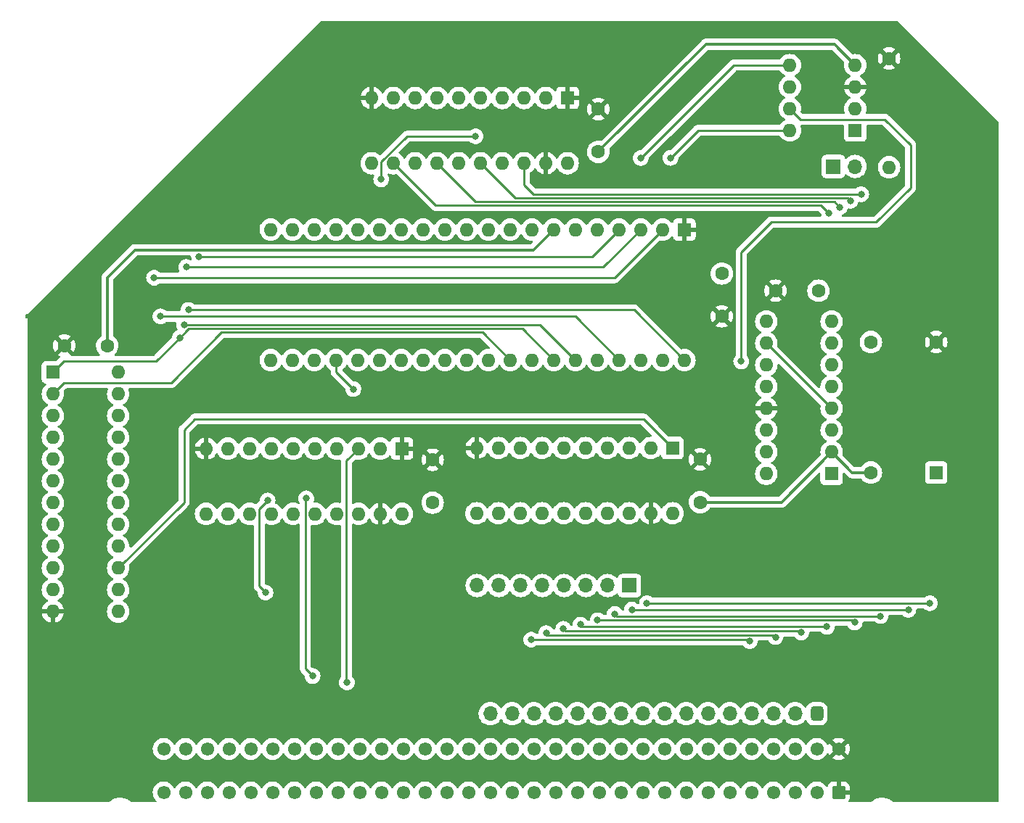
<source format=gbr>
%TF.GenerationSoftware,KiCad,Pcbnew,(6.0.7)*%
%TF.CreationDate,2023-04-20T17:26:34-06:00*%
%TF.ProjectId,boards,626f6172-6473-42e6-9b69-6361645f7063,rev?*%
%TF.SameCoordinates,Original*%
%TF.FileFunction,Copper,L2,Bot*%
%TF.FilePolarity,Positive*%
%FSLAX46Y46*%
G04 Gerber Fmt 4.6, Leading zero omitted, Abs format (unit mm)*
G04 Created by KiCad (PCBNEW (6.0.7)) date 2023-04-20 17:26:34*
%MOMM*%
%LPD*%
G01*
G04 APERTURE LIST*
G04 Aperture macros list*
%AMRoundRect*
0 Rectangle with rounded corners*
0 $1 Rounding radius*
0 $2 $3 $4 $5 $6 $7 $8 $9 X,Y pos of 4 corners*
0 Add a 4 corners polygon primitive as box body*
4,1,4,$2,$3,$4,$5,$6,$7,$8,$9,$2,$3,0*
0 Add four circle primitives for the rounded corners*
1,1,$1+$1,$2,$3*
1,1,$1+$1,$4,$5*
1,1,$1+$1,$6,$7*
1,1,$1+$1,$8,$9*
0 Add four rect primitives between the rounded corners*
20,1,$1+$1,$2,$3,$4,$5,0*
20,1,$1+$1,$4,$5,$6,$7,0*
20,1,$1+$1,$6,$7,$8,$9,0*
20,1,$1+$1,$8,$9,$2,$3,0*%
G04 Aperture macros list end*
%TA.AperFunction,ComponentPad*%
%ADD10R,1.600000X1.600000*%
%TD*%
%TA.AperFunction,ComponentPad*%
%ADD11O,1.600000X1.600000*%
%TD*%
%TA.AperFunction,ComponentPad*%
%ADD12R,1.700000X1.700000*%
%TD*%
%TA.AperFunction,ComponentPad*%
%ADD13O,1.700000X1.700000*%
%TD*%
%TA.AperFunction,ComponentPad*%
%ADD14C,1.600000*%
%TD*%
%TA.AperFunction,ComponentPad*%
%ADD15C,1.550000*%
%TD*%
%TA.AperFunction,ComponentPad*%
%ADD16RoundRect,0.249999X0.525001X0.525001X-0.525001X0.525001X-0.525001X-0.525001X0.525001X-0.525001X0*%
%TD*%
%TA.AperFunction,ComponentPad*%
%ADD17RoundRect,0.375000X-0.375000X0.475000X-0.375000X-0.475000X0.375000X-0.475000X0.375000X0.475000X0*%
%TD*%
%TA.AperFunction,ViaPad*%
%ADD18C,0.812800*%
%TD*%
%TA.AperFunction,Conductor*%
%ADD19C,0.254000*%
%TD*%
%TA.AperFunction,Conductor*%
%ADD20C,0.304800*%
%TD*%
G04 APERTURE END LIST*
D10*
%TO.P,U3,1,~{MR}*%
%TO.N,Net-(SW1-Pad1)*%
X291300000Y-117050000D03*
D11*
%TO.P,U3,2,VCC*%
%TO.N,VCC*%
X291300000Y-114510000D03*
%TO.P,U3,3,GND*%
%TO.N,GND*%
X291300000Y-111970000D03*
%TO.P,U3,4,PFI*%
%TO.N,VCC*%
X291300000Y-109430000D03*
%TO.P,U3,5,~{PFO}*%
%TO.N,/~{IRQ}*%
X283680000Y-109430000D03*
%TO.P,U3,6,WDI*%
%TO.N,Net-(U1-Pad16)*%
X283680000Y-111970000D03*
%TO.P,U3,7,~{RESET_(RESET})*%
%TO.N,/~{RES}*%
X283680000Y-114510000D03*
%TO.P,U3,8,~{WDO}*%
%TO.N,/~{NMI}*%
X283680000Y-117050000D03*
%TD*%
D12*
%TO.P,J1,1,Pin_1*%
%TO.N,Net-(J1-Pad1)*%
X264966646Y-170185468D03*
D13*
%TO.P,J1,2,Pin_2*%
%TO.N,Net-(J1-Pad2)*%
X262426646Y-170185468D03*
%TO.P,J1,3,Pin_3*%
%TO.N,Net-(J1-Pad3)*%
X259886646Y-170185468D03*
%TO.P,J1,4,Pin_4*%
%TO.N,Net-(J1-Pad4)*%
X257346646Y-170185468D03*
%TO.P,J1,5,Pin_5*%
%TO.N,Net-(J1-Pad5)*%
X254806646Y-170185468D03*
%TO.P,J1,6,Pin_6*%
%TO.N,Net-(J1-Pad6)*%
X252266646Y-170185468D03*
%TO.P,J1,7,Pin_7*%
%TO.N,Net-(J1-Pad7)*%
X249726646Y-170185468D03*
%TO.P,J1,8,Pin_8*%
%TO.N,Net-(J1-Pad8)*%
X247186646Y-170185468D03*
%TD*%
D10*
%TO.P,U6,1,C*%
%TO.N,Net-(U6-Pad1)*%
X288550000Y-157125000D03*
D11*
%TO.P,U6,2,~{S}*%
%TO.N,VCC*%
X288550000Y-154585000D03*
%TO.P,U6,3,~{R}*%
X288550000Y-152045000D03*
%TO.P,U6,4,J*%
%TO.N,/E*%
X288550000Y-149505000D03*
%TO.P,U6,5,VCC*%
%TO.N,VCC*%
X288550000Y-146965000D03*
%TO.P,U6,6,C*%
%TO.N,Net-(U6-Pad1)*%
X288550000Y-144425000D03*
%TO.P,U6,7,~{S}*%
%TO.N,VCC*%
X288550000Y-141885000D03*
%TO.P,U6,8,~{R}*%
X288550000Y-139345000D03*
%TO.P,U6,9,J*%
%TO.N,Net-(U6-Pad15)*%
X280930000Y-139345000D03*
%TO.P,U6,10,~{Q}*%
%TO.N,/E*%
X280930000Y-141885000D03*
%TO.P,U6,11,Q*%
%TO.N,Net-(U6-Pad11)*%
X280930000Y-144425000D03*
%TO.P,U6,12,K*%
%TO.N,/Q*%
X280930000Y-146965000D03*
%TO.P,U6,13,GND*%
%TO.N,GND*%
X280930000Y-149505000D03*
%TO.P,U6,14,~{Q}*%
%TO.N,/Q*%
X280930000Y-152045000D03*
%TO.P,U6,15,Q*%
%TO.N,Net-(U6-Pad15)*%
X280930000Y-154585000D03*
%TO.P,U6,16,K*%
%TO.N,Net-(U6-Pad11)*%
X280930000Y-157125000D03*
%TD*%
D10*
%TO.P,X1,1,EN*%
%TO.N,unconnected-(X1-Pad1)*%
X300750000Y-157000000D03*
D14*
%TO.P,X1,7,GND*%
%TO.N,GND*%
X300750000Y-141760000D03*
%TO.P,X1,8,OUT*%
%TO.N,Net-(U6-Pad1)*%
X293130000Y-141760000D03*
%TO.P,X1,14,Vcc*%
%TO.N,VCC*%
X293130000Y-157000000D03*
%TD*%
%TO.P,C4,2*%
%TO.N,GND*%
X282018362Y-135762588D03*
%TO.P,C4,1*%
%TO.N,VCC*%
X287018362Y-135762588D03*
%TD*%
D15*
%TO.P,J3,1,GND*%
%TO.N,GND*%
X289370000Y-189257500D03*
%TO.P,J3,2,A0*%
%TO.N,Net-(J2-Pad1)*%
X286830000Y-189257500D03*
%TO.P,J3,3,A1*%
%TO.N,Net-(J2-Pad2)*%
X284290000Y-189257500D03*
%TO.P,J3,4,A2*%
%TO.N,Net-(J2-Pad3)*%
X281750000Y-189257500D03*
%TO.P,J3,5,A3*%
%TO.N,Net-(J2-Pad4)*%
X279210000Y-189257500D03*
%TO.P,J3,6,A4*%
%TO.N,Net-(J2-Pad5)*%
X276670000Y-189257500D03*
%TO.P,J3,7,A5*%
%TO.N,Net-(J2-Pad6)*%
X274130000Y-189257500D03*
%TO.P,J3,8,A6*%
%TO.N,Net-(J2-Pad7)*%
X271590000Y-189257500D03*
%TO.P,J3,9,A7*%
%TO.N,Net-(J2-Pad8)*%
X269050000Y-189257500D03*
%TO.P,J3,10,A8*%
%TO.N,Net-(J2-Pad9)*%
X266510000Y-189257500D03*
%TO.P,J3,11,A9*%
%TO.N,Net-(J2-Pad10)*%
X263970000Y-189257500D03*
%TO.P,J3,12,A10*%
%TO.N,Net-(J2-Pad11)*%
X261430000Y-189257500D03*
%TO.P,J3,13,A11*%
%TO.N,Net-(J2-Pad12)*%
X258890000Y-189257500D03*
%TO.P,J3,14,A12*%
%TO.N,Net-(J2-Pad13)*%
X256350000Y-189257500D03*
%TO.P,J3,15,A13*%
%TO.N,Net-(J2-Pad14)*%
X253810000Y-189257500D03*
%TO.P,J3,16,A14*%
%TO.N,Net-(J2-Pad15)*%
X251270000Y-189257500D03*
%TO.P,J3,17,A15*%
%TO.N,Net-(J2-Pad16)*%
X248730000Y-189257500D03*
%TO.P,J3,18,A16*%
%TO.N,unconnected-(J3-Pad18)*%
X246190000Y-189257500D03*
%TO.P,J3,19,A17*%
%TO.N,unconnected-(J3-Pad19)*%
X243650000Y-189257500D03*
%TO.P,J3,20,A18*%
%TO.N,unconnected-(J3-Pad20)*%
X241110000Y-189257500D03*
%TO.P,J3,21,PB0*%
%TO.N,unconnected-(J3-Pad21)*%
X238570000Y-189257500D03*
%TO.P,J3,22,PB1*%
%TO.N,unconnected-(J3-Pad22)*%
X236030000Y-189257500D03*
%TO.P,J3,23,PB2*%
%TO.N,unconnected-(J3-Pad23)*%
X233490000Y-189257500D03*
%TO.P,J3,24,PB3*%
%TO.N,unconnected-(J3-Pad24)*%
X230950000Y-189257500D03*
%TO.P,J3,25,PB4*%
%TO.N,unconnected-(J3-Pad25)*%
X228410000Y-189257500D03*
%TO.P,J3,26,PB5*%
%TO.N,unconnected-(J3-Pad26)*%
X225870000Y-189257500D03*
%TO.P,J3,27,PB6*%
%TO.N,unconnected-(J3-Pad27)*%
X223330000Y-189257500D03*
%TO.P,J3,28,PB7*%
%TO.N,unconnected-(J3-Pad28)*%
X220790000Y-189257500D03*
%TO.P,J3,29,MIo1*%
%TO.N,unconnected-(J3-Pad29)*%
X218250000Y-189257500D03*
%TO.P,J3,30,MIo2*%
%TO.N,unconnected-(J3-Pad30)*%
X215710000Y-189257500D03*
%TO.P,J3,31,MIo3*%
%TO.N,unconnected-(J3-Pad31)*%
X213170000Y-189257500D03*
%TO.P,J3,32,VCC*%
%TO.N,VCC*%
X210630000Y-189257500D03*
%TO.P,J3,33,VCC*%
X210630000Y-194337500D03*
%TO.P,J3,34,NC*%
%TO.N,unconnected-(J3-Pad34)*%
X213170000Y-194337500D03*
%TO.P,J3,35,NC*%
%TO.N,unconnected-(J3-Pad35)*%
X215710000Y-194337500D03*
%TO.P,J3,36,NC*%
%TO.N,unconnected-(J3-Pad36)*%
X218250000Y-194337500D03*
%TO.P,J3,37,NC*%
%TO.N,unconnected-(J3-Pad37)*%
X220790000Y-194337500D03*
%TO.P,J3,38,PA7*%
%TO.N,unconnected-(J3-Pad38)*%
X223330000Y-194337500D03*
%TO.P,J3,39,PA6*%
%TO.N,unconnected-(J3-Pad39)*%
X225870000Y-194337500D03*
%TO.P,J3,40,PA5*%
%TO.N,unconnected-(J3-Pad40)*%
X228410000Y-194337500D03*
%TO.P,J3,41,PA4*%
%TO.N,unconnected-(J3-Pad41)*%
X230950000Y-194337500D03*
%TO.P,J3,42,PA3*%
%TO.N,unconnected-(J3-Pad42)*%
X233490000Y-194337500D03*
%TO.P,J3,43,PA2*%
%TO.N,unconnected-(J3-Pad43)*%
X236030000Y-194337500D03*
%TO.P,J3,44,PA1*%
%TO.N,unconnected-(J3-Pad44)*%
X238570000Y-194337500D03*
%TO.P,J3,45,PA0*%
%TO.N,unconnected-(J3-Pad45)*%
X241110000Y-194337500D03*
%TO.P,J3,46,TX*%
%TO.N,unconnected-(J3-Pad46)*%
X243650000Y-194337500D03*
%TO.P,J3,47,RX*%
%TO.N,unconnected-(J3-Pad47)*%
X246190000Y-194337500D03*
%TO.P,J3,48,~{NMI}*%
%TO.N,/~{NMI}*%
X248730000Y-194337500D03*
%TO.P,J3,49,~{FIRQ}*%
%TO.N,/~{FIRQ}*%
X251270000Y-194337500D03*
%TO.P,J3,50,~{IRQ}*%
%TO.N,/~{IRQ}*%
X253810000Y-194337500D03*
%TO.P,J3,51,~{RESET}*%
%TO.N,/~{RES}*%
X256350000Y-194337500D03*
%TO.P,J3,52,~{HALT}*%
%TO.N,/~{HALT}*%
X258890000Y-194337500D03*
%TO.P,J3,53,Q*%
%TO.N,/Q*%
X261430000Y-194337500D03*
%TO.P,J3,54,E*%
%TO.N,/E*%
X263970000Y-194337500D03*
%TO.P,J3,55,R/~{W}*%
%TO.N,/R{slash}~{W}*%
X266510000Y-194337500D03*
%TO.P,J3,56,D7*%
%TO.N,Net-(J1-Pad8)*%
X269050000Y-194337500D03*
%TO.P,J3,57,D6*%
%TO.N,Net-(J1-Pad7)*%
X271590000Y-194337500D03*
%TO.P,J3,58,D5*%
%TO.N,Net-(J1-Pad6)*%
X274130000Y-194337500D03*
%TO.P,J3,59,D4*%
%TO.N,Net-(J1-Pad5)*%
X276670000Y-194337500D03*
%TO.P,J3,60,D3*%
%TO.N,Net-(J1-Pad4)*%
X279210000Y-194337500D03*
%TO.P,J3,61,D2*%
%TO.N,Net-(J1-Pad3)*%
X281750000Y-194337500D03*
%TO.P,J3,62,D1*%
%TO.N,Net-(J1-Pad2)*%
X284290000Y-194337500D03*
%TO.P,J3,63,D0*%
%TO.N,Net-(J1-Pad1)*%
X286830000Y-194337500D03*
D16*
%TO.P,J3,64,GND*%
%TO.N,GND*%
X289370000Y-194337500D03*
%TD*%
D10*
%TO.P,U2,1,A->B*%
%TO.N,Net-(U1-Pad15)*%
X269990000Y-154130000D03*
D11*
%TO.P,U2,2,A0*%
%TO.N,/D0*%
X267450000Y-154130000D03*
%TO.P,U2,3,A1*%
%TO.N,/D1*%
X264910000Y-154130000D03*
%TO.P,U2,4,A2*%
%TO.N,/D2*%
X262370000Y-154130000D03*
%TO.P,U2,5,A3*%
%TO.N,/D3*%
X259830000Y-154130000D03*
%TO.P,U2,6,A4*%
%TO.N,/D4*%
X257290000Y-154130000D03*
%TO.P,U2,7,A5*%
%TO.N,/D5*%
X254750000Y-154130000D03*
%TO.P,U2,8,A6*%
%TO.N,/D6*%
X252210000Y-154130000D03*
%TO.P,U2,9,A7*%
%TO.N,/D7*%
X249670000Y-154130000D03*
%TO.P,U2,10,GND*%
%TO.N,GND*%
X247130000Y-154130000D03*
%TO.P,U2,11,B7*%
%TO.N,Net-(J1-Pad8)*%
X247130000Y-161750000D03*
%TO.P,U2,12,B6*%
%TO.N,Net-(J1-Pad7)*%
X249670000Y-161750000D03*
%TO.P,U2,13,B5*%
%TO.N,Net-(J1-Pad6)*%
X252210000Y-161750000D03*
%TO.P,U2,14,B4*%
%TO.N,Net-(J1-Pad5)*%
X254750000Y-161750000D03*
%TO.P,U2,15,B3*%
%TO.N,Net-(J1-Pad4)*%
X257290000Y-161750000D03*
%TO.P,U2,16,B2*%
%TO.N,Net-(J1-Pad3)*%
X259830000Y-161750000D03*
%TO.P,U2,17,B1*%
%TO.N,Net-(J1-Pad2)*%
X262370000Y-161750000D03*
%TO.P,U2,18,B0*%
%TO.N,Net-(J1-Pad1)*%
X264910000Y-161750000D03*
%TO.P,U2,19,CE*%
%TO.N,GND*%
X267450000Y-161750000D03*
%TO.P,U2,20,VCC*%
%TO.N,VCC*%
X269990000Y-161750000D03*
%TD*%
D14*
%TO.P,C3,1*%
%TO.N,GND*%
X275750000Y-138750000D03*
%TO.P,C3,2*%
%TO.N,VCC*%
X275750000Y-133750000D03*
%TD*%
D13*
%TO.P,SW1,2,2*%
%TO.N,Net-(R1-Pad2)*%
X291290000Y-121250000D03*
D12*
%TO.P,SW1,1,1*%
%TO.N,Net-(SW1-Pad1)*%
X288750000Y-121250000D03*
%TD*%
D11*
%TO.P,U4,40,~{HALT}*%
%TO.N,/~{HALT}*%
X271375000Y-143865000D03*
%TO.P,U4,39,TSC*%
%TO.N,unconnected-(U4-Pad39)*%
X268835000Y-143865000D03*
%TO.P,U4,38,LIC*%
%TO.N,unconnected-(U4-Pad38)*%
X266295000Y-143865000D03*
%TO.P,U4,37,~{RESET}*%
%TO.N,/~{RES}*%
X263755000Y-143865000D03*
%TO.P,U4,36,AVMA*%
%TO.N,unconnected-(U4-Pad36)*%
X261215000Y-143865000D03*
%TO.P,U4,35,Q*%
%TO.N,/Q*%
X258675000Y-143865000D03*
%TO.P,U4,34,E*%
%TO.N,/E*%
X256135000Y-143865000D03*
%TO.P,U4,33,BUSY*%
%TO.N,unconnected-(U4-Pad33)*%
X253595000Y-143865000D03*
%TO.P,U4,32,R/~{W}*%
%TO.N,/R{slash}~{W}*%
X251055000Y-143865000D03*
%TO.P,U4,31,D0*%
%TO.N,/D0*%
X248515000Y-143865000D03*
%TO.P,U4,30,D1*%
%TO.N,/D1*%
X245975000Y-143865000D03*
%TO.P,U4,29,D2*%
%TO.N,/D2*%
X243435000Y-143865000D03*
%TO.P,U4,28,D3*%
%TO.N,/D3*%
X240895000Y-143865000D03*
%TO.P,U4,27,D4*%
%TO.N,/D4*%
X238355000Y-143865000D03*
%TO.P,U4,26,D5*%
%TO.N,/D5*%
X235815000Y-143865000D03*
%TO.P,U4,25,D6*%
%TO.N,/D6*%
X233275000Y-143865000D03*
%TO.P,U4,24,D7*%
%TO.N,/D7*%
X230735000Y-143865000D03*
%TO.P,U4,23,A15*%
%TO.N,/A15*%
X228195000Y-143865000D03*
%TO.P,U4,22,A14*%
%TO.N,/A14*%
X225655000Y-143865000D03*
%TO.P,U4,21,A13*%
%TO.N,/A13*%
X223115000Y-143865000D03*
%TO.P,U4,20,A12*%
%TO.N,/A12*%
X223115000Y-128625000D03*
%TO.P,U4,19,A11*%
%TO.N,/A11*%
X225655000Y-128625000D03*
%TO.P,U4,18,A10*%
%TO.N,/A10*%
X228195000Y-128625000D03*
%TO.P,U4,17,A9*%
%TO.N,/A9*%
X230735000Y-128625000D03*
%TO.P,U4,16,A8*%
%TO.N,/A8*%
X233275000Y-128625000D03*
%TO.P,U4,15,A7*%
%TO.N,/A7*%
X235815000Y-128625000D03*
%TO.P,U4,14,A6*%
%TO.N,/A6*%
X238355000Y-128625000D03*
%TO.P,U4,13,A5*%
%TO.N,/A5*%
X240895000Y-128625000D03*
%TO.P,U4,12,A4*%
%TO.N,/A4*%
X243435000Y-128625000D03*
%TO.P,U4,11,A3*%
%TO.N,/A3*%
X245975000Y-128625000D03*
%TO.P,U4,10,A2*%
%TO.N,/A2*%
X248515000Y-128625000D03*
%TO.P,U4,9,A1*%
%TO.N,/A1*%
X251055000Y-128625000D03*
%TO.P,U4,8,A0*%
%TO.N,/A0*%
X253595000Y-128625000D03*
%TO.P,U4,7,VCC*%
%TO.N,VCC*%
X256135000Y-128625000D03*
%TO.P,U4,6,BA*%
%TO.N,unconnected-(U4-Pad6)*%
X258675000Y-128625000D03*
%TO.P,U4,5,BS*%
%TO.N,unconnected-(U4-Pad5)*%
X261215000Y-128625000D03*
%TO.P,U4,4,~{FIRQ}*%
%TO.N,/~{FIRQ}*%
X263755000Y-128625000D03*
%TO.P,U4,3,~{IRQ}*%
%TO.N,/~{IRQ}*%
X266295000Y-128625000D03*
%TO.P,U4,2,~{NMI}*%
%TO.N,/~{NMI}*%
X268835000Y-128625000D03*
D10*
%TO.P,U4,1,VSS*%
%TO.N,GND*%
X271375000Y-128625000D03*
%TD*%
D11*
%TO.P,U5,20,VCC*%
%TO.N,VCC*%
X257750000Y-120870000D03*
%TO.P,U5,19,OEb*%
%TO.N,GND*%
X255210000Y-120870000D03*
%TO.P,U5,18,O0a*%
%TO.N,Net-(J2-Pad1)*%
X252670000Y-120870000D03*
%TO.P,U5,17,I3b*%
%TO.N,/A7*%
X250130000Y-120870000D03*
%TO.P,U5,16,O1a*%
%TO.N,Net-(J2-Pad2)*%
X247590000Y-120870000D03*
%TO.P,U5,15,I2b*%
%TO.N,/A6*%
X245050000Y-120870000D03*
%TO.P,U5,14,O2a*%
%TO.N,Net-(J2-Pad3)*%
X242510000Y-120870000D03*
%TO.P,U5,13,I1b*%
%TO.N,/A5*%
X239970000Y-120870000D03*
%TO.P,U5,12,O3a*%
%TO.N,Net-(J2-Pad4)*%
X237430000Y-120870000D03*
%TO.P,U5,11,I0b*%
%TO.N,/A4*%
X234890000Y-120870000D03*
%TO.P,U5,10,GND*%
%TO.N,GND*%
X234890000Y-113250000D03*
%TO.P,U5,9,O0b*%
%TO.N,Net-(J2-Pad5)*%
X237430000Y-113250000D03*
%TO.P,U5,8,I3a*%
%TO.N,/A3*%
X239970000Y-113250000D03*
%TO.P,U5,7,O1b*%
%TO.N,Net-(J2-Pad6)*%
X242510000Y-113250000D03*
%TO.P,U5,6,I2a*%
%TO.N,/A2*%
X245050000Y-113250000D03*
%TO.P,U5,5,O2b*%
%TO.N,Net-(J2-Pad7)*%
X247590000Y-113250000D03*
%TO.P,U5,4,I1a*%
%TO.N,/A1*%
X250130000Y-113250000D03*
%TO.P,U5,3,O3b*%
%TO.N,Net-(J2-Pad8)*%
X252670000Y-113250000D03*
%TO.P,U5,2,I0a*%
%TO.N,/A0*%
X255210000Y-113250000D03*
D10*
%TO.P,U5,1,OEa*%
%TO.N,GND*%
X257750000Y-113250000D03*
%TD*%
D14*
%TO.P,C5,2*%
%TO.N,GND*%
X242000000Y-155500000D03*
%TO.P,C5,1*%
%TO.N,VCC*%
X242000000Y-160500000D03*
%TD*%
%TO.P,C6,2*%
%TO.N,GND*%
X261325000Y-114550000D03*
%TO.P,C6,1*%
%TO.N,VCC*%
X261325000Y-119550000D03*
%TD*%
D13*
%TO.P,J2,16,Pin_16*%
%TO.N,Net-(J2-Pad16)*%
X248729421Y-185147278D03*
%TO.P,J2,15,Pin_15*%
%TO.N,Net-(J2-Pad15)*%
X251269421Y-185147278D03*
%TO.P,J2,14,Pin_14*%
%TO.N,Net-(J2-Pad14)*%
X253809421Y-185147278D03*
%TO.P,J2,13,Pin_13*%
%TO.N,Net-(J2-Pad13)*%
X256349421Y-185147278D03*
%TO.P,J2,12,Pin_12*%
%TO.N,Net-(J2-Pad12)*%
X258889421Y-185147278D03*
%TO.P,J2,11,Pin_11*%
%TO.N,Net-(J2-Pad11)*%
X261429421Y-185147278D03*
%TO.P,J2,10,Pin_10*%
%TO.N,Net-(J2-Pad10)*%
X263969421Y-185147278D03*
%TO.P,J2,9,Pin_9*%
%TO.N,Net-(J2-Pad9)*%
X266509421Y-185147278D03*
%TO.P,J2,8,Pin_8*%
%TO.N,Net-(J2-Pad8)*%
X269049421Y-185147278D03*
%TO.P,J2,7,Pin_7*%
%TO.N,Net-(J2-Pad7)*%
X271589421Y-185147278D03*
%TO.P,J2,6,Pin_6*%
%TO.N,Net-(J2-Pad6)*%
X274129421Y-185147278D03*
%TO.P,J2,5,Pin_5*%
%TO.N,Net-(J2-Pad5)*%
X276669421Y-185147278D03*
%TO.P,J2,4,Pin_4*%
%TO.N,Net-(J2-Pad4)*%
X279209421Y-185147278D03*
%TO.P,J2,3,Pin_3*%
%TO.N,Net-(J2-Pad3)*%
X281749421Y-185147278D03*
%TO.P,J2,2,Pin_2*%
%TO.N,Net-(J2-Pad2)*%
X284289421Y-185147278D03*
D17*
%TO.P,J2,1,Pin_1*%
%TO.N,Net-(J2-Pad1)*%
X286829421Y-185147278D03*
%TD*%
D11*
%TO.P,R1,2*%
%TO.N,Net-(R1-Pad2)*%
X295250000Y-121350000D03*
D14*
%TO.P,R1,1*%
%TO.N,GND*%
X295250000Y-108650000D03*
%TD*%
%TO.P,C2,1*%
%TO.N,VCC*%
X273204695Y-160453389D03*
%TO.P,C2,2*%
%TO.N,GND*%
X273204695Y-155453389D03*
%TD*%
D10*
%TO.P,U1,1,I1/CLK*%
%TO.N,/E*%
X197700000Y-145275000D03*
D11*
%TO.P,U1,2,I2*%
%TO.N,/R{slash}~{W}*%
X197700000Y-147815000D03*
%TO.P,U1,3,I3*%
%TO.N,unconnected-(U1-Pad3)*%
X197700000Y-150355000D03*
%TO.P,U1,4,I4*%
%TO.N,unconnected-(U1-Pad4)*%
X197700000Y-152895000D03*
%TO.P,U1,5,I5*%
%TO.N,unconnected-(U1-Pad5)*%
X197700000Y-155435000D03*
%TO.P,U1,6,I6*%
%TO.N,unconnected-(U1-Pad6)*%
X197700000Y-157975000D03*
%TO.P,U1,7,I7*%
%TO.N,unconnected-(U1-Pad7)*%
X197700000Y-160515000D03*
%TO.P,U1,8,I8*%
%TO.N,unconnected-(U1-Pad8)*%
X197700000Y-163055000D03*
%TO.P,U1,9,I9*%
%TO.N,unconnected-(U1-Pad9)*%
X197700000Y-165595000D03*
%TO.P,U1,10,I10*%
%TO.N,unconnected-(U1-Pad10)*%
X197700000Y-168135000D03*
%TO.P,U1,11,I11*%
%TO.N,unconnected-(U1-Pad11)*%
X197700000Y-170675000D03*
%TO.P,U1,12,GND*%
%TO.N,GND*%
X197700000Y-173215000D03*
%TO.P,U1,13,~{OE}*%
%TO.N,unconnected-(U1-Pad13)*%
X205320000Y-173215000D03*
%TO.P,U1,14,I12*%
%TO.N,unconnected-(U1-Pad14)*%
X205320000Y-170675000D03*
%TO.P,U1,15,IO1*%
%TO.N,Net-(U1-Pad15)*%
X205320000Y-168135000D03*
%TO.P,U1,16,IO2*%
%TO.N,Net-(U1-Pad16)*%
X205320000Y-165595000D03*
%TO.P,U1,17,IO3*%
%TO.N,unconnected-(U1-Pad17)*%
X205320000Y-163055000D03*
%TO.P,U1,18,IO4*%
%TO.N,unconnected-(U1-Pad18)*%
X205320000Y-160515000D03*
%TO.P,U1,19,IO5*%
%TO.N,unconnected-(U1-Pad19)*%
X205320000Y-157975000D03*
%TO.P,U1,20,IO6*%
%TO.N,unconnected-(U1-Pad20)*%
X205320000Y-155435000D03*
%TO.P,U1,21,IO7*%
%TO.N,unconnected-(U1-Pad21)*%
X205320000Y-152895000D03*
%TO.P,U1,22,IO8*%
%TO.N,unconnected-(U1-Pad22)*%
X205320000Y-150355000D03*
%TO.P,U1,23,I13*%
%TO.N,unconnected-(U1-Pad23)*%
X205320000Y-147815000D03*
%TO.P,U1,24,VCC*%
%TO.N,VCC*%
X205320000Y-145275000D03*
%TD*%
%TO.P,U7,20,VCC*%
%TO.N,VCC*%
X238425000Y-161820000D03*
%TO.P,U7,19,OEb*%
%TO.N,GND*%
X235885000Y-161820000D03*
%TO.P,U7,18,O0a*%
%TO.N,Net-(J2-Pad9)*%
X233345000Y-161820000D03*
%TO.P,U7,17,I3b*%
%TO.N,/A15*%
X230805000Y-161820000D03*
%TO.P,U7,16,O1a*%
%TO.N,Net-(J2-Pad10)*%
X228265000Y-161820000D03*
%TO.P,U7,15,I2b*%
%TO.N,/A14*%
X225725000Y-161820000D03*
%TO.P,U7,14,O2a*%
%TO.N,Net-(J2-Pad11)*%
X223185000Y-161820000D03*
%TO.P,U7,13,I1b*%
%TO.N,/A13*%
X220645000Y-161820000D03*
%TO.P,U7,12,O3a*%
%TO.N,Net-(J2-Pad12)*%
X218105000Y-161820000D03*
%TO.P,U7,11,I0b*%
%TO.N,/A12*%
X215565000Y-161820000D03*
%TO.P,U7,10,GND*%
%TO.N,GND*%
X215565000Y-154200000D03*
%TO.P,U7,9,O0b*%
%TO.N,Net-(J2-Pad13)*%
X218105000Y-154200000D03*
%TO.P,U7,8,I3a*%
%TO.N,/A11*%
X220645000Y-154200000D03*
%TO.P,U7,7,O1b*%
%TO.N,Net-(J2-Pad14)*%
X223185000Y-154200000D03*
%TO.P,U7,6,I2a*%
%TO.N,/A10*%
X225725000Y-154200000D03*
%TO.P,U7,5,O2b*%
%TO.N,Net-(J2-Pad15)*%
X228265000Y-154200000D03*
%TO.P,U7,4,I1a*%
%TO.N,/A9*%
X230805000Y-154200000D03*
%TO.P,U7,3,O3b*%
%TO.N,Net-(J2-Pad16)*%
X233345000Y-154200000D03*
%TO.P,U7,2,I0a*%
%TO.N,/A8*%
X235885000Y-154200000D03*
D10*
%TO.P,U7,1,OEa*%
%TO.N,GND*%
X238425000Y-154200000D03*
%TD*%
D14*
%TO.P,C1,2*%
%TO.N,GND*%
X199039984Y-142173489D03*
%TO.P,C1,1*%
%TO.N,VCC*%
X204039984Y-142173489D03*
%TD*%
D18*
%TO.N,/~{RES}*%
X278000000Y-144000000D03*
%TO.N,/~{IRQ}*%
X266271089Y-120271089D03*
%TO.N,/~{NMI}*%
X269750000Y-120250000D03*
X209500000Y-134250000D03*
%TO.N,/~{FIRQ}*%
X214750000Y-131750000D03*
%TO.N,/~{IRQ}*%
X213250000Y-133000000D03*
%TO.N,/~{RES}*%
X210250000Y-138750000D03*
%TO.N,/~{HALT}*%
X213500000Y-138000000D03*
%TO.N,/Q*%
X213000000Y-139750000D03*
%TO.N,/E*%
X212500000Y-141250000D03*
%TO.N,Net-(J1-Pad8)*%
X279000000Y-176671900D03*
X253500000Y-176500000D03*
%TO.N,Net-(J1-Pad7)*%
X282000000Y-176210700D03*
X255250000Y-175750000D03*
%TO.N,Net-(J1-Pad6)*%
X285000000Y-175671900D03*
X257250000Y-175250000D03*
%TO.N,Net-(J1-Pad5)*%
X259250000Y-174750000D03*
X288000000Y-175000000D03*
%TO.N,Net-(J1-Pad4)*%
X291250000Y-174500000D03*
X261250000Y-174250000D03*
%TO.N,Net-(J1-Pad3)*%
X263250000Y-173500000D03*
X294250000Y-173750000D03*
%TO.N,Net-(J1-Pad2)*%
X297500000Y-173000000D03*
X265250000Y-173000000D03*
%TO.N,Net-(J1-Pad1)*%
X300000000Y-172250000D03*
X267000000Y-172250000D03*
%TO.N,Net-(J2-Pad1)*%
X292000000Y-124500000D03*
%TO.N,Net-(J2-Pad2)*%
X290750000Y-125250000D03*
%TO.N,Net-(J2-Pad3)*%
X289500000Y-126000000D03*
%TO.N,Net-(J2-Pad4)*%
X288250000Y-126750000D03*
%TO.N,Net-(J2-Pad16)*%
X232000000Y-181500000D03*
%TO.N,Net-(J2-Pad15)*%
X227250000Y-160000000D03*
X228000000Y-180750000D03*
%TO.N,Net-(J2-Pad14)*%
X222750000Y-160250000D03*
X222500000Y-171000000D03*
%TO.N,/A7*%
X236000000Y-122750000D03*
X247018753Y-117731247D03*
%TO.N,/D7*%
X232750000Y-147250000D03*
%TD*%
D19*
%TO.N,/Q*%
X213000000Y-139750000D02*
X254560000Y-139750000D01*
X254560000Y-139750000D02*
X258675000Y-143865000D01*
%TO.N,/R{slash}~{W}*%
X199015000Y-146500000D02*
X197700000Y-147815000D01*
X217386400Y-140613600D02*
X211500000Y-146500000D01*
X247803600Y-140613600D02*
X217386400Y-140613600D01*
X251055000Y-143865000D02*
X247803600Y-140613600D01*
X211500000Y-146500000D02*
X199015000Y-146500000D01*
%TO.N,/E*%
X209750000Y-144000000D02*
X198975000Y-144000000D01*
X198975000Y-144000000D02*
X197700000Y-145275000D01*
X212500000Y-141250000D02*
X209750000Y-144000000D01*
X213573989Y-140181800D02*
X252451800Y-140181800D01*
X252451800Y-140181800D02*
X256135000Y-143865000D01*
X213288800Y-140461200D02*
X213294589Y-140461200D01*
X212500000Y-141250000D02*
X213288800Y-140461200D01*
X213294589Y-140461200D02*
X213573989Y-140181800D01*
%TO.N,Net-(J2-Pad4)*%
X242355400Y-125795400D02*
X237430000Y-120870000D01*
X287295400Y-125795400D02*
X242355400Y-125795400D01*
X288250000Y-126750000D02*
X287295400Y-125795400D01*
%TO.N,Net-(J2-Pad3)*%
X247003600Y-125363600D02*
X242510000Y-120870000D01*
X288863600Y-125363600D02*
X247003600Y-125363600D01*
X289500000Y-126000000D02*
X288863600Y-125363600D01*
%TO.N,Net-(J2-Pad2)*%
X290431800Y-124931800D02*
X251651800Y-124931800D01*
X251651800Y-124931800D02*
X247590000Y-120870000D01*
X290750000Y-125250000D02*
X290431800Y-124931800D01*
%TO.N,/~{NMI}*%
X272950000Y-117050000D02*
X283680000Y-117050000D01*
X269750000Y-120250000D02*
X272950000Y-117050000D01*
D20*
%TO.N,VCC*%
X288870000Y-107000000D02*
X291300000Y-109430000D01*
X273875000Y-107000000D02*
X288870000Y-107000000D01*
X261325000Y-119550000D02*
X273875000Y-107000000D01*
X204039984Y-134210016D02*
X204039984Y-142173489D01*
X207262000Y-130988000D02*
X204039984Y-134210016D01*
X253772000Y-130988000D02*
X207262000Y-130988000D01*
X256135000Y-128625000D02*
X253772000Y-130988000D01*
X288550000Y-154585000D02*
X282681611Y-160453389D01*
X282681611Y-160453389D02*
X273204695Y-160453389D01*
X290965000Y-157000000D02*
X288550000Y-154585000D01*
X293130000Y-157000000D02*
X290965000Y-157000000D01*
D19*
%TO.N,Net-(U1-Pad15)*%
X266610000Y-150750000D02*
X269990000Y-154130000D01*
X214250000Y-150750000D02*
X266610000Y-150750000D01*
X213000000Y-160455000D02*
X213000000Y-152000000D01*
X205320000Y-168135000D02*
X213000000Y-160455000D01*
X213000000Y-152000000D02*
X214250000Y-150750000D01*
%TO.N,/~{RES}*%
X284920000Y-115750000D02*
X283680000Y-114510000D01*
X297750000Y-123750000D02*
X297750000Y-118750000D01*
X293750000Y-127750000D02*
X297750000Y-123750000D01*
X278000000Y-131250000D02*
X281500000Y-127750000D01*
X278000000Y-144000000D02*
X278000000Y-131250000D01*
X281500000Y-127750000D02*
X293750000Y-127750000D01*
X297750000Y-118750000D02*
X294750000Y-115750000D01*
X294750000Y-115750000D02*
X284920000Y-115750000D01*
%TO.N,/~{IRQ}*%
X277112179Y-109430000D02*
X266271089Y-120271089D01*
X283680000Y-109430000D02*
X277112179Y-109430000D01*
%TO.N,/~{NMI}*%
X263210000Y-134250000D02*
X268835000Y-128625000D01*
X209500000Y-134250000D02*
X263210000Y-134250000D01*
%TO.N,/~{FIRQ}*%
X260630000Y-131750000D02*
X263755000Y-128625000D01*
X214750000Y-131750000D02*
X260630000Y-131750000D01*
%TO.N,/~{IRQ}*%
X213250000Y-133000000D02*
X261920000Y-133000000D01*
X261920000Y-133000000D02*
X266295000Y-128625000D01*
%TO.N,/~{RES}*%
X210250000Y-138750000D02*
X258640000Y-138750000D01*
X258640000Y-138750000D02*
X263755000Y-143865000D01*
%TO.N,/~{HALT}*%
X265510000Y-138000000D02*
X271375000Y-143865000D01*
X213500000Y-138000000D02*
X265510000Y-138000000D01*
%TO.N,Net-(J1-Pad1)*%
X300000000Y-172250000D02*
X267000000Y-172250000D01*
%TO.N,Net-(J1-Pad2)*%
X297500000Y-173000000D02*
X265250000Y-173000000D01*
%TO.N,Net-(J1-Pad8)*%
X278828100Y-176500000D02*
X279000000Y-176671900D01*
X253500000Y-176500000D02*
X278828100Y-176500000D01*
%TO.N,Net-(J1-Pad7)*%
X255461200Y-175961200D02*
X281750500Y-175961200D01*
X255250000Y-175750000D02*
X255461200Y-175961200D01*
X281750500Y-175961200D02*
X282000000Y-176210700D01*
%TO.N,Net-(J1-Pad6)*%
X284828100Y-175500000D02*
X285000000Y-175671900D01*
X257500000Y-175500000D02*
X284828100Y-175500000D01*
X257250000Y-175250000D02*
X257500000Y-175500000D01*
%TO.N,Net-(J1-Pad5)*%
X287961200Y-174961200D02*
X288000000Y-175000000D01*
X259461200Y-174961200D02*
X287961200Y-174961200D01*
X259250000Y-174750000D02*
X259461200Y-174961200D01*
%TO.N,Net-(J1-Pad4)*%
X291000000Y-174250000D02*
X291250000Y-174500000D01*
X261250000Y-174250000D02*
X291000000Y-174250000D01*
%TO.N,Net-(J1-Pad3)*%
X263500000Y-173750000D02*
X294250000Y-173750000D01*
X263250000Y-173500000D02*
X263500000Y-173750000D01*
%TO.N,Net-(J2-Pad15)*%
X228000000Y-180750000D02*
X227160200Y-179910200D01*
X227160200Y-179910200D02*
X227160200Y-160089800D01*
X227160200Y-160089800D02*
X227250000Y-160000000D01*
%TO.N,Net-(J2-Pad16)*%
X231926871Y-155618129D02*
X233345000Y-154200000D01*
X231926871Y-181426871D02*
X231926871Y-155618129D01*
X232000000Y-181500000D02*
X231926871Y-181426871D01*
%TO.N,Net-(J2-Pad1)*%
X253750000Y-124500000D02*
X252670000Y-123420000D01*
X292000000Y-124500000D02*
X253750000Y-124500000D01*
X252670000Y-123420000D02*
X252670000Y-120870000D01*
%TO.N,Net-(J2-Pad14)*%
X222500000Y-171000000D02*
X221766871Y-170266871D01*
X221766871Y-170266871D02*
X221766871Y-161233129D01*
X221766871Y-161233129D02*
X222750000Y-160250000D01*
%TO.N,/A7*%
X247018753Y-117731247D02*
X239006329Y-117731247D01*
X236000000Y-120737576D02*
X236000000Y-122750000D01*
X239006329Y-117731247D02*
X236000000Y-120737576D01*
%TO.N,/D7*%
X230735000Y-145235000D02*
X230735000Y-143865000D01*
X232750000Y-147250000D02*
X230735000Y-145235000D01*
%TO.N,/E*%
X288550000Y-149505000D02*
X280930000Y-141885000D01*
%TD*%
%TA.AperFunction,Conductor*%
%TO.N,GND*%
G36*
X296265931Y-104270002D02*
G01*
X296286905Y-104286905D01*
X307963095Y-115963095D01*
X307997121Y-116025407D01*
X308000000Y-116052190D01*
X308000000Y-195374000D01*
X307979998Y-195442121D01*
X307926342Y-195488614D01*
X307874000Y-195500000D01*
X295857622Y-195500000D01*
X295789501Y-195479998D01*
X295771610Y-195466076D01*
X295728196Y-195425521D01*
X295667414Y-195368742D01*
X295649145Y-195356068D01*
X295507866Y-195258060D01*
X295436864Y-195208804D01*
X295256430Y-195119039D01*
X295189728Y-195085855D01*
X295189725Y-195085854D01*
X295185641Y-195083822D01*
X295086717Y-195051393D01*
X294923340Y-194997835D01*
X294923335Y-194997834D01*
X294919007Y-194996415D01*
X294914515Y-194995635D01*
X294646329Y-194949070D01*
X294646321Y-194949069D01*
X294642548Y-194948414D01*
X294629768Y-194947778D01*
X294555458Y-194944078D01*
X294555449Y-194944078D01*
X294553887Y-194944000D01*
X294378719Y-194944000D01*
X294376451Y-194944165D01*
X294376439Y-194944165D01*
X294240958Y-194953996D01*
X294170141Y-194959134D01*
X294165686Y-194960118D01*
X294165683Y-194960118D01*
X293900604Y-195018642D01*
X293900600Y-195018643D01*
X293896144Y-195019627D01*
X293812299Y-195051393D01*
X293638020Y-195117421D01*
X293638017Y-195117422D01*
X293633750Y-195119039D01*
X293388455Y-195255288D01*
X293384823Y-195258060D01*
X293268000Y-195347217D01*
X293165397Y-195425521D01*
X293162204Y-195428787D01*
X293162202Y-195428789D01*
X293129659Y-195462079D01*
X293067737Y-195496809D01*
X293039559Y-195500000D01*
X290618187Y-195500000D01*
X290550066Y-195479998D01*
X290503573Y-195426342D01*
X290493469Y-195356068D01*
X290510927Y-195307884D01*
X290582816Y-195191258D01*
X290588963Y-195178077D01*
X290640138Y-195023791D01*
X290643005Y-195010415D01*
X290652672Y-194916063D01*
X290653000Y-194909647D01*
X290653000Y-194609615D01*
X290648525Y-194594376D01*
X290647135Y-194593171D01*
X290639452Y-194591500D01*
X289242000Y-194591500D01*
X289173879Y-194571498D01*
X289127386Y-194517842D01*
X289116000Y-194465500D01*
X289116000Y-194065385D01*
X289624000Y-194065385D01*
X289628475Y-194080624D01*
X289629865Y-194081829D01*
X289637548Y-194083500D01*
X290634885Y-194083500D01*
X290650124Y-194079025D01*
X290651329Y-194077635D01*
X290653000Y-194069952D01*
X290653000Y-193765402D01*
X290652663Y-193758887D01*
X290642744Y-193663295D01*
X290639850Y-193649896D01*
X290588412Y-193495715D01*
X290582238Y-193482536D01*
X290496937Y-193344690D01*
X290487901Y-193333291D01*
X290373172Y-193218762D01*
X290361761Y-193209750D01*
X290223758Y-193124684D01*
X290210577Y-193118537D01*
X290056291Y-193067362D01*
X290042915Y-193064495D01*
X289948563Y-193054828D01*
X289942146Y-193054500D01*
X289642115Y-193054500D01*
X289626876Y-193058975D01*
X289625671Y-193060365D01*
X289624000Y-193068048D01*
X289624000Y-194065385D01*
X289116000Y-194065385D01*
X289116000Y-193072615D01*
X289111525Y-193057376D01*
X289110135Y-193056171D01*
X289102452Y-193054500D01*
X288797902Y-193054500D01*
X288791387Y-193054837D01*
X288695795Y-193064756D01*
X288682396Y-193067650D01*
X288528215Y-193119088D01*
X288515036Y-193125262D01*
X288377190Y-193210563D01*
X288365791Y-193219599D01*
X288251262Y-193334328D01*
X288242250Y-193345739D01*
X288157184Y-193483742D01*
X288151037Y-193496923D01*
X288119820Y-193591037D01*
X288079389Y-193649397D01*
X288013824Y-193676633D01*
X287943943Y-193664099D01*
X287897014Y-193623640D01*
X287820133Y-193513842D01*
X287820131Y-193513839D01*
X287816974Y-193509331D01*
X287658169Y-193350526D01*
X287649835Y-193344690D01*
X287577425Y-193293988D01*
X287474202Y-193221710D01*
X287469220Y-193219387D01*
X287469215Y-193219384D01*
X287275642Y-193129120D01*
X287275641Y-193129120D01*
X287270660Y-193126797D01*
X287265352Y-193125375D01*
X287265350Y-193125374D01*
X287059044Y-193070095D01*
X287059042Y-193070095D01*
X287053729Y-193068671D01*
X286830000Y-193049097D01*
X286606271Y-193068671D01*
X286600958Y-193070095D01*
X286600956Y-193070095D01*
X286394650Y-193125374D01*
X286394648Y-193125375D01*
X286389340Y-193126797D01*
X286384359Y-193129119D01*
X286384358Y-193129120D01*
X286190786Y-193219384D01*
X286190781Y-193219387D01*
X286185799Y-193221710D01*
X286181292Y-193224866D01*
X286181290Y-193224867D01*
X286006342Y-193347367D01*
X286006339Y-193347369D01*
X286001831Y-193350526D01*
X285843026Y-193509331D01*
X285839869Y-193513839D01*
X285839867Y-193513842D01*
X285717367Y-193688790D01*
X285714210Y-193693299D01*
X285711887Y-193698281D01*
X285711884Y-193698286D01*
X285674195Y-193779111D01*
X285627277Y-193832396D01*
X285559000Y-193851857D01*
X285491040Y-193831315D01*
X285445805Y-193779111D01*
X285408116Y-193698286D01*
X285408113Y-193698281D01*
X285405790Y-193693299D01*
X285402633Y-193688790D01*
X285280133Y-193513842D01*
X285280131Y-193513839D01*
X285276974Y-193509331D01*
X285118169Y-193350526D01*
X285109835Y-193344690D01*
X285037425Y-193293988D01*
X284934202Y-193221710D01*
X284929220Y-193219387D01*
X284929215Y-193219384D01*
X284735642Y-193129120D01*
X284735641Y-193129120D01*
X284730660Y-193126797D01*
X284725352Y-193125375D01*
X284725350Y-193125374D01*
X284519044Y-193070095D01*
X284519042Y-193070095D01*
X284513729Y-193068671D01*
X284290000Y-193049097D01*
X284066271Y-193068671D01*
X284060958Y-193070095D01*
X284060956Y-193070095D01*
X283854650Y-193125374D01*
X283854648Y-193125375D01*
X283849340Y-193126797D01*
X283844359Y-193129119D01*
X283844358Y-193129120D01*
X283650786Y-193219384D01*
X283650781Y-193219387D01*
X283645799Y-193221710D01*
X283641292Y-193224866D01*
X283641290Y-193224867D01*
X283466342Y-193347367D01*
X283466339Y-193347369D01*
X283461831Y-193350526D01*
X283303026Y-193509331D01*
X283299869Y-193513839D01*
X283299867Y-193513842D01*
X283177367Y-193688790D01*
X283174210Y-193693299D01*
X283171887Y-193698281D01*
X283171884Y-193698286D01*
X283134195Y-193779111D01*
X283087277Y-193832396D01*
X283019000Y-193851857D01*
X282951040Y-193831315D01*
X282905805Y-193779111D01*
X282868116Y-193698286D01*
X282868113Y-193698281D01*
X282865790Y-193693299D01*
X282862633Y-193688790D01*
X282740133Y-193513842D01*
X282740131Y-193513839D01*
X282736974Y-193509331D01*
X282578169Y-193350526D01*
X282569835Y-193344690D01*
X282497425Y-193293988D01*
X282394202Y-193221710D01*
X282389220Y-193219387D01*
X282389215Y-193219384D01*
X282195642Y-193129120D01*
X282195641Y-193129120D01*
X282190660Y-193126797D01*
X282185352Y-193125375D01*
X282185350Y-193125374D01*
X281979044Y-193070095D01*
X281979042Y-193070095D01*
X281973729Y-193068671D01*
X281750000Y-193049097D01*
X281526271Y-193068671D01*
X281520958Y-193070095D01*
X281520956Y-193070095D01*
X281314650Y-193125374D01*
X281314648Y-193125375D01*
X281309340Y-193126797D01*
X281304359Y-193129119D01*
X281304358Y-193129120D01*
X281110786Y-193219384D01*
X281110781Y-193219387D01*
X281105799Y-193221710D01*
X281101292Y-193224866D01*
X281101290Y-193224867D01*
X280926342Y-193347367D01*
X280926339Y-193347369D01*
X280921831Y-193350526D01*
X280763026Y-193509331D01*
X280759869Y-193513839D01*
X280759867Y-193513842D01*
X280637367Y-193688790D01*
X280634210Y-193693299D01*
X280631887Y-193698281D01*
X280631884Y-193698286D01*
X280594195Y-193779111D01*
X280547277Y-193832396D01*
X280479000Y-193851857D01*
X280411040Y-193831315D01*
X280365805Y-193779111D01*
X280328116Y-193698286D01*
X280328113Y-193698281D01*
X280325790Y-193693299D01*
X280322633Y-193688790D01*
X280200133Y-193513842D01*
X280200131Y-193513839D01*
X280196974Y-193509331D01*
X280038169Y-193350526D01*
X280029835Y-193344690D01*
X279957425Y-193293988D01*
X279854202Y-193221710D01*
X279849220Y-193219387D01*
X279849215Y-193219384D01*
X279655642Y-193129120D01*
X279655641Y-193129120D01*
X279650660Y-193126797D01*
X279645352Y-193125375D01*
X279645350Y-193125374D01*
X279439044Y-193070095D01*
X279439042Y-193070095D01*
X279433729Y-193068671D01*
X279210000Y-193049097D01*
X278986271Y-193068671D01*
X278980958Y-193070095D01*
X278980956Y-193070095D01*
X278774650Y-193125374D01*
X278774648Y-193125375D01*
X278769340Y-193126797D01*
X278764359Y-193129119D01*
X278764358Y-193129120D01*
X278570786Y-193219384D01*
X278570781Y-193219387D01*
X278565799Y-193221710D01*
X278561292Y-193224866D01*
X278561290Y-193224867D01*
X278386342Y-193347367D01*
X278386339Y-193347369D01*
X278381831Y-193350526D01*
X278223026Y-193509331D01*
X278219869Y-193513839D01*
X278219867Y-193513842D01*
X278097367Y-193688790D01*
X278094210Y-193693299D01*
X278091887Y-193698281D01*
X278091884Y-193698286D01*
X278054195Y-193779111D01*
X278007277Y-193832396D01*
X277939000Y-193851857D01*
X277871040Y-193831315D01*
X277825805Y-193779111D01*
X277788116Y-193698286D01*
X277788113Y-193698281D01*
X277785790Y-193693299D01*
X277782633Y-193688790D01*
X277660133Y-193513842D01*
X277660131Y-193513839D01*
X277656974Y-193509331D01*
X277498169Y-193350526D01*
X277489835Y-193344690D01*
X277417425Y-193293988D01*
X277314202Y-193221710D01*
X277309220Y-193219387D01*
X277309215Y-193219384D01*
X277115642Y-193129120D01*
X277115641Y-193129120D01*
X277110660Y-193126797D01*
X277105352Y-193125375D01*
X277105350Y-193125374D01*
X276899044Y-193070095D01*
X276899042Y-193070095D01*
X276893729Y-193068671D01*
X276670000Y-193049097D01*
X276446271Y-193068671D01*
X276440958Y-193070095D01*
X276440956Y-193070095D01*
X276234650Y-193125374D01*
X276234648Y-193125375D01*
X276229340Y-193126797D01*
X276224359Y-193129119D01*
X276224358Y-193129120D01*
X276030786Y-193219384D01*
X276030781Y-193219387D01*
X276025799Y-193221710D01*
X276021292Y-193224866D01*
X276021290Y-193224867D01*
X275846342Y-193347367D01*
X275846339Y-193347369D01*
X275841831Y-193350526D01*
X275683026Y-193509331D01*
X275679869Y-193513839D01*
X275679867Y-193513842D01*
X275557367Y-193688790D01*
X275554210Y-193693299D01*
X275551887Y-193698281D01*
X275551884Y-193698286D01*
X275514195Y-193779111D01*
X275467277Y-193832396D01*
X275399000Y-193851857D01*
X275331040Y-193831315D01*
X275285805Y-193779111D01*
X275248116Y-193698286D01*
X275248113Y-193698281D01*
X275245790Y-193693299D01*
X275242633Y-193688790D01*
X275120133Y-193513842D01*
X275120131Y-193513839D01*
X275116974Y-193509331D01*
X274958169Y-193350526D01*
X274949835Y-193344690D01*
X274877425Y-193293988D01*
X274774202Y-193221710D01*
X274769220Y-193219387D01*
X274769215Y-193219384D01*
X274575642Y-193129120D01*
X274575641Y-193129120D01*
X274570660Y-193126797D01*
X274565352Y-193125375D01*
X274565350Y-193125374D01*
X274359044Y-193070095D01*
X274359042Y-193070095D01*
X274353729Y-193068671D01*
X274130000Y-193049097D01*
X273906271Y-193068671D01*
X273900958Y-193070095D01*
X273900956Y-193070095D01*
X273694650Y-193125374D01*
X273694648Y-193125375D01*
X273689340Y-193126797D01*
X273684359Y-193129119D01*
X273684358Y-193129120D01*
X273490786Y-193219384D01*
X273490781Y-193219387D01*
X273485799Y-193221710D01*
X273481292Y-193224866D01*
X273481290Y-193224867D01*
X273306342Y-193347367D01*
X273306339Y-193347369D01*
X273301831Y-193350526D01*
X273143026Y-193509331D01*
X273139869Y-193513839D01*
X273139867Y-193513842D01*
X273017367Y-193688790D01*
X273014210Y-193693299D01*
X273011887Y-193698281D01*
X273011884Y-193698286D01*
X272974195Y-193779111D01*
X272927277Y-193832396D01*
X272859000Y-193851857D01*
X272791040Y-193831315D01*
X272745805Y-193779111D01*
X272708116Y-193698286D01*
X272708113Y-193698281D01*
X272705790Y-193693299D01*
X272702633Y-193688790D01*
X272580133Y-193513842D01*
X272580131Y-193513839D01*
X272576974Y-193509331D01*
X272418169Y-193350526D01*
X272409835Y-193344690D01*
X272337425Y-193293988D01*
X272234202Y-193221710D01*
X272229220Y-193219387D01*
X272229215Y-193219384D01*
X272035642Y-193129120D01*
X272035641Y-193129120D01*
X272030660Y-193126797D01*
X272025352Y-193125375D01*
X272025350Y-193125374D01*
X271819044Y-193070095D01*
X271819042Y-193070095D01*
X271813729Y-193068671D01*
X271590000Y-193049097D01*
X271366271Y-193068671D01*
X271360958Y-193070095D01*
X271360956Y-193070095D01*
X271154650Y-193125374D01*
X271154648Y-193125375D01*
X271149340Y-193126797D01*
X271144359Y-193129119D01*
X271144358Y-193129120D01*
X270950786Y-193219384D01*
X270950781Y-193219387D01*
X270945799Y-193221710D01*
X270941292Y-193224866D01*
X270941290Y-193224867D01*
X270766342Y-193347367D01*
X270766339Y-193347369D01*
X270761831Y-193350526D01*
X270603026Y-193509331D01*
X270599869Y-193513839D01*
X270599867Y-193513842D01*
X270477367Y-193688790D01*
X270474210Y-193693299D01*
X270471887Y-193698281D01*
X270471884Y-193698286D01*
X270434195Y-193779111D01*
X270387277Y-193832396D01*
X270319000Y-193851857D01*
X270251040Y-193831315D01*
X270205805Y-193779111D01*
X270168116Y-193698286D01*
X270168113Y-193698281D01*
X270165790Y-193693299D01*
X270162633Y-193688790D01*
X270040133Y-193513842D01*
X270040131Y-193513839D01*
X270036974Y-193509331D01*
X269878169Y-193350526D01*
X269869835Y-193344690D01*
X269797425Y-193293988D01*
X269694202Y-193221710D01*
X269689220Y-193219387D01*
X269689215Y-193219384D01*
X269495642Y-193129120D01*
X269495641Y-193129120D01*
X269490660Y-193126797D01*
X269485352Y-193125375D01*
X269485350Y-193125374D01*
X269279044Y-193070095D01*
X269279042Y-193070095D01*
X269273729Y-193068671D01*
X269050000Y-193049097D01*
X268826271Y-193068671D01*
X268820958Y-193070095D01*
X268820956Y-193070095D01*
X268614650Y-193125374D01*
X268614648Y-193125375D01*
X268609340Y-193126797D01*
X268604359Y-193129119D01*
X268604358Y-193129120D01*
X268410786Y-193219384D01*
X268410781Y-193219387D01*
X268405799Y-193221710D01*
X268401292Y-193224866D01*
X268401290Y-193224867D01*
X268226342Y-193347367D01*
X268226339Y-193347369D01*
X268221831Y-193350526D01*
X268063026Y-193509331D01*
X268059869Y-193513839D01*
X268059867Y-193513842D01*
X267937367Y-193688790D01*
X267934210Y-193693299D01*
X267931887Y-193698281D01*
X267931884Y-193698286D01*
X267894195Y-193779111D01*
X267847277Y-193832396D01*
X267779000Y-193851857D01*
X267711040Y-193831315D01*
X267665805Y-193779111D01*
X267628116Y-193698286D01*
X267628113Y-193698281D01*
X267625790Y-193693299D01*
X267622633Y-193688790D01*
X267500133Y-193513842D01*
X267500131Y-193513839D01*
X267496974Y-193509331D01*
X267338169Y-193350526D01*
X267329835Y-193344690D01*
X267257425Y-193293988D01*
X267154202Y-193221710D01*
X267149220Y-193219387D01*
X267149215Y-193219384D01*
X266955642Y-193129120D01*
X266955641Y-193129120D01*
X266950660Y-193126797D01*
X266945352Y-193125375D01*
X266945350Y-193125374D01*
X266739044Y-193070095D01*
X266739042Y-193070095D01*
X266733729Y-193068671D01*
X266510000Y-193049097D01*
X266286271Y-193068671D01*
X266280958Y-193070095D01*
X266280956Y-193070095D01*
X266074650Y-193125374D01*
X266074648Y-193125375D01*
X266069340Y-193126797D01*
X266064359Y-193129119D01*
X266064358Y-193129120D01*
X265870786Y-193219384D01*
X265870781Y-193219387D01*
X265865799Y-193221710D01*
X265861292Y-193224866D01*
X265861290Y-193224867D01*
X265686342Y-193347367D01*
X265686339Y-193347369D01*
X265681831Y-193350526D01*
X265523026Y-193509331D01*
X265519869Y-193513839D01*
X265519867Y-193513842D01*
X265397367Y-193688790D01*
X265394210Y-193693299D01*
X265391887Y-193698281D01*
X265391884Y-193698286D01*
X265354195Y-193779111D01*
X265307277Y-193832396D01*
X265239000Y-193851857D01*
X265171040Y-193831315D01*
X265125805Y-193779111D01*
X265088116Y-193698286D01*
X265088113Y-193698281D01*
X265085790Y-193693299D01*
X265082633Y-193688790D01*
X264960133Y-193513842D01*
X264960131Y-193513839D01*
X264956974Y-193509331D01*
X264798169Y-193350526D01*
X264789835Y-193344690D01*
X264717425Y-193293988D01*
X264614202Y-193221710D01*
X264609220Y-193219387D01*
X264609215Y-193219384D01*
X264415642Y-193129120D01*
X264415641Y-193129120D01*
X264410660Y-193126797D01*
X264405352Y-193125375D01*
X264405350Y-193125374D01*
X264199044Y-193070095D01*
X264199042Y-193070095D01*
X264193729Y-193068671D01*
X263970000Y-193049097D01*
X263746271Y-193068671D01*
X263740958Y-193070095D01*
X263740956Y-193070095D01*
X263534650Y-193125374D01*
X263534648Y-193125375D01*
X263529340Y-193126797D01*
X263524359Y-193129119D01*
X263524358Y-193129120D01*
X263330786Y-193219384D01*
X263330781Y-193219387D01*
X263325799Y-193221710D01*
X263321292Y-193224866D01*
X263321290Y-193224867D01*
X263146342Y-193347367D01*
X263146339Y-193347369D01*
X263141831Y-193350526D01*
X262983026Y-193509331D01*
X262979869Y-193513839D01*
X262979867Y-193513842D01*
X262857367Y-193688790D01*
X262854210Y-193693299D01*
X262851887Y-193698281D01*
X262851884Y-193698286D01*
X262814195Y-193779111D01*
X262767277Y-193832396D01*
X262699000Y-193851857D01*
X262631040Y-193831315D01*
X262585805Y-193779111D01*
X262548116Y-193698286D01*
X262548113Y-193698281D01*
X262545790Y-193693299D01*
X262542633Y-193688790D01*
X262420133Y-193513842D01*
X262420131Y-193513839D01*
X262416974Y-193509331D01*
X262258169Y-193350526D01*
X262249835Y-193344690D01*
X262177425Y-193293988D01*
X262074202Y-193221710D01*
X262069220Y-193219387D01*
X262069215Y-193219384D01*
X261875642Y-193129120D01*
X261875641Y-193129120D01*
X261870660Y-193126797D01*
X261865352Y-193125375D01*
X261865350Y-193125374D01*
X261659044Y-193070095D01*
X261659042Y-193070095D01*
X261653729Y-193068671D01*
X261430000Y-193049097D01*
X261206271Y-193068671D01*
X261200958Y-193070095D01*
X261200956Y-193070095D01*
X260994650Y-193125374D01*
X260994648Y-193125375D01*
X260989340Y-193126797D01*
X260984359Y-193129119D01*
X260984358Y-193129120D01*
X260790786Y-193219384D01*
X260790781Y-193219387D01*
X260785799Y-193221710D01*
X260781292Y-193224866D01*
X260781290Y-193224867D01*
X260606342Y-193347367D01*
X260606339Y-193347369D01*
X260601831Y-193350526D01*
X260443026Y-193509331D01*
X260439869Y-193513839D01*
X260439867Y-193513842D01*
X260317367Y-193688790D01*
X260314210Y-193693299D01*
X260311887Y-193698281D01*
X260311884Y-193698286D01*
X260274195Y-193779111D01*
X260227277Y-193832396D01*
X260159000Y-193851857D01*
X260091040Y-193831315D01*
X260045805Y-193779111D01*
X260008116Y-193698286D01*
X260008113Y-193698281D01*
X260005790Y-193693299D01*
X260002633Y-193688790D01*
X259880133Y-193513842D01*
X259880131Y-193513839D01*
X259876974Y-193509331D01*
X259718169Y-193350526D01*
X259709835Y-193344690D01*
X259637425Y-193293988D01*
X259534202Y-193221710D01*
X259529220Y-193219387D01*
X259529215Y-193219384D01*
X259335642Y-193129120D01*
X259335641Y-193129120D01*
X259330660Y-193126797D01*
X259325352Y-193125375D01*
X259325350Y-193125374D01*
X259119044Y-193070095D01*
X259119042Y-193070095D01*
X259113729Y-193068671D01*
X258890000Y-193049097D01*
X258666271Y-193068671D01*
X258660958Y-193070095D01*
X258660956Y-193070095D01*
X258454650Y-193125374D01*
X258454648Y-193125375D01*
X258449340Y-193126797D01*
X258444359Y-193129119D01*
X258444358Y-193129120D01*
X258250786Y-193219384D01*
X258250781Y-193219387D01*
X258245799Y-193221710D01*
X258241292Y-193224866D01*
X258241290Y-193224867D01*
X258066342Y-193347367D01*
X258066339Y-193347369D01*
X258061831Y-193350526D01*
X257903026Y-193509331D01*
X257899869Y-193513839D01*
X257899867Y-193513842D01*
X257777367Y-193688790D01*
X257774210Y-193693299D01*
X257771887Y-193698281D01*
X257771884Y-193698286D01*
X257734195Y-193779111D01*
X257687277Y-193832396D01*
X257619000Y-193851857D01*
X257551040Y-193831315D01*
X257505805Y-193779111D01*
X257468116Y-193698286D01*
X257468113Y-193698281D01*
X257465790Y-193693299D01*
X257462633Y-193688790D01*
X257340133Y-193513842D01*
X257340131Y-193513839D01*
X257336974Y-193509331D01*
X257178169Y-193350526D01*
X257169835Y-193344690D01*
X257097425Y-193293988D01*
X256994202Y-193221710D01*
X256989220Y-193219387D01*
X256989215Y-193219384D01*
X256795642Y-193129120D01*
X256795641Y-193129120D01*
X256790660Y-193126797D01*
X256785352Y-193125375D01*
X256785350Y-193125374D01*
X256579044Y-193070095D01*
X256579042Y-193070095D01*
X256573729Y-193068671D01*
X256350000Y-193049097D01*
X256126271Y-193068671D01*
X256120958Y-193070095D01*
X256120956Y-193070095D01*
X255914650Y-193125374D01*
X255914648Y-193125375D01*
X255909340Y-193126797D01*
X255904359Y-193129119D01*
X255904358Y-193129120D01*
X255710786Y-193219384D01*
X255710781Y-193219387D01*
X255705799Y-193221710D01*
X255701292Y-193224866D01*
X255701290Y-193224867D01*
X255526342Y-193347367D01*
X255526339Y-193347369D01*
X255521831Y-193350526D01*
X255363026Y-193509331D01*
X255359869Y-193513839D01*
X255359867Y-193513842D01*
X255237367Y-193688790D01*
X255234210Y-193693299D01*
X255231887Y-193698281D01*
X255231884Y-193698286D01*
X255194195Y-193779111D01*
X255147277Y-193832396D01*
X255079000Y-193851857D01*
X255011040Y-193831315D01*
X254965805Y-193779111D01*
X254928116Y-193698286D01*
X254928113Y-193698281D01*
X254925790Y-193693299D01*
X254922633Y-193688790D01*
X254800133Y-193513842D01*
X254800131Y-193513839D01*
X254796974Y-193509331D01*
X254638169Y-193350526D01*
X254629835Y-193344690D01*
X254557425Y-193293988D01*
X254454202Y-193221710D01*
X254449220Y-193219387D01*
X254449215Y-193219384D01*
X254255642Y-193129120D01*
X254255641Y-193129120D01*
X254250660Y-193126797D01*
X254245352Y-193125375D01*
X254245350Y-193125374D01*
X254039044Y-193070095D01*
X254039042Y-193070095D01*
X254033729Y-193068671D01*
X253810000Y-193049097D01*
X253586271Y-193068671D01*
X253580958Y-193070095D01*
X253580956Y-193070095D01*
X253374650Y-193125374D01*
X253374648Y-193125375D01*
X253369340Y-193126797D01*
X253364359Y-193129119D01*
X253364358Y-193129120D01*
X253170786Y-193219384D01*
X253170781Y-193219387D01*
X253165799Y-193221710D01*
X253161292Y-193224866D01*
X253161290Y-193224867D01*
X252986342Y-193347367D01*
X252986339Y-193347369D01*
X252981831Y-193350526D01*
X252823026Y-193509331D01*
X252819869Y-193513839D01*
X252819867Y-193513842D01*
X252697367Y-193688790D01*
X252694210Y-193693299D01*
X252691887Y-193698281D01*
X252691884Y-193698286D01*
X252654195Y-193779111D01*
X252607277Y-193832396D01*
X252539000Y-193851857D01*
X252471040Y-193831315D01*
X252425805Y-193779111D01*
X252388116Y-193698286D01*
X252388113Y-193698281D01*
X252385790Y-193693299D01*
X252382633Y-193688790D01*
X252260133Y-193513842D01*
X252260131Y-193513839D01*
X252256974Y-193509331D01*
X252098169Y-193350526D01*
X252089835Y-193344690D01*
X252017425Y-193293988D01*
X251914202Y-193221710D01*
X251909220Y-193219387D01*
X251909215Y-193219384D01*
X251715642Y-193129120D01*
X251715641Y-193129120D01*
X251710660Y-193126797D01*
X251705352Y-193125375D01*
X251705350Y-193125374D01*
X251499044Y-193070095D01*
X251499042Y-193070095D01*
X251493729Y-193068671D01*
X251270000Y-193049097D01*
X251046271Y-193068671D01*
X251040958Y-193070095D01*
X251040956Y-193070095D01*
X250834650Y-193125374D01*
X250834648Y-193125375D01*
X250829340Y-193126797D01*
X250824359Y-193129119D01*
X250824358Y-193129120D01*
X250630786Y-193219384D01*
X250630781Y-193219387D01*
X250625799Y-193221710D01*
X250621292Y-193224866D01*
X250621290Y-193224867D01*
X250446342Y-193347367D01*
X250446339Y-193347369D01*
X250441831Y-193350526D01*
X250283026Y-193509331D01*
X250279869Y-193513839D01*
X250279867Y-193513842D01*
X250157367Y-193688790D01*
X250154210Y-193693299D01*
X250151887Y-193698281D01*
X250151884Y-193698286D01*
X250114195Y-193779111D01*
X250067277Y-193832396D01*
X249999000Y-193851857D01*
X249931040Y-193831315D01*
X249885805Y-193779111D01*
X249848116Y-193698286D01*
X249848113Y-193698281D01*
X249845790Y-193693299D01*
X249842633Y-193688790D01*
X249720133Y-193513842D01*
X249720131Y-193513839D01*
X249716974Y-193509331D01*
X249558169Y-193350526D01*
X249549835Y-193344690D01*
X249477425Y-193293988D01*
X249374202Y-193221710D01*
X249369220Y-193219387D01*
X249369215Y-193219384D01*
X249175642Y-193129120D01*
X249175641Y-193129120D01*
X249170660Y-193126797D01*
X249165352Y-193125375D01*
X249165350Y-193125374D01*
X248959044Y-193070095D01*
X248959042Y-193070095D01*
X248953729Y-193068671D01*
X248730000Y-193049097D01*
X248506271Y-193068671D01*
X248500958Y-193070095D01*
X248500956Y-193070095D01*
X248294650Y-193125374D01*
X248294648Y-193125375D01*
X248289340Y-193126797D01*
X248284359Y-193129119D01*
X248284358Y-193129120D01*
X248090786Y-193219384D01*
X248090781Y-193219387D01*
X248085799Y-193221710D01*
X248081292Y-193224866D01*
X248081290Y-193224867D01*
X247906342Y-193347367D01*
X247906339Y-193347369D01*
X247901831Y-193350526D01*
X247743026Y-193509331D01*
X247739869Y-193513839D01*
X247739867Y-193513842D01*
X247617367Y-193688790D01*
X247614210Y-193693299D01*
X247611887Y-193698281D01*
X247611884Y-193698286D01*
X247574195Y-193779111D01*
X247527277Y-193832396D01*
X247459000Y-193851857D01*
X247391040Y-193831315D01*
X247345805Y-193779111D01*
X247308116Y-193698286D01*
X247308113Y-193698281D01*
X247305790Y-193693299D01*
X247302633Y-193688790D01*
X247180133Y-193513842D01*
X247180131Y-193513839D01*
X247176974Y-193509331D01*
X247018169Y-193350526D01*
X247009835Y-193344690D01*
X246937425Y-193293988D01*
X246834202Y-193221710D01*
X246829220Y-193219387D01*
X246829215Y-193219384D01*
X246635642Y-193129120D01*
X246635641Y-193129120D01*
X246630660Y-193126797D01*
X246625352Y-193125375D01*
X246625350Y-193125374D01*
X246419044Y-193070095D01*
X246419042Y-193070095D01*
X246413729Y-193068671D01*
X246190000Y-193049097D01*
X245966271Y-193068671D01*
X245960958Y-193070095D01*
X245960956Y-193070095D01*
X245754650Y-193125374D01*
X245754648Y-193125375D01*
X245749340Y-193126797D01*
X245744359Y-193129119D01*
X245744358Y-193129120D01*
X245550786Y-193219384D01*
X245550781Y-193219387D01*
X245545799Y-193221710D01*
X245541292Y-193224866D01*
X245541290Y-193224867D01*
X245366342Y-193347367D01*
X245366339Y-193347369D01*
X245361831Y-193350526D01*
X245203026Y-193509331D01*
X245199869Y-193513839D01*
X245199867Y-193513842D01*
X245077367Y-193688790D01*
X245074210Y-193693299D01*
X245071887Y-193698281D01*
X245071884Y-193698286D01*
X245034195Y-193779111D01*
X244987277Y-193832396D01*
X244919000Y-193851857D01*
X244851040Y-193831315D01*
X244805805Y-193779111D01*
X244768116Y-193698286D01*
X244768113Y-193698281D01*
X244765790Y-193693299D01*
X244762633Y-193688790D01*
X244640133Y-193513842D01*
X244640131Y-193513839D01*
X244636974Y-193509331D01*
X244478169Y-193350526D01*
X244469835Y-193344690D01*
X244397425Y-193293988D01*
X244294202Y-193221710D01*
X244289220Y-193219387D01*
X244289215Y-193219384D01*
X244095642Y-193129120D01*
X244095641Y-193129120D01*
X244090660Y-193126797D01*
X244085352Y-193125375D01*
X244085350Y-193125374D01*
X243879044Y-193070095D01*
X243879042Y-193070095D01*
X243873729Y-193068671D01*
X243650000Y-193049097D01*
X243426271Y-193068671D01*
X243420958Y-193070095D01*
X243420956Y-193070095D01*
X243214650Y-193125374D01*
X243214648Y-193125375D01*
X243209340Y-193126797D01*
X243204359Y-193129119D01*
X243204358Y-193129120D01*
X243010786Y-193219384D01*
X243010781Y-193219387D01*
X243005799Y-193221710D01*
X243001292Y-193224866D01*
X243001290Y-193224867D01*
X242826342Y-193347367D01*
X242826339Y-193347369D01*
X242821831Y-193350526D01*
X242663026Y-193509331D01*
X242659869Y-193513839D01*
X242659867Y-193513842D01*
X242537367Y-193688790D01*
X242534210Y-193693299D01*
X242531887Y-193698281D01*
X242531884Y-193698286D01*
X242494195Y-193779111D01*
X242447277Y-193832396D01*
X242379000Y-193851857D01*
X242311040Y-193831315D01*
X242265805Y-193779111D01*
X242228116Y-193698286D01*
X242228113Y-193698281D01*
X242225790Y-193693299D01*
X242222633Y-193688790D01*
X242100133Y-193513842D01*
X242100131Y-193513839D01*
X242096974Y-193509331D01*
X241938169Y-193350526D01*
X241929835Y-193344690D01*
X241857425Y-193293988D01*
X241754202Y-193221710D01*
X241749220Y-193219387D01*
X241749215Y-193219384D01*
X241555642Y-193129120D01*
X241555641Y-193129120D01*
X241550660Y-193126797D01*
X241545352Y-193125375D01*
X241545350Y-193125374D01*
X241339044Y-193070095D01*
X241339042Y-193070095D01*
X241333729Y-193068671D01*
X241110000Y-193049097D01*
X240886271Y-193068671D01*
X240880958Y-193070095D01*
X240880956Y-193070095D01*
X240674650Y-193125374D01*
X240674648Y-193125375D01*
X240669340Y-193126797D01*
X240664359Y-193129119D01*
X240664358Y-193129120D01*
X240470786Y-193219384D01*
X240470781Y-193219387D01*
X240465799Y-193221710D01*
X240461292Y-193224866D01*
X240461290Y-193224867D01*
X240286342Y-193347367D01*
X240286339Y-193347369D01*
X240281831Y-193350526D01*
X240123026Y-193509331D01*
X240119869Y-193513839D01*
X240119867Y-193513842D01*
X239997367Y-193688790D01*
X239994210Y-193693299D01*
X239991887Y-193698281D01*
X239991884Y-193698286D01*
X239954195Y-193779111D01*
X239907277Y-193832396D01*
X239839000Y-193851857D01*
X239771040Y-193831315D01*
X239725805Y-193779111D01*
X239688116Y-193698286D01*
X239688113Y-193698281D01*
X239685790Y-193693299D01*
X239682633Y-193688790D01*
X239560133Y-193513842D01*
X239560131Y-193513839D01*
X239556974Y-193509331D01*
X239398169Y-193350526D01*
X239389835Y-193344690D01*
X239317425Y-193293988D01*
X239214202Y-193221710D01*
X239209220Y-193219387D01*
X239209215Y-193219384D01*
X239015642Y-193129120D01*
X239015641Y-193129120D01*
X239010660Y-193126797D01*
X239005352Y-193125375D01*
X239005350Y-193125374D01*
X238799044Y-193070095D01*
X238799042Y-193070095D01*
X238793729Y-193068671D01*
X238570000Y-193049097D01*
X238346271Y-193068671D01*
X238340958Y-193070095D01*
X238340956Y-193070095D01*
X238134650Y-193125374D01*
X238134648Y-193125375D01*
X238129340Y-193126797D01*
X238124359Y-193129119D01*
X238124358Y-193129120D01*
X237930786Y-193219384D01*
X237930781Y-193219387D01*
X237925799Y-193221710D01*
X237921292Y-193224866D01*
X237921290Y-193224867D01*
X237746342Y-193347367D01*
X237746339Y-193347369D01*
X237741831Y-193350526D01*
X237583026Y-193509331D01*
X237579869Y-193513839D01*
X237579867Y-193513842D01*
X237457367Y-193688790D01*
X237454210Y-193693299D01*
X237451887Y-193698281D01*
X237451884Y-193698286D01*
X237414195Y-193779111D01*
X237367277Y-193832396D01*
X237299000Y-193851857D01*
X237231040Y-193831315D01*
X237185805Y-193779111D01*
X237148116Y-193698286D01*
X237148113Y-193698281D01*
X237145790Y-193693299D01*
X237142633Y-193688790D01*
X237020133Y-193513842D01*
X237020131Y-193513839D01*
X237016974Y-193509331D01*
X236858169Y-193350526D01*
X236849835Y-193344690D01*
X236777425Y-193293988D01*
X236674202Y-193221710D01*
X236669220Y-193219387D01*
X236669215Y-193219384D01*
X236475642Y-193129120D01*
X236475641Y-193129120D01*
X236470660Y-193126797D01*
X236465352Y-193125375D01*
X236465350Y-193125374D01*
X236259044Y-193070095D01*
X236259042Y-193070095D01*
X236253729Y-193068671D01*
X236030000Y-193049097D01*
X235806271Y-193068671D01*
X235800958Y-193070095D01*
X235800956Y-193070095D01*
X235594650Y-193125374D01*
X235594648Y-193125375D01*
X235589340Y-193126797D01*
X235584359Y-193129119D01*
X235584358Y-193129120D01*
X235390786Y-193219384D01*
X235390781Y-193219387D01*
X235385799Y-193221710D01*
X235381292Y-193224866D01*
X235381290Y-193224867D01*
X235206342Y-193347367D01*
X235206339Y-193347369D01*
X235201831Y-193350526D01*
X235043026Y-193509331D01*
X235039869Y-193513839D01*
X235039867Y-193513842D01*
X234917367Y-193688790D01*
X234914210Y-193693299D01*
X234911887Y-193698281D01*
X234911884Y-193698286D01*
X234874195Y-193779111D01*
X234827277Y-193832396D01*
X234759000Y-193851857D01*
X234691040Y-193831315D01*
X234645805Y-193779111D01*
X234608116Y-193698286D01*
X234608113Y-193698281D01*
X234605790Y-193693299D01*
X234602633Y-193688790D01*
X234480133Y-193513842D01*
X234480131Y-193513839D01*
X234476974Y-193509331D01*
X234318169Y-193350526D01*
X234309835Y-193344690D01*
X234237425Y-193293988D01*
X234134202Y-193221710D01*
X234129220Y-193219387D01*
X234129215Y-193219384D01*
X233935642Y-193129120D01*
X233935641Y-193129120D01*
X233930660Y-193126797D01*
X233925352Y-193125375D01*
X233925350Y-193125374D01*
X233719044Y-193070095D01*
X233719042Y-193070095D01*
X233713729Y-193068671D01*
X233490000Y-193049097D01*
X233266271Y-193068671D01*
X233260958Y-193070095D01*
X233260956Y-193070095D01*
X233054650Y-193125374D01*
X233054648Y-193125375D01*
X233049340Y-193126797D01*
X233044359Y-193129119D01*
X233044358Y-193129120D01*
X232850786Y-193219384D01*
X232850781Y-193219387D01*
X232845799Y-193221710D01*
X232841292Y-193224866D01*
X232841290Y-193224867D01*
X232666342Y-193347367D01*
X232666339Y-193347369D01*
X232661831Y-193350526D01*
X232503026Y-193509331D01*
X232499869Y-193513839D01*
X232499867Y-193513842D01*
X232377367Y-193688790D01*
X232374210Y-193693299D01*
X232371887Y-193698281D01*
X232371884Y-193698286D01*
X232334195Y-193779111D01*
X232287277Y-193832396D01*
X232219000Y-193851857D01*
X232151040Y-193831315D01*
X232105805Y-193779111D01*
X232068116Y-193698286D01*
X232068113Y-193698281D01*
X232065790Y-193693299D01*
X232062633Y-193688790D01*
X231940133Y-193513842D01*
X231940131Y-193513839D01*
X231936974Y-193509331D01*
X231778169Y-193350526D01*
X231769835Y-193344690D01*
X231697425Y-193293988D01*
X231594202Y-193221710D01*
X231589220Y-193219387D01*
X231589215Y-193219384D01*
X231395642Y-193129120D01*
X231395641Y-193129120D01*
X231390660Y-193126797D01*
X231385352Y-193125375D01*
X231385350Y-193125374D01*
X231179044Y-193070095D01*
X231179042Y-193070095D01*
X231173729Y-193068671D01*
X230950000Y-193049097D01*
X230726271Y-193068671D01*
X230720958Y-193070095D01*
X230720956Y-193070095D01*
X230514650Y-193125374D01*
X230514648Y-193125375D01*
X230509340Y-193126797D01*
X230504359Y-193129119D01*
X230504358Y-193129120D01*
X230310786Y-193219384D01*
X230310781Y-193219387D01*
X230305799Y-193221710D01*
X230301292Y-193224866D01*
X230301290Y-193224867D01*
X230126342Y-193347367D01*
X230126339Y-193347369D01*
X230121831Y-193350526D01*
X229963026Y-193509331D01*
X229959869Y-193513839D01*
X229959867Y-193513842D01*
X229837367Y-193688790D01*
X229834210Y-193693299D01*
X229831887Y-193698281D01*
X229831884Y-193698286D01*
X229794195Y-193779111D01*
X229747277Y-193832396D01*
X229679000Y-193851857D01*
X229611040Y-193831315D01*
X229565805Y-193779111D01*
X229528116Y-193698286D01*
X229528113Y-193698281D01*
X229525790Y-193693299D01*
X229522633Y-193688790D01*
X229400133Y-193513842D01*
X229400131Y-193513839D01*
X229396974Y-193509331D01*
X229238169Y-193350526D01*
X229229835Y-193344690D01*
X229157425Y-193293988D01*
X229054202Y-193221710D01*
X229049220Y-193219387D01*
X229049215Y-193219384D01*
X228855642Y-193129120D01*
X228855641Y-193129120D01*
X228850660Y-193126797D01*
X228845352Y-193125375D01*
X228845350Y-193125374D01*
X228639044Y-193070095D01*
X228639042Y-193070095D01*
X228633729Y-193068671D01*
X228410000Y-193049097D01*
X228186271Y-193068671D01*
X228180958Y-193070095D01*
X228180956Y-193070095D01*
X227974650Y-193125374D01*
X227974648Y-193125375D01*
X227969340Y-193126797D01*
X227964359Y-193129119D01*
X227964358Y-193129120D01*
X227770786Y-193219384D01*
X227770781Y-193219387D01*
X227765799Y-193221710D01*
X227761292Y-193224866D01*
X227761290Y-193224867D01*
X227586342Y-193347367D01*
X227586339Y-193347369D01*
X227581831Y-193350526D01*
X227423026Y-193509331D01*
X227419869Y-193513839D01*
X227419867Y-193513842D01*
X227297367Y-193688790D01*
X227294210Y-193693299D01*
X227291887Y-193698281D01*
X227291884Y-193698286D01*
X227254195Y-193779111D01*
X227207277Y-193832396D01*
X227139000Y-193851857D01*
X227071040Y-193831315D01*
X227025805Y-193779111D01*
X226988116Y-193698286D01*
X226988113Y-193698281D01*
X226985790Y-193693299D01*
X226982633Y-193688790D01*
X226860133Y-193513842D01*
X226860131Y-193513839D01*
X226856974Y-193509331D01*
X226698169Y-193350526D01*
X226689835Y-193344690D01*
X226617425Y-193293988D01*
X226514202Y-193221710D01*
X226509220Y-193219387D01*
X226509215Y-193219384D01*
X226315642Y-193129120D01*
X226315641Y-193129120D01*
X226310660Y-193126797D01*
X226305352Y-193125375D01*
X226305350Y-193125374D01*
X226099044Y-193070095D01*
X226099042Y-193070095D01*
X226093729Y-193068671D01*
X225870000Y-193049097D01*
X225646271Y-193068671D01*
X225640958Y-193070095D01*
X225640956Y-193070095D01*
X225434650Y-193125374D01*
X225434648Y-193125375D01*
X225429340Y-193126797D01*
X225424359Y-193129119D01*
X225424358Y-193129120D01*
X225230786Y-193219384D01*
X225230781Y-193219387D01*
X225225799Y-193221710D01*
X225221292Y-193224866D01*
X225221290Y-193224867D01*
X225046342Y-193347367D01*
X225046339Y-193347369D01*
X225041831Y-193350526D01*
X224883026Y-193509331D01*
X224879869Y-193513839D01*
X224879867Y-193513842D01*
X224757367Y-193688790D01*
X224754210Y-193693299D01*
X224751887Y-193698281D01*
X224751884Y-193698286D01*
X224714195Y-193779111D01*
X224667277Y-193832396D01*
X224599000Y-193851857D01*
X224531040Y-193831315D01*
X224485805Y-193779111D01*
X224448116Y-193698286D01*
X224448113Y-193698281D01*
X224445790Y-193693299D01*
X224442633Y-193688790D01*
X224320133Y-193513842D01*
X224320131Y-193513839D01*
X224316974Y-193509331D01*
X224158169Y-193350526D01*
X224149835Y-193344690D01*
X224077425Y-193293988D01*
X223974202Y-193221710D01*
X223969220Y-193219387D01*
X223969215Y-193219384D01*
X223775642Y-193129120D01*
X223775641Y-193129120D01*
X223770660Y-193126797D01*
X223765352Y-193125375D01*
X223765350Y-193125374D01*
X223559044Y-193070095D01*
X223559042Y-193070095D01*
X223553729Y-193068671D01*
X223330000Y-193049097D01*
X223106271Y-193068671D01*
X223100958Y-193070095D01*
X223100956Y-193070095D01*
X222894650Y-193125374D01*
X222894648Y-193125375D01*
X222889340Y-193126797D01*
X222884359Y-193129119D01*
X222884358Y-193129120D01*
X222690786Y-193219384D01*
X222690781Y-193219387D01*
X222685799Y-193221710D01*
X222681292Y-193224866D01*
X222681290Y-193224867D01*
X222506342Y-193347367D01*
X222506339Y-193347369D01*
X222501831Y-193350526D01*
X222343026Y-193509331D01*
X222339869Y-193513839D01*
X222339867Y-193513842D01*
X222217367Y-193688790D01*
X222214210Y-193693299D01*
X222211887Y-193698281D01*
X222211884Y-193698286D01*
X222174195Y-193779111D01*
X222127277Y-193832396D01*
X222059000Y-193851857D01*
X221991040Y-193831315D01*
X221945805Y-193779111D01*
X221908116Y-193698286D01*
X221908113Y-193698281D01*
X221905790Y-193693299D01*
X221902633Y-193688790D01*
X221780133Y-193513842D01*
X221780131Y-193513839D01*
X221776974Y-193509331D01*
X221618169Y-193350526D01*
X221609835Y-193344690D01*
X221537425Y-193293988D01*
X221434202Y-193221710D01*
X221429220Y-193219387D01*
X221429215Y-193219384D01*
X221235642Y-193129120D01*
X221235641Y-193129120D01*
X221230660Y-193126797D01*
X221225352Y-193125375D01*
X221225350Y-193125374D01*
X221019044Y-193070095D01*
X221019042Y-193070095D01*
X221013729Y-193068671D01*
X220790000Y-193049097D01*
X220566271Y-193068671D01*
X220560958Y-193070095D01*
X220560956Y-193070095D01*
X220354650Y-193125374D01*
X220354648Y-193125375D01*
X220349340Y-193126797D01*
X220344359Y-193129119D01*
X220344358Y-193129120D01*
X220150786Y-193219384D01*
X220150781Y-193219387D01*
X220145799Y-193221710D01*
X220141292Y-193224866D01*
X220141290Y-193224867D01*
X219966342Y-193347367D01*
X219966339Y-193347369D01*
X219961831Y-193350526D01*
X219803026Y-193509331D01*
X219799869Y-193513839D01*
X219799867Y-193513842D01*
X219677367Y-193688790D01*
X219674210Y-193693299D01*
X219671887Y-193698281D01*
X219671884Y-193698286D01*
X219634195Y-193779111D01*
X219587277Y-193832396D01*
X219519000Y-193851857D01*
X219451040Y-193831315D01*
X219405805Y-193779111D01*
X219368116Y-193698286D01*
X219368113Y-193698281D01*
X219365790Y-193693299D01*
X219362633Y-193688790D01*
X219240133Y-193513842D01*
X219240131Y-193513839D01*
X219236974Y-193509331D01*
X219078169Y-193350526D01*
X219069835Y-193344690D01*
X218997425Y-193293988D01*
X218894202Y-193221710D01*
X218889220Y-193219387D01*
X218889215Y-193219384D01*
X218695642Y-193129120D01*
X218695641Y-193129120D01*
X218690660Y-193126797D01*
X218685352Y-193125375D01*
X218685350Y-193125374D01*
X218479044Y-193070095D01*
X218479042Y-193070095D01*
X218473729Y-193068671D01*
X218250000Y-193049097D01*
X218026271Y-193068671D01*
X218020958Y-193070095D01*
X218020956Y-193070095D01*
X217814650Y-193125374D01*
X217814648Y-193125375D01*
X217809340Y-193126797D01*
X217804359Y-193129119D01*
X217804358Y-193129120D01*
X217610786Y-193219384D01*
X217610781Y-193219387D01*
X217605799Y-193221710D01*
X217601292Y-193224866D01*
X217601290Y-193224867D01*
X217426342Y-193347367D01*
X217426339Y-193347369D01*
X217421831Y-193350526D01*
X217263026Y-193509331D01*
X217259869Y-193513839D01*
X217259867Y-193513842D01*
X217137367Y-193688790D01*
X217134210Y-193693299D01*
X217131887Y-193698281D01*
X217131884Y-193698286D01*
X217094195Y-193779111D01*
X217047277Y-193832396D01*
X216979000Y-193851857D01*
X216911040Y-193831315D01*
X216865805Y-193779111D01*
X216828116Y-193698286D01*
X216828113Y-193698281D01*
X216825790Y-193693299D01*
X216822633Y-193688790D01*
X216700133Y-193513842D01*
X216700131Y-193513839D01*
X216696974Y-193509331D01*
X216538169Y-193350526D01*
X216529835Y-193344690D01*
X216457425Y-193293988D01*
X216354202Y-193221710D01*
X216349220Y-193219387D01*
X216349215Y-193219384D01*
X216155642Y-193129120D01*
X216155641Y-193129120D01*
X216150660Y-193126797D01*
X216145352Y-193125375D01*
X216145350Y-193125374D01*
X215939044Y-193070095D01*
X215939042Y-193070095D01*
X215933729Y-193068671D01*
X215710000Y-193049097D01*
X215486271Y-193068671D01*
X215480958Y-193070095D01*
X215480956Y-193070095D01*
X215274650Y-193125374D01*
X215274648Y-193125375D01*
X215269340Y-193126797D01*
X215264359Y-193129119D01*
X215264358Y-193129120D01*
X215070786Y-193219384D01*
X215070781Y-193219387D01*
X215065799Y-193221710D01*
X215061292Y-193224866D01*
X215061290Y-193224867D01*
X214886342Y-193347367D01*
X214886339Y-193347369D01*
X214881831Y-193350526D01*
X214723026Y-193509331D01*
X214719869Y-193513839D01*
X214719867Y-193513842D01*
X214597367Y-193688790D01*
X214594210Y-193693299D01*
X214591887Y-193698281D01*
X214591884Y-193698286D01*
X214554195Y-193779111D01*
X214507277Y-193832396D01*
X214439000Y-193851857D01*
X214371040Y-193831315D01*
X214325805Y-193779111D01*
X214288116Y-193698286D01*
X214288113Y-193698281D01*
X214285790Y-193693299D01*
X214282633Y-193688790D01*
X214160133Y-193513842D01*
X214160131Y-193513839D01*
X214156974Y-193509331D01*
X213998169Y-193350526D01*
X213989835Y-193344690D01*
X213917425Y-193293988D01*
X213814202Y-193221710D01*
X213809220Y-193219387D01*
X213809215Y-193219384D01*
X213615642Y-193129120D01*
X213615641Y-193129120D01*
X213610660Y-193126797D01*
X213605352Y-193125375D01*
X213605350Y-193125374D01*
X213399044Y-193070095D01*
X213399042Y-193070095D01*
X213393729Y-193068671D01*
X213170000Y-193049097D01*
X212946271Y-193068671D01*
X212940958Y-193070095D01*
X212940956Y-193070095D01*
X212734650Y-193125374D01*
X212734648Y-193125375D01*
X212729340Y-193126797D01*
X212724359Y-193129119D01*
X212724358Y-193129120D01*
X212530786Y-193219384D01*
X212530781Y-193219387D01*
X212525799Y-193221710D01*
X212521292Y-193224866D01*
X212521290Y-193224867D01*
X212346342Y-193347367D01*
X212346339Y-193347369D01*
X212341831Y-193350526D01*
X212183026Y-193509331D01*
X212179869Y-193513839D01*
X212179867Y-193513842D01*
X212057367Y-193688790D01*
X212054210Y-193693299D01*
X212051887Y-193698281D01*
X212051884Y-193698286D01*
X212014195Y-193779111D01*
X211967277Y-193832396D01*
X211899000Y-193851857D01*
X211831040Y-193831315D01*
X211785805Y-193779111D01*
X211748116Y-193698286D01*
X211748113Y-193698281D01*
X211745790Y-193693299D01*
X211742633Y-193688790D01*
X211620133Y-193513842D01*
X211620131Y-193513839D01*
X211616974Y-193509331D01*
X211458169Y-193350526D01*
X211449835Y-193344690D01*
X211377425Y-193293988D01*
X211274202Y-193221710D01*
X211269220Y-193219387D01*
X211269215Y-193219384D01*
X211075642Y-193129120D01*
X211075641Y-193129120D01*
X211070660Y-193126797D01*
X211065352Y-193125375D01*
X211065350Y-193125374D01*
X210859044Y-193070095D01*
X210859042Y-193070095D01*
X210853729Y-193068671D01*
X210630000Y-193049097D01*
X210406271Y-193068671D01*
X210400958Y-193070095D01*
X210400956Y-193070095D01*
X210194650Y-193125374D01*
X210194648Y-193125375D01*
X210189340Y-193126797D01*
X210184359Y-193129119D01*
X210184358Y-193129120D01*
X209990786Y-193219384D01*
X209990781Y-193219387D01*
X209985799Y-193221710D01*
X209981292Y-193224866D01*
X209981290Y-193224867D01*
X209806342Y-193347367D01*
X209806339Y-193347369D01*
X209801831Y-193350526D01*
X209643026Y-193509331D01*
X209639869Y-193513839D01*
X209639867Y-193513842D01*
X209517367Y-193688790D01*
X209514210Y-193693299D01*
X209511887Y-193698281D01*
X209511884Y-193698286D01*
X209474195Y-193779111D01*
X209419297Y-193896840D01*
X209417875Y-193902148D01*
X209417874Y-193902150D01*
X209369730Y-194081829D01*
X209361171Y-194113771D01*
X209341597Y-194337500D01*
X209361171Y-194561229D01*
X209362595Y-194566542D01*
X209362595Y-194566544D01*
X209370053Y-194594376D01*
X209419297Y-194778160D01*
X209421619Y-194783141D01*
X209421620Y-194783142D01*
X209511884Y-194976714D01*
X209511887Y-194976719D01*
X209514210Y-194981701D01*
X209517366Y-194986208D01*
X209517367Y-194986210D01*
X209611928Y-195121256D01*
X209643026Y-195165669D01*
X209762262Y-195284905D01*
X209796288Y-195347217D01*
X209791223Y-195418032D01*
X209748676Y-195474868D01*
X209682156Y-195499679D01*
X209673167Y-195500000D01*
X206957622Y-195500000D01*
X206889501Y-195479998D01*
X206871610Y-195466076D01*
X206828196Y-195425521D01*
X206767414Y-195368742D01*
X206749145Y-195356068D01*
X206607866Y-195258060D01*
X206536864Y-195208804D01*
X206356430Y-195119039D01*
X206289728Y-195085855D01*
X206289725Y-195085854D01*
X206285641Y-195083822D01*
X206186717Y-195051393D01*
X206023340Y-194997835D01*
X206023335Y-194997834D01*
X206019007Y-194996415D01*
X206014515Y-194995635D01*
X205746329Y-194949070D01*
X205746321Y-194949069D01*
X205742548Y-194948414D01*
X205729768Y-194947778D01*
X205655458Y-194944078D01*
X205655449Y-194944078D01*
X205653887Y-194944000D01*
X205478719Y-194944000D01*
X205476451Y-194944165D01*
X205476439Y-194944165D01*
X205340958Y-194953996D01*
X205270141Y-194959134D01*
X205265686Y-194960118D01*
X205265683Y-194960118D01*
X205000604Y-195018642D01*
X205000600Y-195018643D01*
X204996144Y-195019627D01*
X204912299Y-195051393D01*
X204738020Y-195117421D01*
X204738017Y-195117422D01*
X204733750Y-195119039D01*
X204488455Y-195255288D01*
X204484823Y-195258060D01*
X204368000Y-195347217D01*
X204265397Y-195425521D01*
X204262204Y-195428787D01*
X204262202Y-195428789D01*
X204229659Y-195462079D01*
X204167737Y-195496809D01*
X204139559Y-195500000D01*
X194876000Y-195500000D01*
X194807879Y-195479998D01*
X194761386Y-195426342D01*
X194750000Y-195374000D01*
X194750000Y-189257500D01*
X209341597Y-189257500D01*
X209361171Y-189481229D01*
X209362595Y-189486542D01*
X209362595Y-189486544D01*
X209400906Y-189629522D01*
X209419297Y-189698160D01*
X209421619Y-189703141D01*
X209421620Y-189703142D01*
X209511884Y-189896714D01*
X209511887Y-189896719D01*
X209514210Y-189901701D01*
X209517366Y-189906208D01*
X209517367Y-189906210D01*
X209555772Y-189961057D01*
X209643026Y-190085669D01*
X209801831Y-190244474D01*
X209985798Y-190373290D01*
X209990780Y-190375613D01*
X209990785Y-190375616D01*
X210183346Y-190465408D01*
X210189340Y-190468203D01*
X210194648Y-190469625D01*
X210194650Y-190469626D01*
X210400956Y-190524905D01*
X210400958Y-190524905D01*
X210406271Y-190526329D01*
X210630000Y-190545903D01*
X210853729Y-190526329D01*
X210859042Y-190524905D01*
X210859044Y-190524905D01*
X211065350Y-190469626D01*
X211065352Y-190469625D01*
X211070660Y-190468203D01*
X211076654Y-190465408D01*
X211269215Y-190375616D01*
X211269220Y-190375613D01*
X211274202Y-190373290D01*
X211458169Y-190244474D01*
X211616974Y-190085669D01*
X211704229Y-189961057D01*
X211742633Y-189906210D01*
X211742634Y-189906208D01*
X211745790Y-189901701D01*
X211748113Y-189896719D01*
X211748116Y-189896714D01*
X211785805Y-189815889D01*
X211832723Y-189762604D01*
X211901000Y-189743143D01*
X211968960Y-189763685D01*
X212014195Y-189815889D01*
X212051884Y-189896714D01*
X212051887Y-189896719D01*
X212054210Y-189901701D01*
X212057366Y-189906208D01*
X212057367Y-189906210D01*
X212095772Y-189961057D01*
X212183026Y-190085669D01*
X212341831Y-190244474D01*
X212525798Y-190373290D01*
X212530780Y-190375613D01*
X212530785Y-190375616D01*
X212723346Y-190465408D01*
X212729340Y-190468203D01*
X212734648Y-190469625D01*
X212734650Y-190469626D01*
X212940956Y-190524905D01*
X212940958Y-190524905D01*
X212946271Y-190526329D01*
X213170000Y-190545903D01*
X213393729Y-190526329D01*
X213399042Y-190524905D01*
X213399044Y-190524905D01*
X213605350Y-190469626D01*
X213605352Y-190469625D01*
X213610660Y-190468203D01*
X213616654Y-190465408D01*
X213809215Y-190375616D01*
X213809220Y-190375613D01*
X213814202Y-190373290D01*
X213998169Y-190244474D01*
X214156974Y-190085669D01*
X214244229Y-189961057D01*
X214282633Y-189906210D01*
X214282634Y-189906208D01*
X214285790Y-189901701D01*
X214288113Y-189896719D01*
X214288116Y-189896714D01*
X214325805Y-189815889D01*
X214372723Y-189762604D01*
X214441000Y-189743143D01*
X214508960Y-189763685D01*
X214554195Y-189815889D01*
X214591884Y-189896714D01*
X214591887Y-189896719D01*
X214594210Y-189901701D01*
X214597366Y-189906208D01*
X214597367Y-189906210D01*
X214635772Y-189961057D01*
X214723026Y-190085669D01*
X214881831Y-190244474D01*
X215065798Y-190373290D01*
X215070780Y-190375613D01*
X215070785Y-190375616D01*
X215263346Y-190465408D01*
X215269340Y-190468203D01*
X215274648Y-190469625D01*
X215274650Y-190469626D01*
X215480956Y-190524905D01*
X215480958Y-190524905D01*
X215486271Y-190526329D01*
X215710000Y-190545903D01*
X215933729Y-190526329D01*
X215939042Y-190524905D01*
X215939044Y-190524905D01*
X216145350Y-190469626D01*
X216145352Y-190469625D01*
X216150660Y-190468203D01*
X216156654Y-190465408D01*
X216349215Y-190375616D01*
X216349220Y-190375613D01*
X216354202Y-190373290D01*
X216538169Y-190244474D01*
X216696974Y-190085669D01*
X216784229Y-189961057D01*
X216822633Y-189906210D01*
X216822634Y-189906208D01*
X216825790Y-189901701D01*
X216828113Y-189896719D01*
X216828116Y-189896714D01*
X216865805Y-189815889D01*
X216912723Y-189762604D01*
X216981000Y-189743143D01*
X217048960Y-189763685D01*
X217094195Y-189815889D01*
X217131884Y-189896714D01*
X217131887Y-189896719D01*
X217134210Y-189901701D01*
X217137366Y-189906208D01*
X217137367Y-189906210D01*
X217175772Y-189961057D01*
X217263026Y-190085669D01*
X217421831Y-190244474D01*
X217605798Y-190373290D01*
X217610780Y-190375613D01*
X217610785Y-190375616D01*
X217803346Y-190465408D01*
X217809340Y-190468203D01*
X217814648Y-190469625D01*
X217814650Y-190469626D01*
X218020956Y-190524905D01*
X218020958Y-190524905D01*
X218026271Y-190526329D01*
X218250000Y-190545903D01*
X218473729Y-190526329D01*
X218479042Y-190524905D01*
X218479044Y-190524905D01*
X218685350Y-190469626D01*
X218685352Y-190469625D01*
X218690660Y-190468203D01*
X218696654Y-190465408D01*
X218889215Y-190375616D01*
X218889220Y-190375613D01*
X218894202Y-190373290D01*
X219078169Y-190244474D01*
X219236974Y-190085669D01*
X219324229Y-189961057D01*
X219362633Y-189906210D01*
X219362634Y-189906208D01*
X219365790Y-189901701D01*
X219368113Y-189896719D01*
X219368116Y-189896714D01*
X219405805Y-189815889D01*
X219452723Y-189762604D01*
X219521000Y-189743143D01*
X219588960Y-189763685D01*
X219634195Y-189815889D01*
X219671884Y-189896714D01*
X219671887Y-189896719D01*
X219674210Y-189901701D01*
X219677366Y-189906208D01*
X219677367Y-189906210D01*
X219715772Y-189961057D01*
X219803026Y-190085669D01*
X219961831Y-190244474D01*
X220145798Y-190373290D01*
X220150780Y-190375613D01*
X220150785Y-190375616D01*
X220343346Y-190465408D01*
X220349340Y-190468203D01*
X220354648Y-190469625D01*
X220354650Y-190469626D01*
X220560956Y-190524905D01*
X220560958Y-190524905D01*
X220566271Y-190526329D01*
X220790000Y-190545903D01*
X221013729Y-190526329D01*
X221019042Y-190524905D01*
X221019044Y-190524905D01*
X221225350Y-190469626D01*
X221225352Y-190469625D01*
X221230660Y-190468203D01*
X221236654Y-190465408D01*
X221429215Y-190375616D01*
X221429220Y-190375613D01*
X221434202Y-190373290D01*
X221618169Y-190244474D01*
X221776974Y-190085669D01*
X221864229Y-189961057D01*
X221902633Y-189906210D01*
X221902634Y-189906208D01*
X221905790Y-189901701D01*
X221908113Y-189896719D01*
X221908116Y-189896714D01*
X221945805Y-189815889D01*
X221992723Y-189762604D01*
X222061000Y-189743143D01*
X222128960Y-189763685D01*
X222174195Y-189815889D01*
X222211884Y-189896714D01*
X222211887Y-189896719D01*
X222214210Y-189901701D01*
X222217366Y-189906208D01*
X222217367Y-189906210D01*
X222255772Y-189961057D01*
X222343026Y-190085669D01*
X222501831Y-190244474D01*
X222685798Y-190373290D01*
X222690780Y-190375613D01*
X222690785Y-190375616D01*
X222883346Y-190465408D01*
X222889340Y-190468203D01*
X222894648Y-190469625D01*
X222894650Y-190469626D01*
X223100956Y-190524905D01*
X223100958Y-190524905D01*
X223106271Y-190526329D01*
X223330000Y-190545903D01*
X223553729Y-190526329D01*
X223559042Y-190524905D01*
X223559044Y-190524905D01*
X223765350Y-190469626D01*
X223765352Y-190469625D01*
X223770660Y-190468203D01*
X223776654Y-190465408D01*
X223969215Y-190375616D01*
X223969220Y-190375613D01*
X223974202Y-190373290D01*
X224158169Y-190244474D01*
X224316974Y-190085669D01*
X224404229Y-189961057D01*
X224442633Y-189906210D01*
X224442634Y-189906208D01*
X224445790Y-189901701D01*
X224448113Y-189896719D01*
X224448116Y-189896714D01*
X224485805Y-189815889D01*
X224532723Y-189762604D01*
X224601000Y-189743143D01*
X224668960Y-189763685D01*
X224714195Y-189815889D01*
X224751884Y-189896714D01*
X224751887Y-189896719D01*
X224754210Y-189901701D01*
X224757366Y-189906208D01*
X224757367Y-189906210D01*
X224795772Y-189961057D01*
X224883026Y-190085669D01*
X225041831Y-190244474D01*
X225225798Y-190373290D01*
X225230780Y-190375613D01*
X225230785Y-190375616D01*
X225423346Y-190465408D01*
X225429340Y-190468203D01*
X225434648Y-190469625D01*
X225434650Y-190469626D01*
X225640956Y-190524905D01*
X225640958Y-190524905D01*
X225646271Y-190526329D01*
X225870000Y-190545903D01*
X226093729Y-190526329D01*
X226099042Y-190524905D01*
X226099044Y-190524905D01*
X226305350Y-190469626D01*
X226305352Y-190469625D01*
X226310660Y-190468203D01*
X226316654Y-190465408D01*
X226509215Y-190375616D01*
X226509220Y-190375613D01*
X226514202Y-190373290D01*
X226698169Y-190244474D01*
X226856974Y-190085669D01*
X226944229Y-189961057D01*
X226982633Y-189906210D01*
X226982634Y-189906208D01*
X226985790Y-189901701D01*
X226988113Y-189896719D01*
X226988116Y-189896714D01*
X227025805Y-189815889D01*
X227072723Y-189762604D01*
X227141000Y-189743143D01*
X227208960Y-189763685D01*
X227254195Y-189815889D01*
X227291884Y-189896714D01*
X227291887Y-189896719D01*
X227294210Y-189901701D01*
X227297366Y-189906208D01*
X227297367Y-189906210D01*
X227335772Y-189961057D01*
X227423026Y-190085669D01*
X227581831Y-190244474D01*
X227765798Y-190373290D01*
X227770780Y-190375613D01*
X227770785Y-190375616D01*
X227963346Y-190465408D01*
X227969340Y-190468203D01*
X227974648Y-190469625D01*
X227974650Y-190469626D01*
X228180956Y-190524905D01*
X228180958Y-190524905D01*
X228186271Y-190526329D01*
X228410000Y-190545903D01*
X228633729Y-190526329D01*
X228639042Y-190524905D01*
X228639044Y-190524905D01*
X228845350Y-190469626D01*
X228845352Y-190469625D01*
X228850660Y-190468203D01*
X228856654Y-190465408D01*
X229049215Y-190375616D01*
X229049220Y-190375613D01*
X229054202Y-190373290D01*
X229238169Y-190244474D01*
X229396974Y-190085669D01*
X229484229Y-189961057D01*
X229522633Y-189906210D01*
X229522634Y-189906208D01*
X229525790Y-189901701D01*
X229528113Y-189896719D01*
X229528116Y-189896714D01*
X229565805Y-189815889D01*
X229612723Y-189762604D01*
X229681000Y-189743143D01*
X229748960Y-189763685D01*
X229794195Y-189815889D01*
X229831884Y-189896714D01*
X229831887Y-189896719D01*
X229834210Y-189901701D01*
X229837366Y-189906208D01*
X229837367Y-189906210D01*
X229875772Y-189961057D01*
X229963026Y-190085669D01*
X230121831Y-190244474D01*
X230305798Y-190373290D01*
X230310780Y-190375613D01*
X230310785Y-190375616D01*
X230503346Y-190465408D01*
X230509340Y-190468203D01*
X230514648Y-190469625D01*
X230514650Y-190469626D01*
X230720956Y-190524905D01*
X230720958Y-190524905D01*
X230726271Y-190526329D01*
X230950000Y-190545903D01*
X231173729Y-190526329D01*
X231179042Y-190524905D01*
X231179044Y-190524905D01*
X231385350Y-190469626D01*
X231385352Y-190469625D01*
X231390660Y-190468203D01*
X231396654Y-190465408D01*
X231589215Y-190375616D01*
X231589220Y-190375613D01*
X231594202Y-190373290D01*
X231778169Y-190244474D01*
X231936974Y-190085669D01*
X232024229Y-189961057D01*
X232062633Y-189906210D01*
X232062634Y-189906208D01*
X232065790Y-189901701D01*
X232068113Y-189896719D01*
X232068116Y-189896714D01*
X232105805Y-189815889D01*
X232152723Y-189762604D01*
X232221000Y-189743143D01*
X232288960Y-189763685D01*
X232334195Y-189815889D01*
X232371884Y-189896714D01*
X232371887Y-189896719D01*
X232374210Y-189901701D01*
X232377366Y-189906208D01*
X232377367Y-189906210D01*
X232415772Y-189961057D01*
X232503026Y-190085669D01*
X232661831Y-190244474D01*
X232845798Y-190373290D01*
X232850780Y-190375613D01*
X232850785Y-190375616D01*
X233043346Y-190465408D01*
X233049340Y-190468203D01*
X233054648Y-190469625D01*
X233054650Y-190469626D01*
X233260956Y-190524905D01*
X233260958Y-190524905D01*
X233266271Y-190526329D01*
X233490000Y-190545903D01*
X233713729Y-190526329D01*
X233719042Y-190524905D01*
X233719044Y-190524905D01*
X233925350Y-190469626D01*
X233925352Y-190469625D01*
X233930660Y-190468203D01*
X233936654Y-190465408D01*
X234129215Y-190375616D01*
X234129220Y-190375613D01*
X234134202Y-190373290D01*
X234318169Y-190244474D01*
X234476974Y-190085669D01*
X234564229Y-189961057D01*
X234602633Y-189906210D01*
X234602634Y-189906208D01*
X234605790Y-189901701D01*
X234608113Y-189896719D01*
X234608116Y-189896714D01*
X234645805Y-189815889D01*
X234692723Y-189762604D01*
X234761000Y-189743143D01*
X234828960Y-189763685D01*
X234874195Y-189815889D01*
X234911884Y-189896714D01*
X234911887Y-189896719D01*
X234914210Y-189901701D01*
X234917366Y-189906208D01*
X234917367Y-189906210D01*
X234955772Y-189961057D01*
X235043026Y-190085669D01*
X235201831Y-190244474D01*
X235385798Y-190373290D01*
X235390780Y-190375613D01*
X235390785Y-190375616D01*
X235583346Y-190465408D01*
X235589340Y-190468203D01*
X235594648Y-190469625D01*
X235594650Y-190469626D01*
X235800956Y-190524905D01*
X235800958Y-190524905D01*
X235806271Y-190526329D01*
X236030000Y-190545903D01*
X236253729Y-190526329D01*
X236259042Y-190524905D01*
X236259044Y-190524905D01*
X236465350Y-190469626D01*
X236465352Y-190469625D01*
X236470660Y-190468203D01*
X236476654Y-190465408D01*
X236669215Y-190375616D01*
X236669220Y-190375613D01*
X236674202Y-190373290D01*
X236858169Y-190244474D01*
X237016974Y-190085669D01*
X237104229Y-189961057D01*
X237142633Y-189906210D01*
X237142634Y-189906208D01*
X237145790Y-189901701D01*
X237148113Y-189896719D01*
X237148116Y-189896714D01*
X237185805Y-189815889D01*
X237232723Y-189762604D01*
X237301000Y-189743143D01*
X237368960Y-189763685D01*
X237414195Y-189815889D01*
X237451884Y-189896714D01*
X237451887Y-189896719D01*
X237454210Y-189901701D01*
X237457366Y-189906208D01*
X237457367Y-189906210D01*
X237495772Y-189961057D01*
X237583026Y-190085669D01*
X237741831Y-190244474D01*
X237925798Y-190373290D01*
X237930780Y-190375613D01*
X237930785Y-190375616D01*
X238123346Y-190465408D01*
X238129340Y-190468203D01*
X238134648Y-190469625D01*
X238134650Y-190469626D01*
X238340956Y-190524905D01*
X238340958Y-190524905D01*
X238346271Y-190526329D01*
X238570000Y-190545903D01*
X238793729Y-190526329D01*
X238799042Y-190524905D01*
X238799044Y-190524905D01*
X239005350Y-190469626D01*
X239005352Y-190469625D01*
X239010660Y-190468203D01*
X239016654Y-190465408D01*
X239209215Y-190375616D01*
X239209220Y-190375613D01*
X239214202Y-190373290D01*
X239398169Y-190244474D01*
X239556974Y-190085669D01*
X239644229Y-189961057D01*
X239682633Y-189906210D01*
X239682634Y-189906208D01*
X239685790Y-189901701D01*
X239688113Y-189896719D01*
X239688116Y-189896714D01*
X239725805Y-189815889D01*
X239772723Y-189762604D01*
X239841000Y-189743143D01*
X239908960Y-189763685D01*
X239954195Y-189815889D01*
X239991884Y-189896714D01*
X239991887Y-189896719D01*
X239994210Y-189901701D01*
X239997366Y-189906208D01*
X239997367Y-189906210D01*
X240035772Y-189961057D01*
X240123026Y-190085669D01*
X240281831Y-190244474D01*
X240465798Y-190373290D01*
X240470780Y-190375613D01*
X240470785Y-190375616D01*
X240663346Y-190465408D01*
X240669340Y-190468203D01*
X240674648Y-190469625D01*
X240674650Y-190469626D01*
X240880956Y-190524905D01*
X240880958Y-190524905D01*
X240886271Y-190526329D01*
X241110000Y-190545903D01*
X241333729Y-190526329D01*
X241339042Y-190524905D01*
X241339044Y-190524905D01*
X241545350Y-190469626D01*
X241545352Y-190469625D01*
X241550660Y-190468203D01*
X241556654Y-190465408D01*
X241749215Y-190375616D01*
X241749220Y-190375613D01*
X241754202Y-190373290D01*
X241938169Y-190244474D01*
X242096974Y-190085669D01*
X242184229Y-189961057D01*
X242222633Y-189906210D01*
X242222634Y-189906208D01*
X242225790Y-189901701D01*
X242228113Y-189896719D01*
X242228116Y-189896714D01*
X242265805Y-189815889D01*
X242312723Y-189762604D01*
X242381000Y-189743143D01*
X242448960Y-189763685D01*
X242494195Y-189815889D01*
X242531884Y-189896714D01*
X242531887Y-189896719D01*
X242534210Y-189901701D01*
X242537366Y-189906208D01*
X242537367Y-189906210D01*
X242575772Y-189961057D01*
X242663026Y-190085669D01*
X242821831Y-190244474D01*
X243005798Y-190373290D01*
X243010780Y-190375613D01*
X243010785Y-190375616D01*
X243203346Y-190465408D01*
X243209340Y-190468203D01*
X243214648Y-190469625D01*
X243214650Y-190469626D01*
X243420956Y-190524905D01*
X243420958Y-190524905D01*
X243426271Y-190526329D01*
X243650000Y-190545903D01*
X243873729Y-190526329D01*
X243879042Y-190524905D01*
X243879044Y-190524905D01*
X244085350Y-190469626D01*
X244085352Y-190469625D01*
X244090660Y-190468203D01*
X244096654Y-190465408D01*
X244289215Y-190375616D01*
X244289220Y-190375613D01*
X244294202Y-190373290D01*
X244478169Y-190244474D01*
X244636974Y-190085669D01*
X244724229Y-189961057D01*
X244762633Y-189906210D01*
X244762634Y-189906208D01*
X244765790Y-189901701D01*
X244768113Y-189896719D01*
X244768116Y-189896714D01*
X244805805Y-189815889D01*
X244852723Y-189762604D01*
X244921000Y-189743143D01*
X244988960Y-189763685D01*
X245034195Y-189815889D01*
X245071884Y-189896714D01*
X245071887Y-189896719D01*
X245074210Y-189901701D01*
X245077366Y-189906208D01*
X245077367Y-189906210D01*
X245115772Y-189961057D01*
X245203026Y-190085669D01*
X245361831Y-190244474D01*
X245545798Y-190373290D01*
X245550780Y-190375613D01*
X245550785Y-190375616D01*
X245743346Y-190465408D01*
X245749340Y-190468203D01*
X245754648Y-190469625D01*
X245754650Y-190469626D01*
X245960956Y-190524905D01*
X245960958Y-190524905D01*
X245966271Y-190526329D01*
X246190000Y-190545903D01*
X246413729Y-190526329D01*
X246419042Y-190524905D01*
X246419044Y-190524905D01*
X246625350Y-190469626D01*
X246625352Y-190469625D01*
X246630660Y-190468203D01*
X246636654Y-190465408D01*
X246829215Y-190375616D01*
X246829220Y-190375613D01*
X246834202Y-190373290D01*
X247018169Y-190244474D01*
X247176974Y-190085669D01*
X247264229Y-189961057D01*
X247302633Y-189906210D01*
X247302634Y-189906208D01*
X247305790Y-189901701D01*
X247308113Y-189896719D01*
X247308116Y-189896714D01*
X247345805Y-189815889D01*
X247392723Y-189762604D01*
X247461000Y-189743143D01*
X247528960Y-189763685D01*
X247574195Y-189815889D01*
X247611884Y-189896714D01*
X247611887Y-189896719D01*
X247614210Y-189901701D01*
X247617366Y-189906208D01*
X247617367Y-189906210D01*
X247655772Y-189961057D01*
X247743026Y-190085669D01*
X247901831Y-190244474D01*
X248085798Y-190373290D01*
X248090780Y-190375613D01*
X248090785Y-190375616D01*
X248283346Y-190465408D01*
X248289340Y-190468203D01*
X248294648Y-190469625D01*
X248294650Y-190469626D01*
X248500956Y-190524905D01*
X248500958Y-190524905D01*
X248506271Y-190526329D01*
X248730000Y-190545903D01*
X248953729Y-190526329D01*
X248959042Y-190524905D01*
X248959044Y-190524905D01*
X249165350Y-190469626D01*
X249165352Y-190469625D01*
X249170660Y-190468203D01*
X249176654Y-190465408D01*
X249369215Y-190375616D01*
X249369220Y-190375613D01*
X249374202Y-190373290D01*
X249558169Y-190244474D01*
X249716974Y-190085669D01*
X249804229Y-189961057D01*
X249842633Y-189906210D01*
X249842634Y-189906208D01*
X249845790Y-189901701D01*
X249848113Y-189896719D01*
X249848116Y-189896714D01*
X249885805Y-189815889D01*
X249932723Y-189762604D01*
X250001000Y-189743143D01*
X250068960Y-189763685D01*
X250114195Y-189815889D01*
X250151884Y-189896714D01*
X250151887Y-189896719D01*
X250154210Y-189901701D01*
X250157366Y-189906208D01*
X250157367Y-189906210D01*
X250195772Y-189961057D01*
X250283026Y-190085669D01*
X250441831Y-190244474D01*
X250625798Y-190373290D01*
X250630780Y-190375613D01*
X250630785Y-190375616D01*
X250823346Y-190465408D01*
X250829340Y-190468203D01*
X250834648Y-190469625D01*
X250834650Y-190469626D01*
X251040956Y-190524905D01*
X251040958Y-190524905D01*
X251046271Y-190526329D01*
X251270000Y-190545903D01*
X251493729Y-190526329D01*
X251499042Y-190524905D01*
X251499044Y-190524905D01*
X251705350Y-190469626D01*
X251705352Y-190469625D01*
X251710660Y-190468203D01*
X251716654Y-190465408D01*
X251909215Y-190375616D01*
X251909220Y-190375613D01*
X251914202Y-190373290D01*
X252098169Y-190244474D01*
X252256974Y-190085669D01*
X252344229Y-189961057D01*
X252382633Y-189906210D01*
X252382634Y-189906208D01*
X252385790Y-189901701D01*
X252388113Y-189896719D01*
X252388116Y-189896714D01*
X252425805Y-189815889D01*
X252472723Y-189762604D01*
X252541000Y-189743143D01*
X252608960Y-189763685D01*
X252654195Y-189815889D01*
X252691884Y-189896714D01*
X252691887Y-189896719D01*
X252694210Y-189901701D01*
X252697366Y-189906208D01*
X252697367Y-189906210D01*
X252735772Y-189961057D01*
X252823026Y-190085669D01*
X252981831Y-190244474D01*
X253165798Y-190373290D01*
X253170780Y-190375613D01*
X253170785Y-190375616D01*
X253363346Y-190465408D01*
X253369340Y-190468203D01*
X253374648Y-190469625D01*
X253374650Y-190469626D01*
X253580956Y-190524905D01*
X253580958Y-190524905D01*
X253586271Y-190526329D01*
X253810000Y-190545903D01*
X254033729Y-190526329D01*
X254039042Y-190524905D01*
X254039044Y-190524905D01*
X254245350Y-190469626D01*
X254245352Y-190469625D01*
X254250660Y-190468203D01*
X254256654Y-190465408D01*
X254449215Y-190375616D01*
X254449220Y-190375613D01*
X254454202Y-190373290D01*
X254638169Y-190244474D01*
X254796974Y-190085669D01*
X254884229Y-189961057D01*
X254922633Y-189906210D01*
X254922634Y-189906208D01*
X254925790Y-189901701D01*
X254928113Y-189896719D01*
X254928116Y-189896714D01*
X254965805Y-189815889D01*
X255012723Y-189762604D01*
X255081000Y-189743143D01*
X255148960Y-189763685D01*
X255194195Y-189815889D01*
X255231884Y-189896714D01*
X255231887Y-189896719D01*
X255234210Y-189901701D01*
X255237366Y-189906208D01*
X255237367Y-189906210D01*
X255275772Y-189961057D01*
X255363026Y-190085669D01*
X255521831Y-190244474D01*
X255705798Y-190373290D01*
X255710780Y-190375613D01*
X255710785Y-190375616D01*
X255903346Y-190465408D01*
X255909340Y-190468203D01*
X255914648Y-190469625D01*
X255914650Y-190469626D01*
X256120956Y-190524905D01*
X256120958Y-190524905D01*
X256126271Y-190526329D01*
X256350000Y-190545903D01*
X256573729Y-190526329D01*
X256579042Y-190524905D01*
X256579044Y-190524905D01*
X256785350Y-190469626D01*
X256785352Y-190469625D01*
X256790660Y-190468203D01*
X256796654Y-190465408D01*
X256989215Y-190375616D01*
X256989220Y-190375613D01*
X256994202Y-190373290D01*
X257178169Y-190244474D01*
X257336974Y-190085669D01*
X257424229Y-189961057D01*
X257462633Y-189906210D01*
X257462634Y-189906208D01*
X257465790Y-189901701D01*
X257468113Y-189896719D01*
X257468116Y-189896714D01*
X257505805Y-189815889D01*
X257552723Y-189762604D01*
X257621000Y-189743143D01*
X257688960Y-189763685D01*
X257734195Y-189815889D01*
X257771884Y-189896714D01*
X257771887Y-189896719D01*
X257774210Y-189901701D01*
X257777366Y-189906208D01*
X257777367Y-189906210D01*
X257815772Y-189961057D01*
X257903026Y-190085669D01*
X258061831Y-190244474D01*
X258245798Y-190373290D01*
X258250780Y-190375613D01*
X258250785Y-190375616D01*
X258443346Y-190465408D01*
X258449340Y-190468203D01*
X258454648Y-190469625D01*
X258454650Y-190469626D01*
X258660956Y-190524905D01*
X258660958Y-190524905D01*
X258666271Y-190526329D01*
X258890000Y-190545903D01*
X259113729Y-190526329D01*
X259119042Y-190524905D01*
X259119044Y-190524905D01*
X259325350Y-190469626D01*
X259325352Y-190469625D01*
X259330660Y-190468203D01*
X259336654Y-190465408D01*
X259529215Y-190375616D01*
X259529220Y-190375613D01*
X259534202Y-190373290D01*
X259718169Y-190244474D01*
X259876974Y-190085669D01*
X259964229Y-189961057D01*
X260002633Y-189906210D01*
X260002634Y-189906208D01*
X260005790Y-189901701D01*
X260008113Y-189896719D01*
X260008116Y-189896714D01*
X260045805Y-189815889D01*
X260092723Y-189762604D01*
X260161000Y-189743143D01*
X260228960Y-189763685D01*
X260274195Y-189815889D01*
X260311884Y-189896714D01*
X260311887Y-189896719D01*
X260314210Y-189901701D01*
X260317366Y-189906208D01*
X260317367Y-189906210D01*
X260355772Y-189961057D01*
X260443026Y-190085669D01*
X260601831Y-190244474D01*
X260785798Y-190373290D01*
X260790780Y-190375613D01*
X260790785Y-190375616D01*
X260983346Y-190465408D01*
X260989340Y-190468203D01*
X260994648Y-190469625D01*
X260994650Y-190469626D01*
X261200956Y-190524905D01*
X261200958Y-190524905D01*
X261206271Y-190526329D01*
X261430000Y-190545903D01*
X261653729Y-190526329D01*
X261659042Y-190524905D01*
X261659044Y-190524905D01*
X261865350Y-190469626D01*
X261865352Y-190469625D01*
X261870660Y-190468203D01*
X261876654Y-190465408D01*
X262069215Y-190375616D01*
X262069220Y-190375613D01*
X262074202Y-190373290D01*
X262258169Y-190244474D01*
X262416974Y-190085669D01*
X262504229Y-189961057D01*
X262542633Y-189906210D01*
X262542634Y-189906208D01*
X262545790Y-189901701D01*
X262548113Y-189896719D01*
X262548116Y-189896714D01*
X262585805Y-189815889D01*
X262632723Y-189762604D01*
X262701000Y-189743143D01*
X262768960Y-189763685D01*
X262814195Y-189815889D01*
X262851884Y-189896714D01*
X262851887Y-189896719D01*
X262854210Y-189901701D01*
X262857366Y-189906208D01*
X262857367Y-189906210D01*
X262895772Y-189961057D01*
X262983026Y-190085669D01*
X263141831Y-190244474D01*
X263325798Y-190373290D01*
X263330780Y-190375613D01*
X263330785Y-190375616D01*
X263523346Y-190465408D01*
X263529340Y-190468203D01*
X263534648Y-190469625D01*
X263534650Y-190469626D01*
X263740956Y-190524905D01*
X263740958Y-190524905D01*
X263746271Y-190526329D01*
X263970000Y-190545903D01*
X264193729Y-190526329D01*
X264199042Y-190524905D01*
X264199044Y-190524905D01*
X264405350Y-190469626D01*
X264405352Y-190469625D01*
X264410660Y-190468203D01*
X264416654Y-190465408D01*
X264609215Y-190375616D01*
X264609220Y-190375613D01*
X264614202Y-190373290D01*
X264798169Y-190244474D01*
X264956974Y-190085669D01*
X265044229Y-189961057D01*
X265082633Y-189906210D01*
X265082634Y-189906208D01*
X265085790Y-189901701D01*
X265088113Y-189896719D01*
X265088116Y-189896714D01*
X265125805Y-189815889D01*
X265172723Y-189762604D01*
X265241000Y-189743143D01*
X265308960Y-189763685D01*
X265354195Y-189815889D01*
X265391884Y-189896714D01*
X265391887Y-189896719D01*
X265394210Y-189901701D01*
X265397366Y-189906208D01*
X265397367Y-189906210D01*
X265435772Y-189961057D01*
X265523026Y-190085669D01*
X265681831Y-190244474D01*
X265865798Y-190373290D01*
X265870780Y-190375613D01*
X265870785Y-190375616D01*
X266063346Y-190465408D01*
X266069340Y-190468203D01*
X266074648Y-190469625D01*
X266074650Y-190469626D01*
X266280956Y-190524905D01*
X266280958Y-190524905D01*
X266286271Y-190526329D01*
X266510000Y-190545903D01*
X266733729Y-190526329D01*
X266739042Y-190524905D01*
X266739044Y-190524905D01*
X266945350Y-190469626D01*
X266945352Y-190469625D01*
X266950660Y-190468203D01*
X266956654Y-190465408D01*
X267149215Y-190375616D01*
X267149220Y-190375613D01*
X267154202Y-190373290D01*
X267338169Y-190244474D01*
X267496974Y-190085669D01*
X267584229Y-189961057D01*
X267622633Y-189906210D01*
X267622634Y-189906208D01*
X267625790Y-189901701D01*
X267628113Y-189896719D01*
X267628116Y-189896714D01*
X267665805Y-189815889D01*
X267712723Y-189762604D01*
X267781000Y-189743143D01*
X267848960Y-189763685D01*
X267894195Y-189815889D01*
X267931884Y-189896714D01*
X267931887Y-189896719D01*
X267934210Y-189901701D01*
X267937366Y-189906208D01*
X267937367Y-189906210D01*
X267975772Y-189961057D01*
X268063026Y-190085669D01*
X268221831Y-190244474D01*
X268405798Y-190373290D01*
X268410780Y-190375613D01*
X268410785Y-190375616D01*
X268603346Y-190465408D01*
X268609340Y-190468203D01*
X268614648Y-190469625D01*
X268614650Y-190469626D01*
X268820956Y-190524905D01*
X268820958Y-190524905D01*
X268826271Y-190526329D01*
X269050000Y-190545903D01*
X269273729Y-190526329D01*
X269279042Y-190524905D01*
X269279044Y-190524905D01*
X269485350Y-190469626D01*
X269485352Y-190469625D01*
X269490660Y-190468203D01*
X269496654Y-190465408D01*
X269689215Y-190375616D01*
X269689220Y-190375613D01*
X269694202Y-190373290D01*
X269878169Y-190244474D01*
X270036974Y-190085669D01*
X270124229Y-189961057D01*
X270162633Y-189906210D01*
X270162634Y-189906208D01*
X270165790Y-189901701D01*
X270168113Y-189896719D01*
X270168116Y-189896714D01*
X270205805Y-189815889D01*
X270252723Y-189762604D01*
X270321000Y-189743143D01*
X270388960Y-189763685D01*
X270434195Y-189815889D01*
X270471884Y-189896714D01*
X270471887Y-189896719D01*
X270474210Y-189901701D01*
X270477366Y-189906208D01*
X270477367Y-189906210D01*
X270515772Y-189961057D01*
X270603026Y-190085669D01*
X270761831Y-190244474D01*
X270945798Y-190373290D01*
X270950780Y-190375613D01*
X270950785Y-190375616D01*
X271143346Y-190465408D01*
X271149340Y-190468203D01*
X271154648Y-190469625D01*
X271154650Y-190469626D01*
X271360956Y-190524905D01*
X271360958Y-190524905D01*
X271366271Y-190526329D01*
X271590000Y-190545903D01*
X271813729Y-190526329D01*
X271819042Y-190524905D01*
X271819044Y-190524905D01*
X272025350Y-190469626D01*
X272025352Y-190469625D01*
X272030660Y-190468203D01*
X272036654Y-190465408D01*
X272229215Y-190375616D01*
X272229220Y-190375613D01*
X272234202Y-190373290D01*
X272418169Y-190244474D01*
X272576974Y-190085669D01*
X272664229Y-189961057D01*
X272702633Y-189906210D01*
X272702634Y-189906208D01*
X272705790Y-189901701D01*
X272708113Y-189896719D01*
X272708116Y-189896714D01*
X272745805Y-189815889D01*
X272792723Y-189762604D01*
X272861000Y-189743143D01*
X272928960Y-189763685D01*
X272974195Y-189815889D01*
X273011884Y-189896714D01*
X273011887Y-189896719D01*
X273014210Y-189901701D01*
X273017366Y-189906208D01*
X273017367Y-189906210D01*
X273055772Y-189961057D01*
X273143026Y-190085669D01*
X273301831Y-190244474D01*
X273485798Y-190373290D01*
X273490780Y-190375613D01*
X273490785Y-190375616D01*
X273683346Y-190465408D01*
X273689340Y-190468203D01*
X273694648Y-190469625D01*
X273694650Y-190469626D01*
X273900956Y-190524905D01*
X273900958Y-190524905D01*
X273906271Y-190526329D01*
X274130000Y-190545903D01*
X274353729Y-190526329D01*
X274359042Y-190524905D01*
X274359044Y-190524905D01*
X274565350Y-190469626D01*
X274565352Y-190469625D01*
X274570660Y-190468203D01*
X274576654Y-190465408D01*
X274769215Y-190375616D01*
X274769220Y-190375613D01*
X274774202Y-190373290D01*
X274958169Y-190244474D01*
X275116974Y-190085669D01*
X275204229Y-189961057D01*
X275242633Y-189906210D01*
X275242634Y-189906208D01*
X275245790Y-189901701D01*
X275248113Y-189896719D01*
X275248116Y-189896714D01*
X275285805Y-189815889D01*
X275332723Y-189762604D01*
X275401000Y-189743143D01*
X275468960Y-189763685D01*
X275514195Y-189815889D01*
X275551884Y-189896714D01*
X275551887Y-189896719D01*
X275554210Y-189901701D01*
X275557366Y-189906208D01*
X275557367Y-189906210D01*
X275595772Y-189961057D01*
X275683026Y-190085669D01*
X275841831Y-190244474D01*
X276025798Y-190373290D01*
X276030780Y-190375613D01*
X276030785Y-190375616D01*
X276223346Y-190465408D01*
X276229340Y-190468203D01*
X276234648Y-190469625D01*
X276234650Y-190469626D01*
X276440956Y-190524905D01*
X276440958Y-190524905D01*
X276446271Y-190526329D01*
X276670000Y-190545903D01*
X276893729Y-190526329D01*
X276899042Y-190524905D01*
X276899044Y-190524905D01*
X277105350Y-190469626D01*
X277105352Y-190469625D01*
X277110660Y-190468203D01*
X277116654Y-190465408D01*
X277309215Y-190375616D01*
X277309220Y-190375613D01*
X277314202Y-190373290D01*
X277498169Y-190244474D01*
X277656974Y-190085669D01*
X277744229Y-189961057D01*
X277782633Y-189906210D01*
X277782634Y-189906208D01*
X277785790Y-189901701D01*
X277788113Y-189896719D01*
X277788116Y-189896714D01*
X277825805Y-189815889D01*
X277872723Y-189762604D01*
X277941000Y-189743143D01*
X278008960Y-189763685D01*
X278054195Y-189815889D01*
X278091884Y-189896714D01*
X278091887Y-189896719D01*
X278094210Y-189901701D01*
X278097366Y-189906208D01*
X278097367Y-189906210D01*
X278135772Y-189961057D01*
X278223026Y-190085669D01*
X278381831Y-190244474D01*
X278565798Y-190373290D01*
X278570780Y-190375613D01*
X278570785Y-190375616D01*
X278763346Y-190465408D01*
X278769340Y-190468203D01*
X278774648Y-190469625D01*
X278774650Y-190469626D01*
X278980956Y-190524905D01*
X278980958Y-190524905D01*
X278986271Y-190526329D01*
X279210000Y-190545903D01*
X279433729Y-190526329D01*
X279439042Y-190524905D01*
X279439044Y-190524905D01*
X279645350Y-190469626D01*
X279645352Y-190469625D01*
X279650660Y-190468203D01*
X279656654Y-190465408D01*
X279849215Y-190375616D01*
X279849220Y-190375613D01*
X279854202Y-190373290D01*
X280038169Y-190244474D01*
X280196974Y-190085669D01*
X280284229Y-189961057D01*
X280322633Y-189906210D01*
X280322634Y-189906208D01*
X280325790Y-189901701D01*
X280328113Y-189896719D01*
X280328116Y-189896714D01*
X280365805Y-189815889D01*
X280412723Y-189762604D01*
X280481000Y-189743143D01*
X280548960Y-189763685D01*
X280594195Y-189815889D01*
X280631884Y-189896714D01*
X280631887Y-189896719D01*
X280634210Y-189901701D01*
X280637366Y-189906208D01*
X280637367Y-189906210D01*
X280675772Y-189961057D01*
X280763026Y-190085669D01*
X280921831Y-190244474D01*
X281105798Y-190373290D01*
X281110780Y-190375613D01*
X281110785Y-190375616D01*
X281303346Y-190465408D01*
X281309340Y-190468203D01*
X281314648Y-190469625D01*
X281314650Y-190469626D01*
X281520956Y-190524905D01*
X281520958Y-190524905D01*
X281526271Y-190526329D01*
X281750000Y-190545903D01*
X281973729Y-190526329D01*
X281979042Y-190524905D01*
X281979044Y-190524905D01*
X282185350Y-190469626D01*
X282185352Y-190469625D01*
X282190660Y-190468203D01*
X282196654Y-190465408D01*
X282389215Y-190375616D01*
X282389220Y-190375613D01*
X282394202Y-190373290D01*
X282578169Y-190244474D01*
X282736974Y-190085669D01*
X282824229Y-189961057D01*
X282862633Y-189906210D01*
X282862634Y-189906208D01*
X282865790Y-189901701D01*
X282868113Y-189896719D01*
X282868116Y-189896714D01*
X282905805Y-189815889D01*
X282952723Y-189762604D01*
X283021000Y-189743143D01*
X283088960Y-189763685D01*
X283134195Y-189815889D01*
X283171884Y-189896714D01*
X283171887Y-189896719D01*
X283174210Y-189901701D01*
X283177366Y-189906208D01*
X283177367Y-189906210D01*
X283215772Y-189961057D01*
X283303026Y-190085669D01*
X283461831Y-190244474D01*
X283645798Y-190373290D01*
X283650780Y-190375613D01*
X283650785Y-190375616D01*
X283843346Y-190465408D01*
X283849340Y-190468203D01*
X283854648Y-190469625D01*
X283854650Y-190469626D01*
X284060956Y-190524905D01*
X284060958Y-190524905D01*
X284066271Y-190526329D01*
X284290000Y-190545903D01*
X284513729Y-190526329D01*
X284519042Y-190524905D01*
X284519044Y-190524905D01*
X284725350Y-190469626D01*
X284725352Y-190469625D01*
X284730660Y-190468203D01*
X284736654Y-190465408D01*
X284929215Y-190375616D01*
X284929220Y-190375613D01*
X284934202Y-190373290D01*
X285118169Y-190244474D01*
X285276974Y-190085669D01*
X285364229Y-189961057D01*
X285402633Y-189906210D01*
X285402634Y-189906208D01*
X285405790Y-189901701D01*
X285408113Y-189896719D01*
X285408116Y-189896714D01*
X285445805Y-189815889D01*
X285492723Y-189762604D01*
X285561000Y-189743143D01*
X285628960Y-189763685D01*
X285674195Y-189815889D01*
X285711884Y-189896714D01*
X285711887Y-189896719D01*
X285714210Y-189901701D01*
X285717366Y-189906208D01*
X285717367Y-189906210D01*
X285755772Y-189961057D01*
X285843026Y-190085669D01*
X286001831Y-190244474D01*
X286185798Y-190373290D01*
X286190780Y-190375613D01*
X286190785Y-190375616D01*
X286383346Y-190465408D01*
X286389340Y-190468203D01*
X286394648Y-190469625D01*
X286394650Y-190469626D01*
X286600956Y-190524905D01*
X286600958Y-190524905D01*
X286606271Y-190526329D01*
X286830000Y-190545903D01*
X287053729Y-190526329D01*
X287059042Y-190524905D01*
X287059044Y-190524905D01*
X287265350Y-190469626D01*
X287265352Y-190469625D01*
X287270660Y-190468203D01*
X287276654Y-190465408D01*
X287469215Y-190375616D01*
X287469220Y-190375613D01*
X287474202Y-190373290D01*
X287542293Y-190325612D01*
X288666443Y-190325612D01*
X288675739Y-190337627D01*
X288721541Y-190369698D01*
X288731036Y-190375181D01*
X288924530Y-190465408D01*
X288934822Y-190469154D01*
X289141043Y-190524411D01*
X289151838Y-190526314D01*
X289364525Y-190544922D01*
X289375475Y-190544922D01*
X289588162Y-190526314D01*
X289598957Y-190524411D01*
X289805178Y-190469154D01*
X289815470Y-190465408D01*
X290008964Y-190375181D01*
X290018459Y-190369698D01*
X290065099Y-190337040D01*
X290073474Y-190326563D01*
X290066406Y-190313116D01*
X289382812Y-189629522D01*
X289368868Y-189621908D01*
X289367035Y-189622039D01*
X289360420Y-189626290D01*
X288672873Y-190313837D01*
X288666443Y-190325612D01*
X287542293Y-190325612D01*
X287658169Y-190244474D01*
X287816974Y-190085669D01*
X287904229Y-189961057D01*
X287942633Y-189906210D01*
X287942634Y-189906208D01*
X287945790Y-189901701D01*
X287948113Y-189896719D01*
X287948116Y-189896714D01*
X287986081Y-189815297D01*
X288032998Y-189762012D01*
X288101276Y-189742551D01*
X288169236Y-189763093D01*
X288214471Y-189815297D01*
X288252319Y-189896463D01*
X288257802Y-189905959D01*
X288290460Y-189952599D01*
X288300937Y-189960974D01*
X288314385Y-189953905D01*
X288997978Y-189270312D01*
X289004356Y-189258632D01*
X289734408Y-189258632D01*
X289734539Y-189260465D01*
X289738790Y-189267080D01*
X290426337Y-189954627D01*
X290438112Y-189961057D01*
X290450127Y-189951761D01*
X290482198Y-189905959D01*
X290487681Y-189896463D01*
X290577908Y-189702970D01*
X290581654Y-189692678D01*
X290636911Y-189486457D01*
X290638814Y-189475662D01*
X290657422Y-189262975D01*
X290657422Y-189252025D01*
X290638814Y-189039338D01*
X290636911Y-189028543D01*
X290581654Y-188822322D01*
X290577908Y-188812030D01*
X290487681Y-188618537D01*
X290482198Y-188609041D01*
X290449540Y-188562401D01*
X290439063Y-188554026D01*
X290425615Y-188561095D01*
X289742022Y-189244688D01*
X289734408Y-189258632D01*
X289004356Y-189258632D01*
X289005592Y-189256368D01*
X289005461Y-189254535D01*
X289001210Y-189247920D01*
X288313663Y-188560373D01*
X288301888Y-188553943D01*
X288289873Y-188563239D01*
X288257802Y-188609041D01*
X288252319Y-188618537D01*
X288214471Y-188699703D01*
X288167553Y-188752988D01*
X288099276Y-188772449D01*
X288031316Y-188751907D01*
X287986081Y-188699703D01*
X287948116Y-188618286D01*
X287948113Y-188618281D01*
X287945790Y-188613299D01*
X287910151Y-188562401D01*
X287820133Y-188433842D01*
X287820131Y-188433839D01*
X287816974Y-188429331D01*
X287658169Y-188270526D01*
X287540935Y-188188437D01*
X288666526Y-188188437D01*
X288673595Y-188201885D01*
X289357188Y-188885478D01*
X289371132Y-188893092D01*
X289372965Y-188892961D01*
X289379580Y-188888710D01*
X290067127Y-188201163D01*
X290073557Y-188189388D01*
X290064261Y-188177373D01*
X290018459Y-188145302D01*
X290008964Y-188139819D01*
X289815470Y-188049592D01*
X289805178Y-188045846D01*
X289598957Y-187990589D01*
X289588162Y-187988686D01*
X289375475Y-187970078D01*
X289364525Y-187970078D01*
X289151838Y-187988686D01*
X289141043Y-187990589D01*
X288934822Y-188045846D01*
X288924530Y-188049592D01*
X288731037Y-188139819D01*
X288721541Y-188145302D01*
X288674901Y-188177960D01*
X288666526Y-188188437D01*
X287540935Y-188188437D01*
X287474202Y-188141710D01*
X287469220Y-188139387D01*
X287469215Y-188139384D01*
X287275642Y-188049120D01*
X287275641Y-188049120D01*
X287270660Y-188046797D01*
X287265352Y-188045375D01*
X287265350Y-188045374D01*
X287059044Y-187990095D01*
X287059042Y-187990095D01*
X287053729Y-187988671D01*
X286830000Y-187969097D01*
X286606271Y-187988671D01*
X286600958Y-187990095D01*
X286600956Y-187990095D01*
X286394650Y-188045374D01*
X286394648Y-188045375D01*
X286389340Y-188046797D01*
X286384359Y-188049119D01*
X286384358Y-188049120D01*
X286190786Y-188139384D01*
X286190781Y-188139387D01*
X286185799Y-188141710D01*
X286181292Y-188144866D01*
X286181290Y-188144867D01*
X286006342Y-188267367D01*
X286006339Y-188267369D01*
X286001831Y-188270526D01*
X285843026Y-188429331D01*
X285839869Y-188433839D01*
X285839867Y-188433842D01*
X285749849Y-188562401D01*
X285714210Y-188613299D01*
X285711887Y-188618281D01*
X285711884Y-188618286D01*
X285674195Y-188699111D01*
X285627277Y-188752396D01*
X285559000Y-188771857D01*
X285491040Y-188751315D01*
X285445805Y-188699111D01*
X285408116Y-188618286D01*
X285408113Y-188618281D01*
X285405790Y-188613299D01*
X285370151Y-188562401D01*
X285280133Y-188433842D01*
X285280131Y-188433839D01*
X285276974Y-188429331D01*
X285118169Y-188270526D01*
X284934202Y-188141710D01*
X284929220Y-188139387D01*
X284929215Y-188139384D01*
X284735642Y-188049120D01*
X284735641Y-188049120D01*
X284730660Y-188046797D01*
X284725352Y-188045375D01*
X284725350Y-188045374D01*
X284519044Y-187990095D01*
X284519042Y-187990095D01*
X284513729Y-187988671D01*
X284290000Y-187969097D01*
X284066271Y-187988671D01*
X284060958Y-187990095D01*
X284060956Y-187990095D01*
X283854650Y-188045374D01*
X283854648Y-188045375D01*
X283849340Y-188046797D01*
X283844359Y-188049119D01*
X283844358Y-188049120D01*
X283650786Y-188139384D01*
X283650781Y-188139387D01*
X283645799Y-188141710D01*
X283641292Y-188144866D01*
X283641290Y-188144867D01*
X283466342Y-188267367D01*
X283466339Y-188267369D01*
X283461831Y-188270526D01*
X283303026Y-188429331D01*
X283299869Y-188433839D01*
X283299867Y-188433842D01*
X283209849Y-188562401D01*
X283174210Y-188613299D01*
X283171887Y-188618281D01*
X283171884Y-188618286D01*
X283134195Y-188699111D01*
X283087277Y-188752396D01*
X283019000Y-188771857D01*
X282951040Y-188751315D01*
X282905805Y-188699111D01*
X282868116Y-188618286D01*
X282868113Y-188618281D01*
X282865790Y-188613299D01*
X282830151Y-188562401D01*
X282740133Y-188433842D01*
X282740131Y-188433839D01*
X282736974Y-188429331D01*
X282578169Y-188270526D01*
X282394202Y-188141710D01*
X282389220Y-188139387D01*
X282389215Y-188139384D01*
X282195642Y-188049120D01*
X282195641Y-188049120D01*
X282190660Y-188046797D01*
X282185352Y-188045375D01*
X282185350Y-188045374D01*
X281979044Y-187990095D01*
X281979042Y-187990095D01*
X281973729Y-187988671D01*
X281750000Y-187969097D01*
X281526271Y-187988671D01*
X281520958Y-187990095D01*
X281520956Y-187990095D01*
X281314650Y-188045374D01*
X281314648Y-188045375D01*
X281309340Y-188046797D01*
X281304359Y-188049119D01*
X281304358Y-188049120D01*
X281110786Y-188139384D01*
X281110781Y-188139387D01*
X281105799Y-188141710D01*
X281101292Y-188144866D01*
X281101290Y-188144867D01*
X280926342Y-188267367D01*
X280926339Y-188267369D01*
X280921831Y-188270526D01*
X280763026Y-188429331D01*
X280759869Y-188433839D01*
X280759867Y-188433842D01*
X280669849Y-188562401D01*
X280634210Y-188613299D01*
X280631887Y-188618281D01*
X280631884Y-188618286D01*
X280594195Y-188699111D01*
X280547277Y-188752396D01*
X280479000Y-188771857D01*
X280411040Y-188751315D01*
X280365805Y-188699111D01*
X280328116Y-188618286D01*
X280328113Y-188618281D01*
X280325790Y-188613299D01*
X280290151Y-188562401D01*
X280200133Y-188433842D01*
X280200131Y-188433839D01*
X280196974Y-188429331D01*
X280038169Y-188270526D01*
X279854202Y-188141710D01*
X279849220Y-188139387D01*
X279849215Y-188139384D01*
X279655642Y-188049120D01*
X279655641Y-188049120D01*
X279650660Y-188046797D01*
X279645352Y-188045375D01*
X279645350Y-188045374D01*
X279439044Y-187990095D01*
X279439042Y-187990095D01*
X279433729Y-187988671D01*
X279210000Y-187969097D01*
X278986271Y-187988671D01*
X278980958Y-187990095D01*
X278980956Y-187990095D01*
X278774650Y-188045374D01*
X278774648Y-188045375D01*
X278769340Y-188046797D01*
X278764359Y-188049119D01*
X278764358Y-188049120D01*
X278570786Y-188139384D01*
X278570781Y-188139387D01*
X278565799Y-188141710D01*
X278561292Y-188144866D01*
X278561290Y-188144867D01*
X278386342Y-188267367D01*
X278386339Y-188267369D01*
X278381831Y-188270526D01*
X278223026Y-188429331D01*
X278219869Y-188433839D01*
X278219867Y-188433842D01*
X278129849Y-188562401D01*
X278094210Y-188613299D01*
X278091887Y-188618281D01*
X278091884Y-188618286D01*
X278054195Y-188699111D01*
X278007277Y-188752396D01*
X277939000Y-188771857D01*
X277871040Y-188751315D01*
X277825805Y-188699111D01*
X277788116Y-188618286D01*
X277788113Y-188618281D01*
X277785790Y-188613299D01*
X277750151Y-188562401D01*
X277660133Y-188433842D01*
X277660131Y-188433839D01*
X277656974Y-188429331D01*
X277498169Y-188270526D01*
X277314202Y-188141710D01*
X277309220Y-188139387D01*
X277309215Y-188139384D01*
X277115642Y-188049120D01*
X277115641Y-188049120D01*
X277110660Y-188046797D01*
X277105352Y-188045375D01*
X277105350Y-188045374D01*
X276899044Y-187990095D01*
X276899042Y-187990095D01*
X276893729Y-187988671D01*
X276670000Y-187969097D01*
X276446271Y-187988671D01*
X276440958Y-187990095D01*
X276440956Y-187990095D01*
X276234650Y-188045374D01*
X276234648Y-188045375D01*
X276229340Y-188046797D01*
X276224359Y-188049119D01*
X276224358Y-188049120D01*
X276030786Y-188139384D01*
X276030781Y-188139387D01*
X276025799Y-188141710D01*
X276021292Y-188144866D01*
X276021290Y-188144867D01*
X275846342Y-188267367D01*
X275846339Y-188267369D01*
X275841831Y-188270526D01*
X275683026Y-188429331D01*
X275679869Y-188433839D01*
X275679867Y-188433842D01*
X275589849Y-188562401D01*
X275554210Y-188613299D01*
X275551887Y-188618281D01*
X275551884Y-188618286D01*
X275514195Y-188699111D01*
X275467277Y-188752396D01*
X275399000Y-188771857D01*
X275331040Y-188751315D01*
X275285805Y-188699111D01*
X275248116Y-188618286D01*
X275248113Y-188618281D01*
X275245790Y-188613299D01*
X275210151Y-188562401D01*
X275120133Y-188433842D01*
X275120131Y-188433839D01*
X275116974Y-188429331D01*
X274958169Y-188270526D01*
X274774202Y-188141710D01*
X274769220Y-188139387D01*
X274769215Y-188139384D01*
X274575642Y-188049120D01*
X274575641Y-188049120D01*
X274570660Y-188046797D01*
X274565352Y-188045375D01*
X274565350Y-188045374D01*
X274359044Y-187990095D01*
X274359042Y-187990095D01*
X274353729Y-187988671D01*
X274130000Y-187969097D01*
X273906271Y-187988671D01*
X273900958Y-187990095D01*
X273900956Y-187990095D01*
X273694650Y-188045374D01*
X273694648Y-188045375D01*
X273689340Y-188046797D01*
X273684359Y-188049119D01*
X273684358Y-188049120D01*
X273490786Y-188139384D01*
X273490781Y-188139387D01*
X273485799Y-188141710D01*
X273481292Y-188144866D01*
X273481290Y-188144867D01*
X273306342Y-188267367D01*
X273306339Y-188267369D01*
X273301831Y-188270526D01*
X273143026Y-188429331D01*
X273139869Y-188433839D01*
X273139867Y-188433842D01*
X273049849Y-188562401D01*
X273014210Y-188613299D01*
X273011887Y-188618281D01*
X273011884Y-188618286D01*
X272974195Y-188699111D01*
X272927277Y-188752396D01*
X272859000Y-188771857D01*
X272791040Y-188751315D01*
X272745805Y-188699111D01*
X272708116Y-188618286D01*
X272708113Y-188618281D01*
X272705790Y-188613299D01*
X272670151Y-188562401D01*
X272580133Y-188433842D01*
X272580131Y-188433839D01*
X272576974Y-188429331D01*
X272418169Y-188270526D01*
X272234202Y-188141710D01*
X272229220Y-188139387D01*
X272229215Y-188139384D01*
X272035642Y-188049120D01*
X272035641Y-188049120D01*
X272030660Y-188046797D01*
X272025352Y-188045375D01*
X272025350Y-188045374D01*
X271819044Y-187990095D01*
X271819042Y-187990095D01*
X271813729Y-187988671D01*
X271590000Y-187969097D01*
X271366271Y-187988671D01*
X271360958Y-187990095D01*
X271360956Y-187990095D01*
X271154650Y-188045374D01*
X271154648Y-188045375D01*
X271149340Y-188046797D01*
X271144359Y-188049119D01*
X271144358Y-188049120D01*
X270950786Y-188139384D01*
X270950781Y-188139387D01*
X270945799Y-188141710D01*
X270941292Y-188144866D01*
X270941290Y-188144867D01*
X270766342Y-188267367D01*
X270766339Y-188267369D01*
X270761831Y-188270526D01*
X270603026Y-188429331D01*
X270599869Y-188433839D01*
X270599867Y-188433842D01*
X270509849Y-188562401D01*
X270474210Y-188613299D01*
X270471887Y-188618281D01*
X270471884Y-188618286D01*
X270434195Y-188699111D01*
X270387277Y-188752396D01*
X270319000Y-188771857D01*
X270251040Y-188751315D01*
X270205805Y-188699111D01*
X270168116Y-188618286D01*
X270168113Y-188618281D01*
X270165790Y-188613299D01*
X270130151Y-188562401D01*
X270040133Y-188433842D01*
X270040131Y-188433839D01*
X270036974Y-188429331D01*
X269878169Y-188270526D01*
X269694202Y-188141710D01*
X269689220Y-188139387D01*
X269689215Y-188139384D01*
X269495642Y-188049120D01*
X269495641Y-188049120D01*
X269490660Y-188046797D01*
X269485352Y-188045375D01*
X269485350Y-188045374D01*
X269279044Y-187990095D01*
X269279042Y-187990095D01*
X269273729Y-187988671D01*
X269050000Y-187969097D01*
X268826271Y-187988671D01*
X268820958Y-187990095D01*
X268820956Y-187990095D01*
X268614650Y-188045374D01*
X268614648Y-188045375D01*
X268609340Y-188046797D01*
X268604359Y-188049119D01*
X268604358Y-188049120D01*
X268410786Y-188139384D01*
X268410781Y-188139387D01*
X268405799Y-188141710D01*
X268401292Y-188144866D01*
X268401290Y-188144867D01*
X268226342Y-188267367D01*
X268226339Y-188267369D01*
X268221831Y-188270526D01*
X268063026Y-188429331D01*
X268059869Y-188433839D01*
X268059867Y-188433842D01*
X267969849Y-188562401D01*
X267934210Y-188613299D01*
X267931887Y-188618281D01*
X267931884Y-188618286D01*
X267894195Y-188699111D01*
X267847277Y-188752396D01*
X267779000Y-188771857D01*
X267711040Y-188751315D01*
X267665805Y-188699111D01*
X267628116Y-188618286D01*
X267628113Y-188618281D01*
X267625790Y-188613299D01*
X267590151Y-188562401D01*
X267500133Y-188433842D01*
X267500131Y-188433839D01*
X267496974Y-188429331D01*
X267338169Y-188270526D01*
X267154202Y-188141710D01*
X267149220Y-188139387D01*
X267149215Y-188139384D01*
X266955642Y-188049120D01*
X266955641Y-188049120D01*
X266950660Y-188046797D01*
X266945352Y-188045375D01*
X266945350Y-188045374D01*
X266739044Y-187990095D01*
X266739042Y-187990095D01*
X266733729Y-187988671D01*
X266510000Y-187969097D01*
X266286271Y-187988671D01*
X266280958Y-187990095D01*
X266280956Y-187990095D01*
X266074650Y-188045374D01*
X266074648Y-188045375D01*
X266069340Y-188046797D01*
X266064359Y-188049119D01*
X266064358Y-188049120D01*
X265870786Y-188139384D01*
X265870781Y-188139387D01*
X265865799Y-188141710D01*
X265861292Y-188144866D01*
X265861290Y-188144867D01*
X265686342Y-188267367D01*
X265686339Y-188267369D01*
X265681831Y-188270526D01*
X265523026Y-188429331D01*
X265519869Y-188433839D01*
X265519867Y-188433842D01*
X265429849Y-188562401D01*
X265394210Y-188613299D01*
X265391887Y-188618281D01*
X265391884Y-188618286D01*
X265354195Y-188699111D01*
X265307277Y-188752396D01*
X265239000Y-188771857D01*
X265171040Y-188751315D01*
X265125805Y-188699111D01*
X265088116Y-188618286D01*
X265088113Y-188618281D01*
X265085790Y-188613299D01*
X265050151Y-188562401D01*
X264960133Y-188433842D01*
X264960131Y-188433839D01*
X264956974Y-188429331D01*
X264798169Y-188270526D01*
X264614202Y-188141710D01*
X264609220Y-188139387D01*
X264609215Y-188139384D01*
X264415642Y-188049120D01*
X264415641Y-188049120D01*
X264410660Y-188046797D01*
X264405352Y-188045375D01*
X264405350Y-188045374D01*
X264199044Y-187990095D01*
X264199042Y-187990095D01*
X264193729Y-187988671D01*
X263970000Y-187969097D01*
X263746271Y-187988671D01*
X263740958Y-187990095D01*
X263740956Y-187990095D01*
X263534650Y-188045374D01*
X263534648Y-188045375D01*
X263529340Y-188046797D01*
X263524359Y-188049119D01*
X263524358Y-188049120D01*
X263330786Y-188139384D01*
X263330781Y-188139387D01*
X263325799Y-188141710D01*
X263321292Y-188144866D01*
X263321290Y-188144867D01*
X263146342Y-188267367D01*
X263146339Y-188267369D01*
X263141831Y-188270526D01*
X262983026Y-188429331D01*
X262979869Y-188433839D01*
X262979867Y-188433842D01*
X262889849Y-188562401D01*
X262854210Y-188613299D01*
X262851887Y-188618281D01*
X262851884Y-188618286D01*
X262814195Y-188699111D01*
X262767277Y-188752396D01*
X262699000Y-188771857D01*
X262631040Y-188751315D01*
X262585805Y-188699111D01*
X262548116Y-188618286D01*
X262548113Y-188618281D01*
X262545790Y-188613299D01*
X262510151Y-188562401D01*
X262420133Y-188433842D01*
X262420131Y-188433839D01*
X262416974Y-188429331D01*
X262258169Y-188270526D01*
X262074202Y-188141710D01*
X262069220Y-188139387D01*
X262069215Y-188139384D01*
X261875642Y-188049120D01*
X261875641Y-188049120D01*
X261870660Y-188046797D01*
X261865352Y-188045375D01*
X261865350Y-188045374D01*
X261659044Y-187990095D01*
X261659042Y-187990095D01*
X261653729Y-187988671D01*
X261430000Y-187969097D01*
X261206271Y-187988671D01*
X261200958Y-187990095D01*
X261200956Y-187990095D01*
X260994650Y-188045374D01*
X260994648Y-188045375D01*
X260989340Y-188046797D01*
X260984359Y-188049119D01*
X260984358Y-188049120D01*
X260790786Y-188139384D01*
X260790781Y-188139387D01*
X260785799Y-188141710D01*
X260781292Y-188144866D01*
X260781290Y-188144867D01*
X260606342Y-188267367D01*
X260606339Y-188267369D01*
X260601831Y-188270526D01*
X260443026Y-188429331D01*
X260439869Y-188433839D01*
X260439867Y-188433842D01*
X260349849Y-188562401D01*
X260314210Y-188613299D01*
X260311887Y-188618281D01*
X260311884Y-188618286D01*
X260274195Y-188699111D01*
X260227277Y-188752396D01*
X260159000Y-188771857D01*
X260091040Y-188751315D01*
X260045805Y-188699111D01*
X260008116Y-188618286D01*
X260008113Y-188618281D01*
X260005790Y-188613299D01*
X259970151Y-188562401D01*
X259880133Y-188433842D01*
X259880131Y-188433839D01*
X259876974Y-188429331D01*
X259718169Y-188270526D01*
X259534202Y-188141710D01*
X259529220Y-188139387D01*
X259529215Y-188139384D01*
X259335642Y-188049120D01*
X259335641Y-188049120D01*
X259330660Y-188046797D01*
X259325352Y-188045375D01*
X259325350Y-188045374D01*
X259119044Y-187990095D01*
X259119042Y-187990095D01*
X259113729Y-187988671D01*
X258890000Y-187969097D01*
X258666271Y-187988671D01*
X258660958Y-187990095D01*
X258660956Y-187990095D01*
X258454650Y-188045374D01*
X258454648Y-188045375D01*
X258449340Y-188046797D01*
X258444359Y-188049119D01*
X258444358Y-188049120D01*
X258250786Y-188139384D01*
X258250781Y-188139387D01*
X258245799Y-188141710D01*
X258241292Y-188144866D01*
X258241290Y-188144867D01*
X258066342Y-188267367D01*
X258066339Y-188267369D01*
X258061831Y-188270526D01*
X257903026Y-188429331D01*
X257899869Y-188433839D01*
X257899867Y-188433842D01*
X257809849Y-188562401D01*
X257774210Y-188613299D01*
X257771887Y-188618281D01*
X257771884Y-188618286D01*
X257734195Y-188699111D01*
X257687277Y-188752396D01*
X257619000Y-188771857D01*
X257551040Y-188751315D01*
X257505805Y-188699111D01*
X257468116Y-188618286D01*
X257468113Y-188618281D01*
X257465790Y-188613299D01*
X257430151Y-188562401D01*
X257340133Y-188433842D01*
X257340131Y-188433839D01*
X257336974Y-188429331D01*
X257178169Y-188270526D01*
X256994202Y-188141710D01*
X256989220Y-188139387D01*
X256989215Y-188139384D01*
X256795642Y-188049120D01*
X256795641Y-188049120D01*
X256790660Y-188046797D01*
X256785352Y-188045375D01*
X256785350Y-188045374D01*
X256579044Y-187990095D01*
X256579042Y-187990095D01*
X256573729Y-187988671D01*
X256350000Y-187969097D01*
X256126271Y-187988671D01*
X256120958Y-187990095D01*
X256120956Y-187990095D01*
X255914650Y-188045374D01*
X255914648Y-188045375D01*
X255909340Y-188046797D01*
X255904359Y-188049119D01*
X255904358Y-188049120D01*
X255710786Y-188139384D01*
X255710781Y-188139387D01*
X255705799Y-188141710D01*
X255701292Y-188144866D01*
X255701290Y-188144867D01*
X255526342Y-188267367D01*
X255526339Y-188267369D01*
X255521831Y-188270526D01*
X255363026Y-188429331D01*
X255359869Y-188433839D01*
X255359867Y-188433842D01*
X255269849Y-188562401D01*
X255234210Y-188613299D01*
X255231887Y-188618281D01*
X255231884Y-188618286D01*
X255194195Y-188699111D01*
X255147277Y-188752396D01*
X255079000Y-188771857D01*
X255011040Y-188751315D01*
X254965805Y-188699111D01*
X254928116Y-188618286D01*
X254928113Y-188618281D01*
X254925790Y-188613299D01*
X254890151Y-188562401D01*
X254800133Y-188433842D01*
X254800131Y-188433839D01*
X254796974Y-188429331D01*
X254638169Y-188270526D01*
X254454202Y-188141710D01*
X254449220Y-188139387D01*
X254449215Y-188139384D01*
X254255642Y-188049120D01*
X254255641Y-188049120D01*
X254250660Y-188046797D01*
X254245352Y-188045375D01*
X254245350Y-188045374D01*
X254039044Y-187990095D01*
X254039042Y-187990095D01*
X254033729Y-187988671D01*
X253810000Y-187969097D01*
X253586271Y-187988671D01*
X253580958Y-187990095D01*
X253580956Y-187990095D01*
X253374650Y-188045374D01*
X253374648Y-188045375D01*
X253369340Y-188046797D01*
X253364359Y-188049119D01*
X253364358Y-188049120D01*
X253170786Y-188139384D01*
X253170781Y-188139387D01*
X253165799Y-188141710D01*
X253161292Y-188144866D01*
X253161290Y-188144867D01*
X252986342Y-188267367D01*
X252986339Y-188267369D01*
X252981831Y-188270526D01*
X252823026Y-188429331D01*
X252819869Y-188433839D01*
X252819867Y-188433842D01*
X252729849Y-188562401D01*
X252694210Y-188613299D01*
X252691887Y-188618281D01*
X252691884Y-188618286D01*
X252654195Y-188699111D01*
X252607277Y-188752396D01*
X252539000Y-188771857D01*
X252471040Y-188751315D01*
X252425805Y-188699111D01*
X252388116Y-188618286D01*
X252388113Y-188618281D01*
X252385790Y-188613299D01*
X252350151Y-188562401D01*
X252260133Y-188433842D01*
X252260131Y-188433839D01*
X252256974Y-188429331D01*
X252098169Y-188270526D01*
X251914202Y-188141710D01*
X251909220Y-188139387D01*
X251909215Y-188139384D01*
X251715642Y-188049120D01*
X251715641Y-188049120D01*
X251710660Y-188046797D01*
X251705352Y-188045375D01*
X251705350Y-188045374D01*
X251499044Y-187990095D01*
X251499042Y-187990095D01*
X251493729Y-187988671D01*
X251270000Y-187969097D01*
X251046271Y-187988671D01*
X251040958Y-187990095D01*
X251040956Y-187990095D01*
X250834650Y-188045374D01*
X250834648Y-188045375D01*
X250829340Y-188046797D01*
X250824359Y-188049119D01*
X250824358Y-188049120D01*
X250630786Y-188139384D01*
X250630781Y-188139387D01*
X250625799Y-188141710D01*
X250621292Y-188144866D01*
X250621290Y-188144867D01*
X250446342Y-188267367D01*
X250446339Y-188267369D01*
X250441831Y-188270526D01*
X250283026Y-188429331D01*
X250279869Y-188433839D01*
X250279867Y-188433842D01*
X250189849Y-188562401D01*
X250154210Y-188613299D01*
X250151887Y-188618281D01*
X250151884Y-188618286D01*
X250114195Y-188699111D01*
X250067277Y-188752396D01*
X249999000Y-188771857D01*
X249931040Y-188751315D01*
X249885805Y-188699111D01*
X249848116Y-188618286D01*
X249848113Y-188618281D01*
X249845790Y-188613299D01*
X249810151Y-188562401D01*
X249720133Y-188433842D01*
X249720131Y-188433839D01*
X249716974Y-188429331D01*
X249558169Y-188270526D01*
X249374202Y-188141710D01*
X249369220Y-188139387D01*
X249369215Y-188139384D01*
X249175642Y-188049120D01*
X249175641Y-188049120D01*
X249170660Y-188046797D01*
X249165352Y-188045375D01*
X249165350Y-188045374D01*
X248959044Y-187990095D01*
X248959042Y-187990095D01*
X248953729Y-187988671D01*
X248730000Y-187969097D01*
X248506271Y-187988671D01*
X248500958Y-187990095D01*
X248500956Y-187990095D01*
X248294650Y-188045374D01*
X248294648Y-188045375D01*
X248289340Y-188046797D01*
X248284359Y-188049119D01*
X248284358Y-188049120D01*
X248090786Y-188139384D01*
X248090781Y-188139387D01*
X248085799Y-188141710D01*
X248081292Y-188144866D01*
X248081290Y-188144867D01*
X247906342Y-188267367D01*
X247906339Y-188267369D01*
X247901831Y-188270526D01*
X247743026Y-188429331D01*
X247739869Y-188433839D01*
X247739867Y-188433842D01*
X247649849Y-188562401D01*
X247614210Y-188613299D01*
X247611887Y-188618281D01*
X247611884Y-188618286D01*
X247574195Y-188699111D01*
X247527277Y-188752396D01*
X247459000Y-188771857D01*
X247391040Y-188751315D01*
X247345805Y-188699111D01*
X247308116Y-188618286D01*
X247308113Y-188618281D01*
X247305790Y-188613299D01*
X247270151Y-188562401D01*
X247180133Y-188433842D01*
X247180131Y-188433839D01*
X247176974Y-188429331D01*
X247018169Y-188270526D01*
X246834202Y-188141710D01*
X246829220Y-188139387D01*
X246829215Y-188139384D01*
X246635642Y-188049120D01*
X246635641Y-188049120D01*
X246630660Y-188046797D01*
X246625352Y-188045375D01*
X246625350Y-188045374D01*
X246419044Y-187990095D01*
X246419042Y-187990095D01*
X246413729Y-187988671D01*
X246190000Y-187969097D01*
X245966271Y-187988671D01*
X245960958Y-187990095D01*
X245960956Y-187990095D01*
X245754650Y-188045374D01*
X245754648Y-188045375D01*
X245749340Y-188046797D01*
X245744359Y-188049119D01*
X245744358Y-188049120D01*
X245550786Y-188139384D01*
X245550781Y-188139387D01*
X245545799Y-188141710D01*
X245541292Y-188144866D01*
X245541290Y-188144867D01*
X245366342Y-188267367D01*
X245366339Y-188267369D01*
X245361831Y-188270526D01*
X245203026Y-188429331D01*
X245199869Y-188433839D01*
X245199867Y-188433842D01*
X245109849Y-188562401D01*
X245074210Y-188613299D01*
X245071887Y-188618281D01*
X245071884Y-188618286D01*
X245034195Y-188699111D01*
X244987277Y-188752396D01*
X244919000Y-188771857D01*
X244851040Y-188751315D01*
X244805805Y-188699111D01*
X244768116Y-188618286D01*
X244768113Y-188618281D01*
X244765790Y-188613299D01*
X244730151Y-188562401D01*
X244640133Y-188433842D01*
X244640131Y-188433839D01*
X244636974Y-188429331D01*
X244478169Y-188270526D01*
X244294202Y-188141710D01*
X244289220Y-188139387D01*
X244289215Y-188139384D01*
X244095642Y-188049120D01*
X244095641Y-188049120D01*
X244090660Y-188046797D01*
X244085352Y-188045375D01*
X244085350Y-188045374D01*
X243879044Y-187990095D01*
X243879042Y-187990095D01*
X243873729Y-187988671D01*
X243650000Y-187969097D01*
X243426271Y-187988671D01*
X243420958Y-187990095D01*
X243420956Y-187990095D01*
X243214650Y-188045374D01*
X243214648Y-188045375D01*
X243209340Y-188046797D01*
X243204359Y-188049119D01*
X243204358Y-188049120D01*
X243010786Y-188139384D01*
X243010781Y-188139387D01*
X243005799Y-188141710D01*
X243001292Y-188144866D01*
X243001290Y-188144867D01*
X242826342Y-188267367D01*
X242826339Y-188267369D01*
X242821831Y-188270526D01*
X242663026Y-188429331D01*
X242659869Y-188433839D01*
X242659867Y-188433842D01*
X242569849Y-188562401D01*
X242534210Y-188613299D01*
X242531887Y-188618281D01*
X242531884Y-188618286D01*
X242494195Y-188699111D01*
X242447277Y-188752396D01*
X242379000Y-188771857D01*
X242311040Y-188751315D01*
X242265805Y-188699111D01*
X242228116Y-188618286D01*
X242228113Y-188618281D01*
X242225790Y-188613299D01*
X242190151Y-188562401D01*
X242100133Y-188433842D01*
X242100131Y-188433839D01*
X242096974Y-188429331D01*
X241938169Y-188270526D01*
X241754202Y-188141710D01*
X241749220Y-188139387D01*
X241749215Y-188139384D01*
X241555642Y-188049120D01*
X241555641Y-188049120D01*
X241550660Y-188046797D01*
X241545352Y-188045375D01*
X241545350Y-188045374D01*
X241339044Y-187990095D01*
X241339042Y-187990095D01*
X241333729Y-187988671D01*
X241110000Y-187969097D01*
X240886271Y-187988671D01*
X240880958Y-187990095D01*
X240880956Y-187990095D01*
X240674650Y-188045374D01*
X240674648Y-188045375D01*
X240669340Y-188046797D01*
X240664359Y-188049119D01*
X240664358Y-188049120D01*
X240470786Y-188139384D01*
X240470781Y-188139387D01*
X240465799Y-188141710D01*
X240461292Y-188144866D01*
X240461290Y-188144867D01*
X240286342Y-188267367D01*
X240286339Y-188267369D01*
X240281831Y-188270526D01*
X240123026Y-188429331D01*
X240119869Y-188433839D01*
X240119867Y-188433842D01*
X240029849Y-188562401D01*
X239994210Y-188613299D01*
X239991887Y-188618281D01*
X239991884Y-188618286D01*
X239954195Y-188699111D01*
X239907277Y-188752396D01*
X239839000Y-188771857D01*
X239771040Y-188751315D01*
X239725805Y-188699111D01*
X239688116Y-188618286D01*
X239688113Y-188618281D01*
X239685790Y-188613299D01*
X239650151Y-188562401D01*
X239560133Y-188433842D01*
X239560131Y-188433839D01*
X239556974Y-188429331D01*
X239398169Y-188270526D01*
X239214202Y-188141710D01*
X239209220Y-188139387D01*
X239209215Y-188139384D01*
X239015642Y-188049120D01*
X239015641Y-188049120D01*
X239010660Y-188046797D01*
X239005352Y-188045375D01*
X239005350Y-188045374D01*
X238799044Y-187990095D01*
X238799042Y-187990095D01*
X238793729Y-187988671D01*
X238570000Y-187969097D01*
X238346271Y-187988671D01*
X238340958Y-187990095D01*
X238340956Y-187990095D01*
X238134650Y-188045374D01*
X238134648Y-188045375D01*
X238129340Y-188046797D01*
X238124359Y-188049119D01*
X238124358Y-188049120D01*
X237930786Y-188139384D01*
X237930781Y-188139387D01*
X237925799Y-188141710D01*
X237921292Y-188144866D01*
X237921290Y-188144867D01*
X237746342Y-188267367D01*
X237746339Y-188267369D01*
X237741831Y-188270526D01*
X237583026Y-188429331D01*
X237579869Y-188433839D01*
X237579867Y-188433842D01*
X237489849Y-188562401D01*
X237454210Y-188613299D01*
X237451887Y-188618281D01*
X237451884Y-188618286D01*
X237414195Y-188699111D01*
X237367277Y-188752396D01*
X237299000Y-188771857D01*
X237231040Y-188751315D01*
X237185805Y-188699111D01*
X237148116Y-188618286D01*
X237148113Y-188618281D01*
X237145790Y-188613299D01*
X237110151Y-188562401D01*
X237020133Y-188433842D01*
X237020131Y-188433839D01*
X237016974Y-188429331D01*
X236858169Y-188270526D01*
X236674202Y-188141710D01*
X236669220Y-188139387D01*
X236669215Y-188139384D01*
X236475642Y-188049120D01*
X236475641Y-188049120D01*
X236470660Y-188046797D01*
X236465352Y-188045375D01*
X236465350Y-188045374D01*
X236259044Y-187990095D01*
X236259042Y-187990095D01*
X236253729Y-187988671D01*
X236030000Y-187969097D01*
X235806271Y-187988671D01*
X235800958Y-187990095D01*
X235800956Y-187990095D01*
X235594650Y-188045374D01*
X235594648Y-188045375D01*
X235589340Y-188046797D01*
X235584359Y-188049119D01*
X235584358Y-188049120D01*
X235390786Y-188139384D01*
X235390781Y-188139387D01*
X235385799Y-188141710D01*
X235381292Y-188144866D01*
X235381290Y-188144867D01*
X235206342Y-188267367D01*
X235206339Y-188267369D01*
X235201831Y-188270526D01*
X235043026Y-188429331D01*
X235039869Y-188433839D01*
X235039867Y-188433842D01*
X234949849Y-188562401D01*
X234914210Y-188613299D01*
X234911887Y-188618281D01*
X234911884Y-188618286D01*
X234874195Y-188699111D01*
X234827277Y-188752396D01*
X234759000Y-188771857D01*
X234691040Y-188751315D01*
X234645805Y-188699111D01*
X234608116Y-188618286D01*
X234608113Y-188618281D01*
X234605790Y-188613299D01*
X234570151Y-188562401D01*
X234480133Y-188433842D01*
X234480131Y-188433839D01*
X234476974Y-188429331D01*
X234318169Y-188270526D01*
X234134202Y-188141710D01*
X234129220Y-188139387D01*
X234129215Y-188139384D01*
X233935642Y-188049120D01*
X233935641Y-188049120D01*
X233930660Y-188046797D01*
X233925352Y-188045375D01*
X233925350Y-188045374D01*
X233719044Y-187990095D01*
X233719042Y-187990095D01*
X233713729Y-187988671D01*
X233490000Y-187969097D01*
X233266271Y-187988671D01*
X233260958Y-187990095D01*
X233260956Y-187990095D01*
X233054650Y-188045374D01*
X233054648Y-188045375D01*
X233049340Y-188046797D01*
X233044359Y-188049119D01*
X233044358Y-188049120D01*
X232850786Y-188139384D01*
X232850781Y-188139387D01*
X232845799Y-188141710D01*
X232841292Y-188144866D01*
X232841290Y-188144867D01*
X232666342Y-188267367D01*
X232666339Y-188267369D01*
X232661831Y-188270526D01*
X232503026Y-188429331D01*
X232499869Y-188433839D01*
X232499867Y-188433842D01*
X232409849Y-188562401D01*
X232374210Y-188613299D01*
X232371887Y-188618281D01*
X232371884Y-188618286D01*
X232334195Y-188699111D01*
X232287277Y-188752396D01*
X232219000Y-188771857D01*
X232151040Y-188751315D01*
X232105805Y-188699111D01*
X232068116Y-188618286D01*
X232068113Y-188618281D01*
X232065790Y-188613299D01*
X232030151Y-188562401D01*
X231940133Y-188433842D01*
X231940131Y-188433839D01*
X231936974Y-188429331D01*
X231778169Y-188270526D01*
X231594202Y-188141710D01*
X231589220Y-188139387D01*
X231589215Y-188139384D01*
X231395642Y-188049120D01*
X231395641Y-188049120D01*
X231390660Y-188046797D01*
X231385352Y-188045375D01*
X231385350Y-188045374D01*
X231179044Y-187990095D01*
X231179042Y-187990095D01*
X231173729Y-187988671D01*
X230950000Y-187969097D01*
X230726271Y-187988671D01*
X230720958Y-187990095D01*
X230720956Y-187990095D01*
X230514650Y-188045374D01*
X230514648Y-188045375D01*
X230509340Y-188046797D01*
X230504359Y-188049119D01*
X230504358Y-188049120D01*
X230310786Y-188139384D01*
X230310781Y-188139387D01*
X230305799Y-188141710D01*
X230301292Y-188144866D01*
X230301290Y-188144867D01*
X230126342Y-188267367D01*
X230126339Y-188267369D01*
X230121831Y-188270526D01*
X229963026Y-188429331D01*
X229959869Y-188433839D01*
X229959867Y-188433842D01*
X229869849Y-188562401D01*
X229834210Y-188613299D01*
X229831887Y-188618281D01*
X229831884Y-188618286D01*
X229794195Y-188699111D01*
X229747277Y-188752396D01*
X229679000Y-188771857D01*
X229611040Y-188751315D01*
X229565805Y-188699111D01*
X229528116Y-188618286D01*
X229528113Y-188618281D01*
X229525790Y-188613299D01*
X229490151Y-188562401D01*
X229400133Y-188433842D01*
X229400131Y-188433839D01*
X229396974Y-188429331D01*
X229238169Y-188270526D01*
X229054202Y-188141710D01*
X229049220Y-188139387D01*
X229049215Y-188139384D01*
X228855642Y-188049120D01*
X228855641Y-188049120D01*
X228850660Y-188046797D01*
X228845352Y-188045375D01*
X228845350Y-188045374D01*
X228639044Y-187990095D01*
X228639042Y-187990095D01*
X228633729Y-187988671D01*
X228410000Y-187969097D01*
X228186271Y-187988671D01*
X228180958Y-187990095D01*
X228180956Y-187990095D01*
X227974650Y-188045374D01*
X227974648Y-188045375D01*
X227969340Y-188046797D01*
X227964359Y-188049119D01*
X227964358Y-188049120D01*
X227770786Y-188139384D01*
X227770781Y-188139387D01*
X227765799Y-188141710D01*
X227761292Y-188144866D01*
X227761290Y-188144867D01*
X227586342Y-188267367D01*
X227586339Y-188267369D01*
X227581831Y-188270526D01*
X227423026Y-188429331D01*
X227419869Y-188433839D01*
X227419867Y-188433842D01*
X227329849Y-188562401D01*
X227294210Y-188613299D01*
X227291887Y-188618281D01*
X227291884Y-188618286D01*
X227254195Y-188699111D01*
X227207277Y-188752396D01*
X227139000Y-188771857D01*
X227071040Y-188751315D01*
X227025805Y-188699111D01*
X226988116Y-188618286D01*
X226988113Y-188618281D01*
X226985790Y-188613299D01*
X226950151Y-188562401D01*
X226860133Y-188433842D01*
X226860131Y-188433839D01*
X226856974Y-188429331D01*
X226698169Y-188270526D01*
X226514202Y-188141710D01*
X226509220Y-188139387D01*
X226509215Y-188139384D01*
X226315642Y-188049120D01*
X226315641Y-188049120D01*
X226310660Y-188046797D01*
X226305352Y-188045375D01*
X226305350Y-188045374D01*
X226099044Y-187990095D01*
X226099042Y-187990095D01*
X226093729Y-187988671D01*
X225870000Y-187969097D01*
X225646271Y-187988671D01*
X225640958Y-187990095D01*
X225640956Y-187990095D01*
X225434650Y-188045374D01*
X225434648Y-188045375D01*
X225429340Y-188046797D01*
X225424359Y-188049119D01*
X225424358Y-188049120D01*
X225230786Y-188139384D01*
X225230781Y-188139387D01*
X225225799Y-188141710D01*
X225221292Y-188144866D01*
X225221290Y-188144867D01*
X225046342Y-188267367D01*
X225046339Y-188267369D01*
X225041831Y-188270526D01*
X224883026Y-188429331D01*
X224879869Y-188433839D01*
X224879867Y-188433842D01*
X224789849Y-188562401D01*
X224754210Y-188613299D01*
X224751887Y-188618281D01*
X224751884Y-188618286D01*
X224714195Y-188699111D01*
X224667277Y-188752396D01*
X224599000Y-188771857D01*
X224531040Y-188751315D01*
X224485805Y-188699111D01*
X224448116Y-188618286D01*
X224448113Y-188618281D01*
X224445790Y-188613299D01*
X224410151Y-188562401D01*
X224320133Y-188433842D01*
X224320131Y-188433839D01*
X224316974Y-188429331D01*
X224158169Y-188270526D01*
X223974202Y-188141710D01*
X223969220Y-188139387D01*
X223969215Y-188139384D01*
X223775642Y-188049120D01*
X223775641Y-188049120D01*
X223770660Y-188046797D01*
X223765352Y-188045375D01*
X223765350Y-188045374D01*
X223559044Y-187990095D01*
X223559042Y-187990095D01*
X223553729Y-187988671D01*
X223330000Y-187969097D01*
X223106271Y-187988671D01*
X223100958Y-187990095D01*
X223100956Y-187990095D01*
X222894650Y-188045374D01*
X222894648Y-188045375D01*
X222889340Y-188046797D01*
X222884359Y-188049119D01*
X222884358Y-188049120D01*
X222690786Y-188139384D01*
X222690781Y-188139387D01*
X222685799Y-188141710D01*
X222681292Y-188144866D01*
X222681290Y-188144867D01*
X222506342Y-188267367D01*
X222506339Y-188267369D01*
X222501831Y-188270526D01*
X222343026Y-188429331D01*
X222339869Y-188433839D01*
X222339867Y-188433842D01*
X222249849Y-188562401D01*
X222214210Y-188613299D01*
X222211887Y-188618281D01*
X222211884Y-188618286D01*
X222174195Y-188699111D01*
X222127277Y-188752396D01*
X222059000Y-188771857D01*
X221991040Y-188751315D01*
X221945805Y-188699111D01*
X221908116Y-188618286D01*
X221908113Y-188618281D01*
X221905790Y-188613299D01*
X221870151Y-188562401D01*
X221780133Y-188433842D01*
X221780131Y-188433839D01*
X221776974Y-188429331D01*
X221618169Y-188270526D01*
X221434202Y-188141710D01*
X221429220Y-188139387D01*
X221429215Y-188139384D01*
X221235642Y-188049120D01*
X221235641Y-188049120D01*
X221230660Y-188046797D01*
X221225352Y-188045375D01*
X221225350Y-188045374D01*
X221019044Y-187990095D01*
X221019042Y-187990095D01*
X221013729Y-187988671D01*
X220790000Y-187969097D01*
X220566271Y-187988671D01*
X220560958Y-187990095D01*
X220560956Y-187990095D01*
X220354650Y-188045374D01*
X220354648Y-188045375D01*
X220349340Y-188046797D01*
X220344359Y-188049119D01*
X220344358Y-188049120D01*
X220150786Y-188139384D01*
X220150781Y-188139387D01*
X220145799Y-188141710D01*
X220141292Y-188144866D01*
X220141290Y-188144867D01*
X219966342Y-188267367D01*
X219966339Y-188267369D01*
X219961831Y-188270526D01*
X219803026Y-188429331D01*
X219799869Y-188433839D01*
X219799867Y-188433842D01*
X219709849Y-188562401D01*
X219674210Y-188613299D01*
X219671887Y-188618281D01*
X219671884Y-188618286D01*
X219634195Y-188699111D01*
X219587277Y-188752396D01*
X219519000Y-188771857D01*
X219451040Y-188751315D01*
X219405805Y-188699111D01*
X219368116Y-188618286D01*
X219368113Y-188618281D01*
X219365790Y-188613299D01*
X219330151Y-188562401D01*
X219240133Y-188433842D01*
X219240131Y-188433839D01*
X219236974Y-188429331D01*
X219078169Y-188270526D01*
X218894202Y-188141710D01*
X218889220Y-188139387D01*
X218889215Y-188139384D01*
X218695642Y-188049120D01*
X218695641Y-188049120D01*
X218690660Y-188046797D01*
X218685352Y-188045375D01*
X218685350Y-188045374D01*
X218479044Y-187990095D01*
X218479042Y-187990095D01*
X218473729Y-187988671D01*
X218250000Y-187969097D01*
X218026271Y-187988671D01*
X218020958Y-187990095D01*
X218020956Y-187990095D01*
X217814650Y-188045374D01*
X217814648Y-188045375D01*
X217809340Y-188046797D01*
X217804359Y-188049119D01*
X217804358Y-188049120D01*
X217610786Y-188139384D01*
X217610781Y-188139387D01*
X217605799Y-188141710D01*
X217601292Y-188144866D01*
X217601290Y-188144867D01*
X217426342Y-188267367D01*
X217426339Y-188267369D01*
X217421831Y-188270526D01*
X217263026Y-188429331D01*
X217259869Y-188433839D01*
X217259867Y-188433842D01*
X217169849Y-188562401D01*
X217134210Y-188613299D01*
X217131887Y-188618281D01*
X217131884Y-188618286D01*
X217094195Y-188699111D01*
X217047277Y-188752396D01*
X216979000Y-188771857D01*
X216911040Y-188751315D01*
X216865805Y-188699111D01*
X216828116Y-188618286D01*
X216828113Y-188618281D01*
X216825790Y-188613299D01*
X216790151Y-188562401D01*
X216700133Y-188433842D01*
X216700131Y-188433839D01*
X216696974Y-188429331D01*
X216538169Y-188270526D01*
X216354202Y-188141710D01*
X216349220Y-188139387D01*
X216349215Y-188139384D01*
X216155642Y-188049120D01*
X216155641Y-188049120D01*
X216150660Y-188046797D01*
X216145352Y-188045375D01*
X216145350Y-188045374D01*
X215939044Y-187990095D01*
X215939042Y-187990095D01*
X215933729Y-187988671D01*
X215710000Y-187969097D01*
X215486271Y-187988671D01*
X215480958Y-187990095D01*
X215480956Y-187990095D01*
X215274650Y-188045374D01*
X215274648Y-188045375D01*
X215269340Y-188046797D01*
X215264359Y-188049119D01*
X215264358Y-188049120D01*
X215070786Y-188139384D01*
X215070781Y-188139387D01*
X215065799Y-188141710D01*
X215061292Y-188144866D01*
X215061290Y-188144867D01*
X214886342Y-188267367D01*
X214886339Y-188267369D01*
X214881831Y-188270526D01*
X214723026Y-188429331D01*
X214719869Y-188433839D01*
X214719867Y-188433842D01*
X214629849Y-188562401D01*
X214594210Y-188613299D01*
X214591887Y-188618281D01*
X214591884Y-188618286D01*
X214554195Y-188699111D01*
X214507277Y-188752396D01*
X214439000Y-188771857D01*
X214371040Y-188751315D01*
X214325805Y-188699111D01*
X214288116Y-188618286D01*
X214288113Y-188618281D01*
X214285790Y-188613299D01*
X214250151Y-188562401D01*
X214160133Y-188433842D01*
X214160131Y-188433839D01*
X214156974Y-188429331D01*
X213998169Y-188270526D01*
X213814202Y-188141710D01*
X213809220Y-188139387D01*
X213809215Y-188139384D01*
X213615642Y-188049120D01*
X213615641Y-188049120D01*
X213610660Y-188046797D01*
X213605352Y-188045375D01*
X213605350Y-188045374D01*
X213399044Y-187990095D01*
X213399042Y-187990095D01*
X213393729Y-187988671D01*
X213170000Y-187969097D01*
X212946271Y-187988671D01*
X212940958Y-187990095D01*
X212940956Y-187990095D01*
X212734650Y-188045374D01*
X212734648Y-188045375D01*
X212729340Y-188046797D01*
X212724359Y-188049119D01*
X212724358Y-188049120D01*
X212530786Y-188139384D01*
X212530781Y-188139387D01*
X212525799Y-188141710D01*
X212521292Y-188144866D01*
X212521290Y-188144867D01*
X212346342Y-188267367D01*
X212346339Y-188267369D01*
X212341831Y-188270526D01*
X212183026Y-188429331D01*
X212179869Y-188433839D01*
X212179867Y-188433842D01*
X212089849Y-188562401D01*
X212054210Y-188613299D01*
X212051887Y-188618281D01*
X212051884Y-188618286D01*
X212014195Y-188699111D01*
X211967277Y-188752396D01*
X211899000Y-188771857D01*
X211831040Y-188751315D01*
X211785805Y-188699111D01*
X211748116Y-188618286D01*
X211748113Y-188618281D01*
X211745790Y-188613299D01*
X211710151Y-188562401D01*
X211620133Y-188433842D01*
X211620131Y-188433839D01*
X211616974Y-188429331D01*
X211458169Y-188270526D01*
X211274202Y-188141710D01*
X211269220Y-188139387D01*
X211269215Y-188139384D01*
X211075642Y-188049120D01*
X211075641Y-188049120D01*
X211070660Y-188046797D01*
X211065352Y-188045375D01*
X211065350Y-188045374D01*
X210859044Y-187990095D01*
X210859042Y-187990095D01*
X210853729Y-187988671D01*
X210630000Y-187969097D01*
X210406271Y-187988671D01*
X210400958Y-187990095D01*
X210400956Y-187990095D01*
X210194650Y-188045374D01*
X210194648Y-188045375D01*
X210189340Y-188046797D01*
X210184359Y-188049119D01*
X210184358Y-188049120D01*
X209990786Y-188139384D01*
X209990781Y-188139387D01*
X209985799Y-188141710D01*
X209981292Y-188144866D01*
X209981290Y-188144867D01*
X209806342Y-188267367D01*
X209806339Y-188267369D01*
X209801831Y-188270526D01*
X209643026Y-188429331D01*
X209639869Y-188433839D01*
X209639867Y-188433842D01*
X209549849Y-188562401D01*
X209514210Y-188613299D01*
X209511887Y-188618281D01*
X209511884Y-188618286D01*
X209440273Y-188771857D01*
X209419297Y-188816840D01*
X209417875Y-188822148D01*
X209417874Y-188822150D01*
X209362595Y-189028456D01*
X209361171Y-189033771D01*
X209341597Y-189257500D01*
X194750000Y-189257500D01*
X194750000Y-185147278D01*
X247365732Y-185147278D01*
X247386450Y-185384080D01*
X247447973Y-185613687D01*
X247450295Y-185618668D01*
X247450296Y-185618669D01*
X247546106Y-185824135D01*
X247546109Y-185824140D01*
X247548432Y-185829122D01*
X247551588Y-185833629D01*
X247551589Y-185833631D01*
X247681613Y-186019324D01*
X247684775Y-186023840D01*
X247852859Y-186191924D01*
X248047576Y-186328267D01*
X248052558Y-186330590D01*
X248052563Y-186330593D01*
X248258030Y-186426403D01*
X248263012Y-186428726D01*
X248268320Y-186430148D01*
X248268322Y-186430149D01*
X248487304Y-186488825D01*
X248487306Y-186488825D01*
X248492619Y-186490249D01*
X248729421Y-186510967D01*
X248966223Y-186490249D01*
X248971536Y-186488825D01*
X248971538Y-186488825D01*
X249190520Y-186430149D01*
X249190522Y-186430148D01*
X249195830Y-186428726D01*
X249200812Y-186426403D01*
X249406279Y-186330593D01*
X249406284Y-186330590D01*
X249411266Y-186328267D01*
X249605983Y-186191924D01*
X249774067Y-186023840D01*
X249777230Y-186019324D01*
X249896208Y-185849405D01*
X249951665Y-185805077D01*
X250022285Y-185797768D01*
X250085645Y-185829799D01*
X250102634Y-185849405D01*
X250221613Y-186019324D01*
X250224775Y-186023840D01*
X250392859Y-186191924D01*
X250587576Y-186328267D01*
X250592558Y-186330590D01*
X250592563Y-186330593D01*
X250798030Y-186426403D01*
X250803012Y-186428726D01*
X250808320Y-186430148D01*
X250808322Y-186430149D01*
X251027304Y-186488825D01*
X251027306Y-186488825D01*
X251032619Y-186490249D01*
X251269421Y-186510967D01*
X251506223Y-186490249D01*
X251511536Y-186488825D01*
X251511538Y-186488825D01*
X251730520Y-186430149D01*
X251730522Y-186430148D01*
X251735830Y-186428726D01*
X251740812Y-186426403D01*
X251946279Y-186330593D01*
X251946284Y-186330590D01*
X251951266Y-186328267D01*
X252145983Y-186191924D01*
X252314067Y-186023840D01*
X252317230Y-186019324D01*
X252436208Y-185849405D01*
X252491665Y-185805077D01*
X252562285Y-185797768D01*
X252625645Y-185829799D01*
X252642634Y-185849405D01*
X252761613Y-186019324D01*
X252764775Y-186023840D01*
X252932859Y-186191924D01*
X253127576Y-186328267D01*
X253132558Y-186330590D01*
X253132563Y-186330593D01*
X253338030Y-186426403D01*
X253343012Y-186428726D01*
X253348320Y-186430148D01*
X253348322Y-186430149D01*
X253567304Y-186488825D01*
X253567306Y-186488825D01*
X253572619Y-186490249D01*
X253809421Y-186510967D01*
X254046223Y-186490249D01*
X254051536Y-186488825D01*
X254051538Y-186488825D01*
X254270520Y-186430149D01*
X254270522Y-186430148D01*
X254275830Y-186428726D01*
X254280812Y-186426403D01*
X254486279Y-186330593D01*
X254486284Y-186330590D01*
X254491266Y-186328267D01*
X254685983Y-186191924D01*
X254854067Y-186023840D01*
X254857230Y-186019324D01*
X254976208Y-185849405D01*
X255031665Y-185805077D01*
X255102285Y-185797768D01*
X255165645Y-185829799D01*
X255182634Y-185849405D01*
X255301613Y-186019324D01*
X255304775Y-186023840D01*
X255472859Y-186191924D01*
X255667576Y-186328267D01*
X255672558Y-186330590D01*
X255672563Y-186330593D01*
X255878030Y-186426403D01*
X255883012Y-186428726D01*
X255888320Y-186430148D01*
X255888322Y-186430149D01*
X256107304Y-186488825D01*
X256107306Y-186488825D01*
X256112619Y-186490249D01*
X256349421Y-186510967D01*
X256586223Y-186490249D01*
X256591536Y-186488825D01*
X256591538Y-186488825D01*
X256810520Y-186430149D01*
X256810522Y-186430148D01*
X256815830Y-186428726D01*
X256820812Y-186426403D01*
X257026279Y-186330593D01*
X257026284Y-186330590D01*
X257031266Y-186328267D01*
X257225983Y-186191924D01*
X257394067Y-186023840D01*
X257397230Y-186019324D01*
X257516208Y-185849405D01*
X257571665Y-185805077D01*
X257642285Y-185797768D01*
X257705645Y-185829799D01*
X257722634Y-185849405D01*
X257841613Y-186019324D01*
X257844775Y-186023840D01*
X258012859Y-186191924D01*
X258207576Y-186328267D01*
X258212558Y-186330590D01*
X258212563Y-186330593D01*
X258418030Y-186426403D01*
X258423012Y-186428726D01*
X258428320Y-186430148D01*
X258428322Y-186430149D01*
X258647304Y-186488825D01*
X258647306Y-186488825D01*
X258652619Y-186490249D01*
X258889421Y-186510967D01*
X259126223Y-186490249D01*
X259131536Y-186488825D01*
X259131538Y-186488825D01*
X259350520Y-186430149D01*
X259350522Y-186430148D01*
X259355830Y-186428726D01*
X259360812Y-186426403D01*
X259566279Y-186330593D01*
X259566284Y-186330590D01*
X259571266Y-186328267D01*
X259765983Y-186191924D01*
X259934067Y-186023840D01*
X259937230Y-186019324D01*
X260056208Y-185849405D01*
X260111665Y-185805077D01*
X260182285Y-185797768D01*
X260245645Y-185829799D01*
X260262634Y-185849405D01*
X260381613Y-186019324D01*
X260384775Y-186023840D01*
X260552859Y-186191924D01*
X260747576Y-186328267D01*
X260752558Y-186330590D01*
X260752563Y-186330593D01*
X260958030Y-186426403D01*
X260963012Y-186428726D01*
X260968320Y-186430148D01*
X260968322Y-186430149D01*
X261187304Y-186488825D01*
X261187306Y-186488825D01*
X261192619Y-186490249D01*
X261429421Y-186510967D01*
X261666223Y-186490249D01*
X261671536Y-186488825D01*
X261671538Y-186488825D01*
X261890520Y-186430149D01*
X261890522Y-186430148D01*
X261895830Y-186428726D01*
X261900812Y-186426403D01*
X262106279Y-186330593D01*
X262106284Y-186330590D01*
X262111266Y-186328267D01*
X262305983Y-186191924D01*
X262474067Y-186023840D01*
X262477230Y-186019324D01*
X262596208Y-185849405D01*
X262651665Y-185805077D01*
X262722285Y-185797768D01*
X262785645Y-185829799D01*
X262802634Y-185849405D01*
X262921613Y-186019324D01*
X262924775Y-186023840D01*
X263092859Y-186191924D01*
X263287576Y-186328267D01*
X263292558Y-186330590D01*
X263292563Y-186330593D01*
X263498030Y-186426403D01*
X263503012Y-186428726D01*
X263508320Y-186430148D01*
X263508322Y-186430149D01*
X263727304Y-186488825D01*
X263727306Y-186488825D01*
X263732619Y-186490249D01*
X263969421Y-186510967D01*
X264206223Y-186490249D01*
X264211536Y-186488825D01*
X264211538Y-186488825D01*
X264430520Y-186430149D01*
X264430522Y-186430148D01*
X264435830Y-186428726D01*
X264440812Y-186426403D01*
X264646279Y-186330593D01*
X264646284Y-186330590D01*
X264651266Y-186328267D01*
X264845983Y-186191924D01*
X265014067Y-186023840D01*
X265017230Y-186019324D01*
X265136208Y-185849405D01*
X265191665Y-185805077D01*
X265262285Y-185797768D01*
X265325645Y-185829799D01*
X265342634Y-185849405D01*
X265461613Y-186019324D01*
X265464775Y-186023840D01*
X265632859Y-186191924D01*
X265827576Y-186328267D01*
X265832558Y-186330590D01*
X265832563Y-186330593D01*
X266038030Y-186426403D01*
X266043012Y-186428726D01*
X266048320Y-186430148D01*
X266048322Y-186430149D01*
X266267304Y-186488825D01*
X266267306Y-186488825D01*
X266272619Y-186490249D01*
X266509421Y-186510967D01*
X266746223Y-186490249D01*
X266751536Y-186488825D01*
X266751538Y-186488825D01*
X266970520Y-186430149D01*
X266970522Y-186430148D01*
X266975830Y-186428726D01*
X266980812Y-186426403D01*
X267186279Y-186330593D01*
X267186284Y-186330590D01*
X267191266Y-186328267D01*
X267385983Y-186191924D01*
X267554067Y-186023840D01*
X267557230Y-186019324D01*
X267676208Y-185849405D01*
X267731665Y-185805077D01*
X267802285Y-185797768D01*
X267865645Y-185829799D01*
X267882634Y-185849405D01*
X268001613Y-186019324D01*
X268004775Y-186023840D01*
X268172859Y-186191924D01*
X268367576Y-186328267D01*
X268372558Y-186330590D01*
X268372563Y-186330593D01*
X268578030Y-186426403D01*
X268583012Y-186428726D01*
X268588320Y-186430148D01*
X268588322Y-186430149D01*
X268807304Y-186488825D01*
X268807306Y-186488825D01*
X268812619Y-186490249D01*
X269049421Y-186510967D01*
X269286223Y-186490249D01*
X269291536Y-186488825D01*
X269291538Y-186488825D01*
X269510520Y-186430149D01*
X269510522Y-186430148D01*
X269515830Y-186428726D01*
X269520812Y-186426403D01*
X269726279Y-186330593D01*
X269726284Y-186330590D01*
X269731266Y-186328267D01*
X269925983Y-186191924D01*
X270094067Y-186023840D01*
X270097230Y-186019324D01*
X270216208Y-185849405D01*
X270271665Y-185805077D01*
X270342285Y-185797768D01*
X270405645Y-185829799D01*
X270422634Y-185849405D01*
X270541613Y-186019324D01*
X270544775Y-186023840D01*
X270712859Y-186191924D01*
X270907576Y-186328267D01*
X270912558Y-186330590D01*
X270912563Y-186330593D01*
X271118030Y-186426403D01*
X271123012Y-186428726D01*
X271128320Y-186430148D01*
X271128322Y-186430149D01*
X271347304Y-186488825D01*
X271347306Y-186488825D01*
X271352619Y-186490249D01*
X271589421Y-186510967D01*
X271826223Y-186490249D01*
X271831536Y-186488825D01*
X271831538Y-186488825D01*
X272050520Y-186430149D01*
X272050522Y-186430148D01*
X272055830Y-186428726D01*
X272060812Y-186426403D01*
X272266279Y-186330593D01*
X272266284Y-186330590D01*
X272271266Y-186328267D01*
X272465983Y-186191924D01*
X272634067Y-186023840D01*
X272637230Y-186019324D01*
X272756208Y-185849405D01*
X272811665Y-185805077D01*
X272882285Y-185797768D01*
X272945645Y-185829799D01*
X272962634Y-185849405D01*
X273081613Y-186019324D01*
X273084775Y-186023840D01*
X273252859Y-186191924D01*
X273447576Y-186328267D01*
X273452558Y-186330590D01*
X273452563Y-186330593D01*
X273658030Y-186426403D01*
X273663012Y-186428726D01*
X273668320Y-186430148D01*
X273668322Y-186430149D01*
X273887304Y-186488825D01*
X273887306Y-186488825D01*
X273892619Y-186490249D01*
X274129421Y-186510967D01*
X274366223Y-186490249D01*
X274371536Y-186488825D01*
X274371538Y-186488825D01*
X274590520Y-186430149D01*
X274590522Y-186430148D01*
X274595830Y-186428726D01*
X274600812Y-186426403D01*
X274806279Y-186330593D01*
X274806284Y-186330590D01*
X274811266Y-186328267D01*
X275005983Y-186191924D01*
X275174067Y-186023840D01*
X275177230Y-186019324D01*
X275296208Y-185849405D01*
X275351665Y-185805077D01*
X275422285Y-185797768D01*
X275485645Y-185829799D01*
X275502634Y-185849405D01*
X275621613Y-186019324D01*
X275624775Y-186023840D01*
X275792859Y-186191924D01*
X275987576Y-186328267D01*
X275992558Y-186330590D01*
X275992563Y-186330593D01*
X276198030Y-186426403D01*
X276203012Y-186428726D01*
X276208320Y-186430148D01*
X276208322Y-186430149D01*
X276427304Y-186488825D01*
X276427306Y-186488825D01*
X276432619Y-186490249D01*
X276669421Y-186510967D01*
X276906223Y-186490249D01*
X276911536Y-186488825D01*
X276911538Y-186488825D01*
X277130520Y-186430149D01*
X277130522Y-186430148D01*
X277135830Y-186428726D01*
X277140812Y-186426403D01*
X277346279Y-186330593D01*
X277346284Y-186330590D01*
X277351266Y-186328267D01*
X277545983Y-186191924D01*
X277714067Y-186023840D01*
X277717230Y-186019324D01*
X277836208Y-185849405D01*
X277891665Y-185805077D01*
X277962285Y-185797768D01*
X278025645Y-185829799D01*
X278042634Y-185849405D01*
X278161613Y-186019324D01*
X278164775Y-186023840D01*
X278332859Y-186191924D01*
X278527576Y-186328267D01*
X278532558Y-186330590D01*
X278532563Y-186330593D01*
X278738030Y-186426403D01*
X278743012Y-186428726D01*
X278748320Y-186430148D01*
X278748322Y-186430149D01*
X278967304Y-186488825D01*
X278967306Y-186488825D01*
X278972619Y-186490249D01*
X279209421Y-186510967D01*
X279446223Y-186490249D01*
X279451536Y-186488825D01*
X279451538Y-186488825D01*
X279670520Y-186430149D01*
X279670522Y-186430148D01*
X279675830Y-186428726D01*
X279680812Y-186426403D01*
X279886279Y-186330593D01*
X279886284Y-186330590D01*
X279891266Y-186328267D01*
X280085983Y-186191924D01*
X280254067Y-186023840D01*
X280257230Y-186019324D01*
X280376208Y-185849405D01*
X280431665Y-185805077D01*
X280502285Y-185797768D01*
X280565645Y-185829799D01*
X280582634Y-185849405D01*
X280701613Y-186019324D01*
X280704775Y-186023840D01*
X280872859Y-186191924D01*
X281067576Y-186328267D01*
X281072558Y-186330590D01*
X281072563Y-186330593D01*
X281278030Y-186426403D01*
X281283012Y-186428726D01*
X281288320Y-186430148D01*
X281288322Y-186430149D01*
X281507304Y-186488825D01*
X281507306Y-186488825D01*
X281512619Y-186490249D01*
X281749421Y-186510967D01*
X281986223Y-186490249D01*
X281991536Y-186488825D01*
X281991538Y-186488825D01*
X282210520Y-186430149D01*
X282210522Y-186430148D01*
X282215830Y-186428726D01*
X282220812Y-186426403D01*
X282426279Y-186330593D01*
X282426284Y-186330590D01*
X282431266Y-186328267D01*
X282625983Y-186191924D01*
X282794067Y-186023840D01*
X282797230Y-186019324D01*
X282916208Y-185849405D01*
X282971665Y-185805077D01*
X283042285Y-185797768D01*
X283105645Y-185829799D01*
X283122634Y-185849405D01*
X283241613Y-186019324D01*
X283244775Y-186023840D01*
X283412859Y-186191924D01*
X283607576Y-186328267D01*
X283612558Y-186330590D01*
X283612563Y-186330593D01*
X283818030Y-186426403D01*
X283823012Y-186428726D01*
X283828320Y-186430148D01*
X283828322Y-186430149D01*
X284047304Y-186488825D01*
X284047306Y-186488825D01*
X284052619Y-186490249D01*
X284289421Y-186510967D01*
X284526223Y-186490249D01*
X284531536Y-186488825D01*
X284531538Y-186488825D01*
X284750520Y-186430149D01*
X284750522Y-186430148D01*
X284755830Y-186428726D01*
X284760812Y-186426403D01*
X284966279Y-186330593D01*
X284966284Y-186330590D01*
X284971266Y-186328267D01*
X285165983Y-186191924D01*
X285334067Y-186023840D01*
X285337226Y-186019329D01*
X285337230Y-186019324D01*
X285407389Y-185919126D01*
X285462846Y-185874797D01*
X285533465Y-185867488D01*
X285596826Y-185899518D01*
X285623462Y-185935372D01*
X285665139Y-186019329D01*
X285705725Y-186101089D01*
X285826008Y-186250691D01*
X285831320Y-186254962D01*
X285918567Y-186325110D01*
X285975610Y-186370974D01*
X285981716Y-186374005D01*
X285981719Y-186374007D01*
X286141349Y-186453247D01*
X286147551Y-186456326D01*
X286333809Y-186502766D01*
X286344351Y-186503485D01*
X286375845Y-186505632D01*
X286375858Y-186505632D01*
X286377993Y-186505778D01*
X287280849Y-186505778D01*
X287282984Y-186505632D01*
X287282997Y-186505632D01*
X287314491Y-186503485D01*
X287325033Y-186502766D01*
X287511291Y-186456326D01*
X287517493Y-186453247D01*
X287677123Y-186374007D01*
X287677126Y-186374005D01*
X287683232Y-186370974D01*
X287740276Y-186325110D01*
X287827522Y-186254962D01*
X287832834Y-186250691D01*
X287953117Y-186101089D01*
X287993706Y-186019324D01*
X288035433Y-185935264D01*
X288038469Y-185929148D01*
X288084909Y-185742890D01*
X288087921Y-185698706D01*
X288087921Y-184595850D01*
X288084909Y-184551666D01*
X288038469Y-184365408D01*
X288035379Y-184359184D01*
X287956150Y-184199576D01*
X287956148Y-184199573D01*
X287953117Y-184193467D01*
X287832834Y-184043865D01*
X287827522Y-184039594D01*
X287688548Y-183927856D01*
X287688547Y-183927855D01*
X287683232Y-183923582D01*
X287677126Y-183920551D01*
X287677123Y-183920549D01*
X287517407Y-183841266D01*
X287511291Y-183838230D01*
X287325033Y-183791790D01*
X287314491Y-183791071D01*
X287282997Y-183788924D01*
X287282984Y-183788924D01*
X287280849Y-183788778D01*
X286377993Y-183788778D01*
X286375858Y-183788924D01*
X286375845Y-183788924D01*
X286344351Y-183791071D01*
X286333809Y-183791790D01*
X286147551Y-183838230D01*
X286141435Y-183841266D01*
X285981719Y-183920549D01*
X285981716Y-183920551D01*
X285975610Y-183923582D01*
X285970295Y-183927855D01*
X285970294Y-183927856D01*
X285831320Y-184039594D01*
X285826008Y-184043865D01*
X285705725Y-184193467D01*
X285702692Y-184199577D01*
X285623462Y-184359184D01*
X285575257Y-184411307D01*
X285506524Y-184429094D01*
X285439086Y-184406898D01*
X285407389Y-184375430D01*
X285337230Y-184275232D01*
X285337225Y-184275226D01*
X285334067Y-184270716D01*
X285165983Y-184102632D01*
X284971266Y-183966289D01*
X284966284Y-183963966D01*
X284966279Y-183963963D01*
X284760812Y-183868153D01*
X284760811Y-183868153D01*
X284755830Y-183865830D01*
X284750522Y-183864408D01*
X284750520Y-183864407D01*
X284531538Y-183805731D01*
X284531536Y-183805731D01*
X284526223Y-183804307D01*
X284289421Y-183783589D01*
X284052619Y-183804307D01*
X284047306Y-183805731D01*
X284047304Y-183805731D01*
X283828322Y-183864407D01*
X283828320Y-183864408D01*
X283823012Y-183865830D01*
X283818031Y-183868152D01*
X283818030Y-183868153D01*
X283612564Y-183963963D01*
X283612559Y-183963966D01*
X283607577Y-183966289D01*
X283603070Y-183969445D01*
X283603068Y-183969446D01*
X283417370Y-184099473D01*
X283417367Y-184099475D01*
X283412859Y-184102632D01*
X283244775Y-184270716D01*
X283241618Y-184275224D01*
X283241616Y-184275227D01*
X283122634Y-184445151D01*
X283067177Y-184489479D01*
X282996557Y-184496788D01*
X282933197Y-184464757D01*
X282916208Y-184445151D01*
X282797226Y-184275227D01*
X282797224Y-184275224D01*
X282794067Y-184270716D01*
X282625983Y-184102632D01*
X282431266Y-183966289D01*
X282426284Y-183963966D01*
X282426279Y-183963963D01*
X282220812Y-183868153D01*
X282220811Y-183868153D01*
X282215830Y-183865830D01*
X282210522Y-183864408D01*
X282210520Y-183864407D01*
X281991538Y-183805731D01*
X281991536Y-183805731D01*
X281986223Y-183804307D01*
X281749421Y-183783589D01*
X281512619Y-183804307D01*
X281507306Y-183805731D01*
X281507304Y-183805731D01*
X281288322Y-183864407D01*
X281288320Y-183864408D01*
X281283012Y-183865830D01*
X281278031Y-183868152D01*
X281278030Y-183868153D01*
X281072564Y-183963963D01*
X281072559Y-183963966D01*
X281067577Y-183966289D01*
X281063070Y-183969445D01*
X281063068Y-183969446D01*
X280877370Y-184099473D01*
X280877367Y-184099475D01*
X280872859Y-184102632D01*
X280704775Y-184270716D01*
X280701618Y-184275224D01*
X280701616Y-184275227D01*
X280582634Y-184445151D01*
X280527177Y-184489479D01*
X280456557Y-184496788D01*
X280393197Y-184464757D01*
X280376208Y-184445151D01*
X280257226Y-184275227D01*
X280257224Y-184275224D01*
X280254067Y-184270716D01*
X280085983Y-184102632D01*
X279891266Y-183966289D01*
X279886284Y-183963966D01*
X279886279Y-183963963D01*
X279680812Y-183868153D01*
X279680811Y-183868153D01*
X279675830Y-183865830D01*
X279670522Y-183864408D01*
X279670520Y-183864407D01*
X279451538Y-183805731D01*
X279451536Y-183805731D01*
X279446223Y-183804307D01*
X279209421Y-183783589D01*
X278972619Y-183804307D01*
X278967306Y-183805731D01*
X278967304Y-183805731D01*
X278748322Y-183864407D01*
X278748320Y-183864408D01*
X278743012Y-183865830D01*
X278738031Y-183868152D01*
X278738030Y-183868153D01*
X278532564Y-183963963D01*
X278532559Y-183963966D01*
X278527577Y-183966289D01*
X278523070Y-183969445D01*
X278523068Y-183969446D01*
X278337370Y-184099473D01*
X278337367Y-184099475D01*
X278332859Y-184102632D01*
X278164775Y-184270716D01*
X278161618Y-184275224D01*
X278161616Y-184275227D01*
X278042634Y-184445151D01*
X277987177Y-184489479D01*
X277916557Y-184496788D01*
X277853197Y-184464757D01*
X277836208Y-184445151D01*
X277717226Y-184275227D01*
X277717224Y-184275224D01*
X277714067Y-184270716D01*
X277545983Y-184102632D01*
X277351266Y-183966289D01*
X277346284Y-183963966D01*
X277346279Y-183963963D01*
X277140812Y-183868153D01*
X277140811Y-183868153D01*
X277135830Y-183865830D01*
X277130522Y-183864408D01*
X277130520Y-183864407D01*
X276911538Y-183805731D01*
X276911536Y-183805731D01*
X276906223Y-183804307D01*
X276669421Y-183783589D01*
X276432619Y-183804307D01*
X276427306Y-183805731D01*
X276427304Y-183805731D01*
X276208322Y-183864407D01*
X276208320Y-183864408D01*
X276203012Y-183865830D01*
X276198031Y-183868152D01*
X276198030Y-183868153D01*
X275992564Y-183963963D01*
X275992559Y-183963966D01*
X275987577Y-183966289D01*
X275983070Y-183969445D01*
X275983068Y-183969446D01*
X275797370Y-184099473D01*
X275797367Y-184099475D01*
X275792859Y-184102632D01*
X275624775Y-184270716D01*
X275621618Y-184275224D01*
X275621616Y-184275227D01*
X275502634Y-184445151D01*
X275447177Y-184489479D01*
X275376557Y-184496788D01*
X275313197Y-184464757D01*
X275296208Y-184445151D01*
X275177226Y-184275227D01*
X275177224Y-184275224D01*
X275174067Y-184270716D01*
X275005983Y-184102632D01*
X274811266Y-183966289D01*
X274806284Y-183963966D01*
X274806279Y-183963963D01*
X274600812Y-183868153D01*
X274600811Y-183868153D01*
X274595830Y-183865830D01*
X274590522Y-183864408D01*
X274590520Y-183864407D01*
X274371538Y-183805731D01*
X274371536Y-183805731D01*
X274366223Y-183804307D01*
X274129421Y-183783589D01*
X273892619Y-183804307D01*
X273887306Y-183805731D01*
X273887304Y-183805731D01*
X273668322Y-183864407D01*
X273668320Y-183864408D01*
X273663012Y-183865830D01*
X273658031Y-183868152D01*
X273658030Y-183868153D01*
X273452564Y-183963963D01*
X273452559Y-183963966D01*
X273447577Y-183966289D01*
X273443070Y-183969445D01*
X273443068Y-183969446D01*
X273257370Y-184099473D01*
X273257367Y-184099475D01*
X273252859Y-184102632D01*
X273084775Y-184270716D01*
X273081618Y-184275224D01*
X273081616Y-184275227D01*
X272962634Y-184445151D01*
X272907177Y-184489479D01*
X272836557Y-184496788D01*
X272773197Y-184464757D01*
X272756208Y-184445151D01*
X272637226Y-184275227D01*
X272637224Y-184275224D01*
X272634067Y-184270716D01*
X272465983Y-184102632D01*
X272271266Y-183966289D01*
X272266284Y-183963966D01*
X272266279Y-183963963D01*
X272060812Y-183868153D01*
X272060811Y-183868153D01*
X272055830Y-183865830D01*
X272050522Y-183864408D01*
X272050520Y-183864407D01*
X271831538Y-183805731D01*
X271831536Y-183805731D01*
X271826223Y-183804307D01*
X271589421Y-183783589D01*
X271352619Y-183804307D01*
X271347306Y-183805731D01*
X271347304Y-183805731D01*
X271128322Y-183864407D01*
X271128320Y-183864408D01*
X271123012Y-183865830D01*
X271118031Y-183868152D01*
X271118030Y-183868153D01*
X270912564Y-183963963D01*
X270912559Y-183963966D01*
X270907577Y-183966289D01*
X270903070Y-183969445D01*
X270903068Y-183969446D01*
X270717370Y-184099473D01*
X270717367Y-184099475D01*
X270712859Y-184102632D01*
X270544775Y-184270716D01*
X270541618Y-184275224D01*
X270541616Y-184275227D01*
X270422634Y-184445151D01*
X270367177Y-184489479D01*
X270296557Y-184496788D01*
X270233197Y-184464757D01*
X270216208Y-184445151D01*
X270097226Y-184275227D01*
X270097224Y-184275224D01*
X270094067Y-184270716D01*
X269925983Y-184102632D01*
X269731266Y-183966289D01*
X269726284Y-183963966D01*
X269726279Y-183963963D01*
X269520812Y-183868153D01*
X269520811Y-183868153D01*
X269515830Y-183865830D01*
X269510522Y-183864408D01*
X269510520Y-183864407D01*
X269291538Y-183805731D01*
X269291536Y-183805731D01*
X269286223Y-183804307D01*
X269049421Y-183783589D01*
X268812619Y-183804307D01*
X268807306Y-183805731D01*
X268807304Y-183805731D01*
X268588322Y-183864407D01*
X268588320Y-183864408D01*
X268583012Y-183865830D01*
X268578031Y-183868152D01*
X268578030Y-183868153D01*
X268372564Y-183963963D01*
X268372559Y-183963966D01*
X268367577Y-183966289D01*
X268363070Y-183969445D01*
X268363068Y-183969446D01*
X268177370Y-184099473D01*
X268177367Y-184099475D01*
X268172859Y-184102632D01*
X268004775Y-184270716D01*
X268001618Y-184275224D01*
X268001616Y-184275227D01*
X267882634Y-184445151D01*
X267827177Y-184489479D01*
X267756557Y-184496788D01*
X267693197Y-184464757D01*
X267676208Y-184445151D01*
X267557226Y-184275227D01*
X267557224Y-184275224D01*
X267554067Y-184270716D01*
X267385983Y-184102632D01*
X267191266Y-183966289D01*
X267186284Y-183963966D01*
X267186279Y-183963963D01*
X266980812Y-183868153D01*
X266980811Y-183868153D01*
X266975830Y-183865830D01*
X266970522Y-183864408D01*
X266970520Y-183864407D01*
X266751538Y-183805731D01*
X266751536Y-183805731D01*
X266746223Y-183804307D01*
X266509421Y-183783589D01*
X266272619Y-183804307D01*
X266267306Y-183805731D01*
X266267304Y-183805731D01*
X266048322Y-183864407D01*
X266048320Y-183864408D01*
X266043012Y-183865830D01*
X266038031Y-183868152D01*
X266038030Y-183868153D01*
X265832564Y-183963963D01*
X265832559Y-183963966D01*
X265827577Y-183966289D01*
X265823070Y-183969445D01*
X265823068Y-183969446D01*
X265637370Y-184099473D01*
X265637367Y-184099475D01*
X265632859Y-184102632D01*
X265464775Y-184270716D01*
X265461618Y-184275224D01*
X265461616Y-184275227D01*
X265342634Y-184445151D01*
X265287177Y-184489479D01*
X265216557Y-184496788D01*
X265153197Y-184464757D01*
X265136208Y-184445151D01*
X265017226Y-184275227D01*
X265017224Y-184275224D01*
X265014067Y-184270716D01*
X264845983Y-184102632D01*
X264651266Y-183966289D01*
X264646284Y-183963966D01*
X264646279Y-183963963D01*
X264440812Y-183868153D01*
X264440811Y-183868153D01*
X264435830Y-183865830D01*
X264430522Y-183864408D01*
X264430520Y-183864407D01*
X264211538Y-183805731D01*
X264211536Y-183805731D01*
X264206223Y-183804307D01*
X263969421Y-183783589D01*
X263732619Y-183804307D01*
X263727306Y-183805731D01*
X263727304Y-183805731D01*
X263508322Y-183864407D01*
X263508320Y-183864408D01*
X263503012Y-183865830D01*
X263498031Y-183868152D01*
X263498030Y-183868153D01*
X263292564Y-183963963D01*
X263292559Y-183963966D01*
X263287577Y-183966289D01*
X263283070Y-183969445D01*
X263283068Y-183969446D01*
X263097370Y-184099473D01*
X263097367Y-184099475D01*
X263092859Y-184102632D01*
X262924775Y-184270716D01*
X262921618Y-184275224D01*
X262921616Y-184275227D01*
X262802634Y-184445151D01*
X262747177Y-184489479D01*
X262676557Y-184496788D01*
X262613197Y-184464757D01*
X262596208Y-184445151D01*
X262477226Y-184275227D01*
X262477224Y-184275224D01*
X262474067Y-184270716D01*
X262305983Y-184102632D01*
X262111266Y-183966289D01*
X262106284Y-183963966D01*
X262106279Y-183963963D01*
X261900812Y-183868153D01*
X261900811Y-183868153D01*
X261895830Y-183865830D01*
X261890522Y-183864408D01*
X261890520Y-183864407D01*
X261671538Y-183805731D01*
X261671536Y-183805731D01*
X261666223Y-183804307D01*
X261429421Y-183783589D01*
X261192619Y-183804307D01*
X261187306Y-183805731D01*
X261187304Y-183805731D01*
X260968322Y-183864407D01*
X260968320Y-183864408D01*
X260963012Y-183865830D01*
X260958031Y-183868152D01*
X260958030Y-183868153D01*
X260752564Y-183963963D01*
X260752559Y-183963966D01*
X260747577Y-183966289D01*
X260743070Y-183969445D01*
X260743068Y-183969446D01*
X260557370Y-184099473D01*
X260557367Y-184099475D01*
X260552859Y-184102632D01*
X260384775Y-184270716D01*
X260381618Y-184275224D01*
X260381616Y-184275227D01*
X260262634Y-184445151D01*
X260207177Y-184489479D01*
X260136557Y-184496788D01*
X260073197Y-184464757D01*
X260056208Y-184445151D01*
X259937226Y-184275227D01*
X259937224Y-184275224D01*
X259934067Y-184270716D01*
X259765983Y-184102632D01*
X259571266Y-183966289D01*
X259566284Y-183963966D01*
X259566279Y-183963963D01*
X259360812Y-183868153D01*
X259360811Y-183868153D01*
X259355830Y-183865830D01*
X259350522Y-183864408D01*
X259350520Y-183864407D01*
X259131538Y-183805731D01*
X259131536Y-183805731D01*
X259126223Y-183804307D01*
X258889421Y-183783589D01*
X258652619Y-183804307D01*
X258647306Y-183805731D01*
X258647304Y-183805731D01*
X258428322Y-183864407D01*
X258428320Y-183864408D01*
X258423012Y-183865830D01*
X258418031Y-183868152D01*
X258418030Y-183868153D01*
X258212564Y-183963963D01*
X258212559Y-183963966D01*
X258207577Y-183966289D01*
X258203070Y-183969445D01*
X258203068Y-183969446D01*
X258017370Y-184099473D01*
X258017367Y-184099475D01*
X258012859Y-184102632D01*
X257844775Y-184270716D01*
X257841618Y-184275224D01*
X257841616Y-184275227D01*
X257722634Y-184445151D01*
X257667177Y-184489479D01*
X257596557Y-184496788D01*
X257533197Y-184464757D01*
X257516208Y-184445151D01*
X257397226Y-184275227D01*
X257397224Y-184275224D01*
X257394067Y-184270716D01*
X257225983Y-184102632D01*
X257031266Y-183966289D01*
X257026284Y-183963966D01*
X257026279Y-183963963D01*
X256820812Y-183868153D01*
X256820811Y-183868153D01*
X256815830Y-183865830D01*
X256810522Y-183864408D01*
X256810520Y-183864407D01*
X256591538Y-183805731D01*
X256591536Y-183805731D01*
X256586223Y-183804307D01*
X256349421Y-183783589D01*
X256112619Y-183804307D01*
X256107306Y-183805731D01*
X256107304Y-183805731D01*
X255888322Y-183864407D01*
X255888320Y-183864408D01*
X255883012Y-183865830D01*
X255878031Y-183868152D01*
X255878030Y-183868153D01*
X255672564Y-183963963D01*
X255672559Y-183963966D01*
X255667577Y-183966289D01*
X255663070Y-183969445D01*
X255663068Y-183969446D01*
X255477370Y-184099473D01*
X255477367Y-184099475D01*
X255472859Y-184102632D01*
X255304775Y-184270716D01*
X255301618Y-184275224D01*
X255301616Y-184275227D01*
X255182634Y-184445151D01*
X255127177Y-184489479D01*
X255056557Y-184496788D01*
X254993197Y-184464757D01*
X254976208Y-184445151D01*
X254857226Y-184275227D01*
X254857224Y-184275224D01*
X254854067Y-184270716D01*
X254685983Y-184102632D01*
X254491266Y-183966289D01*
X254486284Y-183963966D01*
X254486279Y-183963963D01*
X254280812Y-183868153D01*
X254280811Y-183868153D01*
X254275830Y-183865830D01*
X254270522Y-183864408D01*
X254270520Y-183864407D01*
X254051538Y-183805731D01*
X254051536Y-183805731D01*
X254046223Y-183804307D01*
X253809421Y-183783589D01*
X253572619Y-183804307D01*
X253567306Y-183805731D01*
X253567304Y-183805731D01*
X253348322Y-183864407D01*
X253348320Y-183864408D01*
X253343012Y-183865830D01*
X253338031Y-183868152D01*
X253338030Y-183868153D01*
X253132564Y-183963963D01*
X253132559Y-183963966D01*
X253127577Y-183966289D01*
X253123070Y-183969445D01*
X253123068Y-183969446D01*
X252937370Y-184099473D01*
X252937367Y-184099475D01*
X252932859Y-184102632D01*
X252764775Y-184270716D01*
X252761618Y-184275224D01*
X252761616Y-184275227D01*
X252642634Y-184445151D01*
X252587177Y-184489479D01*
X252516557Y-184496788D01*
X252453197Y-184464757D01*
X252436208Y-184445151D01*
X252317226Y-184275227D01*
X252317224Y-184275224D01*
X252314067Y-184270716D01*
X252145983Y-184102632D01*
X251951266Y-183966289D01*
X251946284Y-183963966D01*
X251946279Y-183963963D01*
X251740812Y-183868153D01*
X251740811Y-183868153D01*
X251735830Y-183865830D01*
X251730522Y-183864408D01*
X251730520Y-183864407D01*
X251511538Y-183805731D01*
X251511536Y-183805731D01*
X251506223Y-183804307D01*
X251269421Y-183783589D01*
X251032619Y-183804307D01*
X251027306Y-183805731D01*
X251027304Y-183805731D01*
X250808322Y-183864407D01*
X250808320Y-183864408D01*
X250803012Y-183865830D01*
X250798031Y-183868152D01*
X250798030Y-183868153D01*
X250592564Y-183963963D01*
X250592559Y-183963966D01*
X250587577Y-183966289D01*
X250583070Y-183969445D01*
X250583068Y-183969446D01*
X250397370Y-184099473D01*
X250397367Y-184099475D01*
X250392859Y-184102632D01*
X250224775Y-184270716D01*
X250221618Y-184275224D01*
X250221616Y-184275227D01*
X250102634Y-184445151D01*
X250047177Y-184489479D01*
X249976557Y-184496788D01*
X249913197Y-184464757D01*
X249896208Y-184445151D01*
X249777226Y-184275227D01*
X249777224Y-184275224D01*
X249774067Y-184270716D01*
X249605983Y-184102632D01*
X249411266Y-183966289D01*
X249406284Y-183963966D01*
X249406279Y-183963963D01*
X249200812Y-183868153D01*
X249200811Y-183868153D01*
X249195830Y-183865830D01*
X249190522Y-183864408D01*
X249190520Y-183864407D01*
X248971538Y-183805731D01*
X248971536Y-183805731D01*
X248966223Y-183804307D01*
X248729421Y-183783589D01*
X248492619Y-183804307D01*
X248487306Y-183805731D01*
X248487304Y-183805731D01*
X248268322Y-183864407D01*
X248268320Y-183864408D01*
X248263012Y-183865830D01*
X248258031Y-183868152D01*
X248258030Y-183868153D01*
X248052564Y-183963963D01*
X248052559Y-183963966D01*
X248047577Y-183966289D01*
X248043070Y-183969445D01*
X248043068Y-183969446D01*
X247857370Y-184099473D01*
X247857367Y-184099475D01*
X247852859Y-184102632D01*
X247684775Y-184270716D01*
X247681618Y-184275224D01*
X247681616Y-184275227D01*
X247562634Y-184445151D01*
X247548432Y-184465434D01*
X247546109Y-184470416D01*
X247546106Y-184470421D01*
X247487618Y-184595850D01*
X247447973Y-184680869D01*
X247386450Y-184910476D01*
X247365732Y-185147278D01*
X194750000Y-185147278D01*
X194750000Y-173481522D01*
X196417273Y-173481522D01*
X196464764Y-173658761D01*
X196468510Y-173669053D01*
X196560586Y-173866511D01*
X196566069Y-173876007D01*
X196691028Y-174054467D01*
X196698084Y-174062875D01*
X196852125Y-174216916D01*
X196860533Y-174223972D01*
X197038993Y-174348931D01*
X197048489Y-174354414D01*
X197245947Y-174446490D01*
X197256239Y-174450236D01*
X197428503Y-174496394D01*
X197442599Y-174496058D01*
X197446000Y-174488116D01*
X197446000Y-174482967D01*
X197954000Y-174482967D01*
X197957973Y-174496498D01*
X197966522Y-174497727D01*
X198143761Y-174450236D01*
X198154053Y-174446490D01*
X198351511Y-174354414D01*
X198361007Y-174348931D01*
X198539467Y-174223972D01*
X198547875Y-174216916D01*
X198701916Y-174062875D01*
X198708972Y-174054467D01*
X198833931Y-173876007D01*
X198839414Y-173866511D01*
X198931490Y-173669053D01*
X198935236Y-173658761D01*
X198981394Y-173486497D01*
X198981058Y-173472401D01*
X198973116Y-173469000D01*
X197972115Y-173469000D01*
X197956876Y-173473475D01*
X197955671Y-173474865D01*
X197954000Y-173482548D01*
X197954000Y-174482967D01*
X197446000Y-174482967D01*
X197446000Y-173487115D01*
X197441525Y-173471876D01*
X197440135Y-173470671D01*
X197432452Y-173469000D01*
X196432033Y-173469000D01*
X196418502Y-173472973D01*
X196417273Y-173481522D01*
X194750000Y-173481522D01*
X194750000Y-170675000D01*
X196386502Y-170675000D01*
X196406457Y-170903087D01*
X196407881Y-170908400D01*
X196407881Y-170908402D01*
X196453911Y-171080185D01*
X196465716Y-171124243D01*
X196468039Y-171129224D01*
X196468039Y-171129225D01*
X196560151Y-171326762D01*
X196560154Y-171326767D01*
X196562477Y-171331749D01*
X196596190Y-171379896D01*
X196658119Y-171468339D01*
X196693802Y-171519300D01*
X196855700Y-171681198D01*
X196860208Y-171684355D01*
X196860211Y-171684357D01*
X196895795Y-171709273D01*
X197043251Y-171812523D01*
X197048233Y-171814846D01*
X197048238Y-171814849D01*
X197083049Y-171831081D01*
X197136334Y-171877998D01*
X197155795Y-171946275D01*
X197135253Y-172014235D01*
X197083049Y-172059471D01*
X197048489Y-172075586D01*
X197038993Y-172081069D01*
X196860533Y-172206028D01*
X196852125Y-172213084D01*
X196698084Y-172367125D01*
X196691028Y-172375533D01*
X196566069Y-172553993D01*
X196560586Y-172563489D01*
X196468510Y-172760947D01*
X196464764Y-172771239D01*
X196418606Y-172943503D01*
X196418942Y-172957599D01*
X196426884Y-172961000D01*
X198967967Y-172961000D01*
X198981498Y-172957027D01*
X198982727Y-172948478D01*
X198935236Y-172771239D01*
X198931490Y-172760947D01*
X198839414Y-172563489D01*
X198833931Y-172553993D01*
X198708972Y-172375533D01*
X198701916Y-172367125D01*
X198547875Y-172213084D01*
X198539467Y-172206028D01*
X198361007Y-172081069D01*
X198351511Y-172075586D01*
X198316951Y-172059471D01*
X198263666Y-172012554D01*
X198244205Y-171944277D01*
X198264747Y-171876317D01*
X198316951Y-171831081D01*
X198351762Y-171814849D01*
X198351767Y-171814846D01*
X198356749Y-171812523D01*
X198504205Y-171709273D01*
X198539789Y-171684357D01*
X198539792Y-171684355D01*
X198544300Y-171681198D01*
X198706198Y-171519300D01*
X198741882Y-171468339D01*
X198803810Y-171379896D01*
X198837523Y-171331749D01*
X198839846Y-171326767D01*
X198839849Y-171326762D01*
X198931961Y-171129225D01*
X198931961Y-171129224D01*
X198934284Y-171124243D01*
X198946090Y-171080185D01*
X198992119Y-170908402D01*
X198992119Y-170908400D01*
X198993543Y-170903087D01*
X199013498Y-170675000D01*
X198993543Y-170446913D01*
X198992119Y-170441598D01*
X198935707Y-170231067D01*
X198935706Y-170231065D01*
X198934284Y-170225757D01*
X198925346Y-170206590D01*
X198839849Y-170023238D01*
X198839846Y-170023233D01*
X198837523Y-170018251D01*
X198706198Y-169830700D01*
X198544300Y-169668802D01*
X198539792Y-169665645D01*
X198539789Y-169665643D01*
X198461611Y-169610902D01*
X198356749Y-169537477D01*
X198351767Y-169535154D01*
X198351762Y-169535151D01*
X198317543Y-169519195D01*
X198264258Y-169472278D01*
X198244797Y-169404001D01*
X198265339Y-169336041D01*
X198317543Y-169290805D01*
X198351762Y-169274849D01*
X198351767Y-169274846D01*
X198356749Y-169272523D01*
X198539272Y-169144719D01*
X198539789Y-169144357D01*
X198539792Y-169144355D01*
X198544300Y-169141198D01*
X198706198Y-168979300D01*
X198714933Y-168966826D01*
X198774538Y-168881701D01*
X198837523Y-168791749D01*
X198839846Y-168786767D01*
X198839849Y-168786762D01*
X198931961Y-168589225D01*
X198931961Y-168589224D01*
X198934284Y-168584243D01*
X198993543Y-168363087D01*
X199013498Y-168135000D01*
X198993543Y-167906913D01*
X198958119Y-167774711D01*
X198935707Y-167691067D01*
X198935706Y-167691065D01*
X198934284Y-167685757D01*
X198931961Y-167680775D01*
X198839849Y-167483238D01*
X198839846Y-167483233D01*
X198837523Y-167478251D01*
X198706198Y-167290700D01*
X198544300Y-167128802D01*
X198539792Y-167125645D01*
X198539789Y-167125643D01*
X198461611Y-167070902D01*
X198356749Y-166997477D01*
X198351767Y-166995154D01*
X198351762Y-166995151D01*
X198317543Y-166979195D01*
X198264258Y-166932278D01*
X198244797Y-166864001D01*
X198265339Y-166796041D01*
X198317543Y-166750805D01*
X198351762Y-166734849D01*
X198351767Y-166734846D01*
X198356749Y-166732523D01*
X198461611Y-166659098D01*
X198539789Y-166604357D01*
X198539792Y-166604355D01*
X198544300Y-166601198D01*
X198706198Y-166439300D01*
X198837523Y-166251749D01*
X198839846Y-166246767D01*
X198839849Y-166246762D01*
X198931961Y-166049225D01*
X198931961Y-166049224D01*
X198934284Y-166044243D01*
X198993543Y-165823087D01*
X199013498Y-165595000D01*
X198993543Y-165366913D01*
X198934284Y-165145757D01*
X198931961Y-165140775D01*
X198839849Y-164943238D01*
X198839846Y-164943233D01*
X198837523Y-164938251D01*
X198706198Y-164750700D01*
X198544300Y-164588802D01*
X198539792Y-164585645D01*
X198539789Y-164585643D01*
X198461611Y-164530902D01*
X198356749Y-164457477D01*
X198351767Y-164455154D01*
X198351762Y-164455151D01*
X198317543Y-164439195D01*
X198264258Y-164392278D01*
X198244797Y-164324001D01*
X198265339Y-164256041D01*
X198317543Y-164210805D01*
X198351762Y-164194849D01*
X198351767Y-164194846D01*
X198356749Y-164192523D01*
X198461611Y-164119098D01*
X198539789Y-164064357D01*
X198539792Y-164064355D01*
X198544300Y-164061198D01*
X198706198Y-163899300D01*
X198837523Y-163711749D01*
X198839846Y-163706767D01*
X198839849Y-163706762D01*
X198931961Y-163509225D01*
X198931961Y-163509224D01*
X198934284Y-163504243D01*
X198993543Y-163283087D01*
X199013498Y-163055000D01*
X198993543Y-162826913D01*
X198973551Y-162752301D01*
X198935707Y-162611067D01*
X198935706Y-162611065D01*
X198934284Y-162605757D01*
X198871802Y-162471762D01*
X198839849Y-162403238D01*
X198839846Y-162403233D01*
X198837523Y-162398251D01*
X198706198Y-162210700D01*
X198544300Y-162048802D01*
X198539792Y-162045645D01*
X198539789Y-162045643D01*
X198443309Y-161978087D01*
X198356749Y-161917477D01*
X198351767Y-161915154D01*
X198351762Y-161915151D01*
X198317543Y-161899195D01*
X198264258Y-161852278D01*
X198244797Y-161784001D01*
X198265339Y-161716041D01*
X198317543Y-161670805D01*
X198351762Y-161654849D01*
X198351767Y-161654846D01*
X198356749Y-161652523D01*
X198535453Y-161527393D01*
X198539789Y-161524357D01*
X198539792Y-161524355D01*
X198544300Y-161521198D01*
X198706198Y-161359300D01*
X198713973Y-161348197D01*
X198779467Y-161254661D01*
X198837523Y-161171749D01*
X198839846Y-161166767D01*
X198839849Y-161166762D01*
X198931961Y-160969225D01*
X198931961Y-160969224D01*
X198934284Y-160964243D01*
X198936969Y-160954225D01*
X198992119Y-160748402D01*
X198992119Y-160748400D01*
X198993543Y-160743087D01*
X199013498Y-160515000D01*
X198993543Y-160286913D01*
X198967914Y-160191266D01*
X198935707Y-160071067D01*
X198935706Y-160071065D01*
X198934284Y-160065757D01*
X198928081Y-160052455D01*
X198839849Y-159863238D01*
X198839846Y-159863233D01*
X198837523Y-159858251D01*
X198706198Y-159670700D01*
X198544300Y-159508802D01*
X198539792Y-159505645D01*
X198539789Y-159505643D01*
X198451799Y-159444032D01*
X198356749Y-159377477D01*
X198351767Y-159375154D01*
X198351762Y-159375151D01*
X198317543Y-159359195D01*
X198264258Y-159312278D01*
X198244797Y-159244001D01*
X198265339Y-159176041D01*
X198317543Y-159130805D01*
X198351762Y-159114849D01*
X198351767Y-159114846D01*
X198356749Y-159112523D01*
X198461611Y-159039098D01*
X198539789Y-158984357D01*
X198539792Y-158984355D01*
X198544300Y-158981198D01*
X198706198Y-158819300D01*
X198837523Y-158631749D01*
X198839846Y-158626767D01*
X198839849Y-158626762D01*
X198931961Y-158429225D01*
X198931961Y-158429224D01*
X198934284Y-158424243D01*
X198935812Y-158418543D01*
X198992119Y-158208402D01*
X198992119Y-158208400D01*
X198993543Y-158203087D01*
X199013498Y-157975000D01*
X198993543Y-157746913D01*
X198992119Y-157741598D01*
X198935707Y-157531067D01*
X198935706Y-157531065D01*
X198934284Y-157525757D01*
X198931961Y-157520775D01*
X198839849Y-157323238D01*
X198839846Y-157323233D01*
X198837523Y-157318251D01*
X198706198Y-157130700D01*
X198544300Y-156968802D01*
X198539792Y-156965645D01*
X198539789Y-156965643D01*
X198441632Y-156896913D01*
X198356749Y-156837477D01*
X198351767Y-156835154D01*
X198351762Y-156835151D01*
X198317543Y-156819195D01*
X198264258Y-156772278D01*
X198244797Y-156704001D01*
X198265339Y-156636041D01*
X198317543Y-156590805D01*
X198351762Y-156574849D01*
X198351767Y-156574846D01*
X198356749Y-156572523D01*
X198461611Y-156499098D01*
X198539789Y-156444357D01*
X198539792Y-156444355D01*
X198544300Y-156441198D01*
X198706198Y-156279300D01*
X198837523Y-156091749D01*
X198839846Y-156086767D01*
X198839849Y-156086762D01*
X198931961Y-155889225D01*
X198931961Y-155889224D01*
X198934284Y-155884243D01*
X198940740Y-155860151D01*
X198992119Y-155668402D01*
X198992119Y-155668400D01*
X198993543Y-155663087D01*
X199013498Y-155435000D01*
X198993543Y-155206913D01*
X198974595Y-155136198D01*
X198935707Y-154991067D01*
X198935706Y-154991065D01*
X198934284Y-154985757D01*
X198906666Y-154926529D01*
X198839849Y-154783238D01*
X198839846Y-154783233D01*
X198837523Y-154778251D01*
X198706198Y-154590700D01*
X198544300Y-154428802D01*
X198539792Y-154425645D01*
X198539789Y-154425643D01*
X198441632Y-154356913D01*
X198356749Y-154297477D01*
X198351767Y-154295154D01*
X198351762Y-154295151D01*
X198317543Y-154279195D01*
X198264258Y-154232278D01*
X198244797Y-154164001D01*
X198265339Y-154096041D01*
X198317543Y-154050805D01*
X198351762Y-154034849D01*
X198351767Y-154034846D01*
X198356749Y-154032523D01*
X198484424Y-153943124D01*
X198539789Y-153904357D01*
X198539792Y-153904355D01*
X198544300Y-153901198D01*
X198706198Y-153739300D01*
X198837523Y-153551749D01*
X198839846Y-153546767D01*
X198839849Y-153546762D01*
X198931961Y-153349225D01*
X198931961Y-153349224D01*
X198934284Y-153344243D01*
X198942388Y-153314001D01*
X198992119Y-153128402D01*
X198992119Y-153128400D01*
X198993543Y-153123087D01*
X199013498Y-152895000D01*
X198993543Y-152666913D01*
X198934284Y-152445757D01*
X198856246Y-152278402D01*
X198839849Y-152243238D01*
X198839846Y-152243233D01*
X198837523Y-152238251D01*
X198706198Y-152050700D01*
X198544300Y-151888802D01*
X198539792Y-151885645D01*
X198539789Y-151885643D01*
X198437503Y-151814022D01*
X198356749Y-151757477D01*
X198351767Y-151755154D01*
X198351762Y-151755151D01*
X198317543Y-151739195D01*
X198264258Y-151692278D01*
X198244797Y-151624001D01*
X198265339Y-151556041D01*
X198317543Y-151510805D01*
X198351762Y-151494849D01*
X198351767Y-151494846D01*
X198356749Y-151492523D01*
X198481028Y-151405502D01*
X198539789Y-151364357D01*
X198539792Y-151364355D01*
X198544300Y-151361198D01*
X198706198Y-151199300D01*
X198837523Y-151011749D01*
X198839846Y-151006767D01*
X198839849Y-151006762D01*
X198931961Y-150809225D01*
X198931961Y-150809224D01*
X198934284Y-150804243D01*
X198942388Y-150774001D01*
X198992119Y-150588402D01*
X198992119Y-150588400D01*
X198993543Y-150583087D01*
X199013498Y-150355000D01*
X198993543Y-150126913D01*
X198989625Y-150112291D01*
X198935707Y-149911067D01*
X198935706Y-149911065D01*
X198934284Y-149905757D01*
X198931961Y-149900775D01*
X198839849Y-149703238D01*
X198839846Y-149703233D01*
X198837523Y-149698251D01*
X198706198Y-149510700D01*
X198544300Y-149348802D01*
X198539792Y-149345645D01*
X198539789Y-149345643D01*
X198441632Y-149276913D01*
X198356749Y-149217477D01*
X198351767Y-149215154D01*
X198351762Y-149215151D01*
X198317543Y-149199195D01*
X198264258Y-149152278D01*
X198244797Y-149084001D01*
X198265339Y-149016041D01*
X198317543Y-148970805D01*
X198351762Y-148954849D01*
X198351767Y-148954846D01*
X198356749Y-148952523D01*
X198498184Y-148853489D01*
X198539789Y-148824357D01*
X198539792Y-148824355D01*
X198544300Y-148821198D01*
X198706198Y-148659300D01*
X198837523Y-148471749D01*
X198839846Y-148466767D01*
X198839849Y-148466762D01*
X198931961Y-148269225D01*
X198931961Y-148269224D01*
X198934284Y-148264243D01*
X198935812Y-148258543D01*
X198992119Y-148048402D01*
X198992119Y-148048400D01*
X198993543Y-148043087D01*
X199013498Y-147815000D01*
X198993543Y-147586913D01*
X198992119Y-147581598D01*
X198992118Y-147581591D01*
X198977139Y-147525690D01*
X198978828Y-147454713D01*
X199009750Y-147403983D01*
X199241328Y-147172405D01*
X199303640Y-147138379D01*
X199330423Y-147135500D01*
X203995306Y-147135500D01*
X204063427Y-147155502D01*
X204109920Y-147209158D01*
X204120024Y-147279432D01*
X204109501Y-147314750D01*
X204090026Y-147356515D01*
X204085716Y-147365757D01*
X204026457Y-147586913D01*
X204006502Y-147815000D01*
X204026457Y-148043087D01*
X204027881Y-148048400D01*
X204027881Y-148048402D01*
X204084189Y-148258543D01*
X204085716Y-148264243D01*
X204088039Y-148269224D01*
X204088039Y-148269225D01*
X204180151Y-148466762D01*
X204180154Y-148466767D01*
X204182477Y-148471749D01*
X204313802Y-148659300D01*
X204475700Y-148821198D01*
X204480208Y-148824355D01*
X204480211Y-148824357D01*
X204521816Y-148853489D01*
X204663251Y-148952523D01*
X204668233Y-148954846D01*
X204668238Y-148954849D01*
X204702457Y-148970805D01*
X204755742Y-149017722D01*
X204775203Y-149085999D01*
X204754661Y-149153959D01*
X204702457Y-149199195D01*
X204668238Y-149215151D01*
X204668233Y-149215154D01*
X204663251Y-149217477D01*
X204578368Y-149276913D01*
X204480211Y-149345643D01*
X204480208Y-149345645D01*
X204475700Y-149348802D01*
X204313802Y-149510700D01*
X204182477Y-149698251D01*
X204180154Y-149703233D01*
X204180151Y-149703238D01*
X204088039Y-149900775D01*
X204085716Y-149905757D01*
X204084294Y-149911065D01*
X204084293Y-149911067D01*
X204030375Y-150112291D01*
X204026457Y-150126913D01*
X204006502Y-150355000D01*
X204026457Y-150583087D01*
X204027881Y-150588400D01*
X204027881Y-150588402D01*
X204077613Y-150774001D01*
X204085716Y-150804243D01*
X204088039Y-150809224D01*
X204088039Y-150809225D01*
X204180151Y-151006762D01*
X204180154Y-151006767D01*
X204182477Y-151011749D01*
X204313802Y-151199300D01*
X204475700Y-151361198D01*
X204480208Y-151364355D01*
X204480211Y-151364357D01*
X204538972Y-151405502D01*
X204663251Y-151492523D01*
X204668233Y-151494846D01*
X204668238Y-151494849D01*
X204702457Y-151510805D01*
X204755742Y-151557722D01*
X204775203Y-151625999D01*
X204754661Y-151693959D01*
X204702457Y-151739195D01*
X204668238Y-151755151D01*
X204668233Y-151755154D01*
X204663251Y-151757477D01*
X204582497Y-151814022D01*
X204480211Y-151885643D01*
X204480208Y-151885645D01*
X204475700Y-151888802D01*
X204313802Y-152050700D01*
X204182477Y-152238251D01*
X204180154Y-152243233D01*
X204180151Y-152243238D01*
X204163754Y-152278402D01*
X204085716Y-152445757D01*
X204026457Y-152666913D01*
X204006502Y-152895000D01*
X204026457Y-153123087D01*
X204027881Y-153128400D01*
X204027881Y-153128402D01*
X204077613Y-153314001D01*
X204085716Y-153344243D01*
X204088039Y-153349224D01*
X204088039Y-153349225D01*
X204180151Y-153546762D01*
X204180154Y-153546767D01*
X204182477Y-153551749D01*
X204313802Y-153739300D01*
X204475700Y-153901198D01*
X204480208Y-153904355D01*
X204480211Y-153904357D01*
X204535576Y-153943124D01*
X204663251Y-154032523D01*
X204668233Y-154034846D01*
X204668238Y-154034849D01*
X20470
... [449718 chars truncated]
</source>
